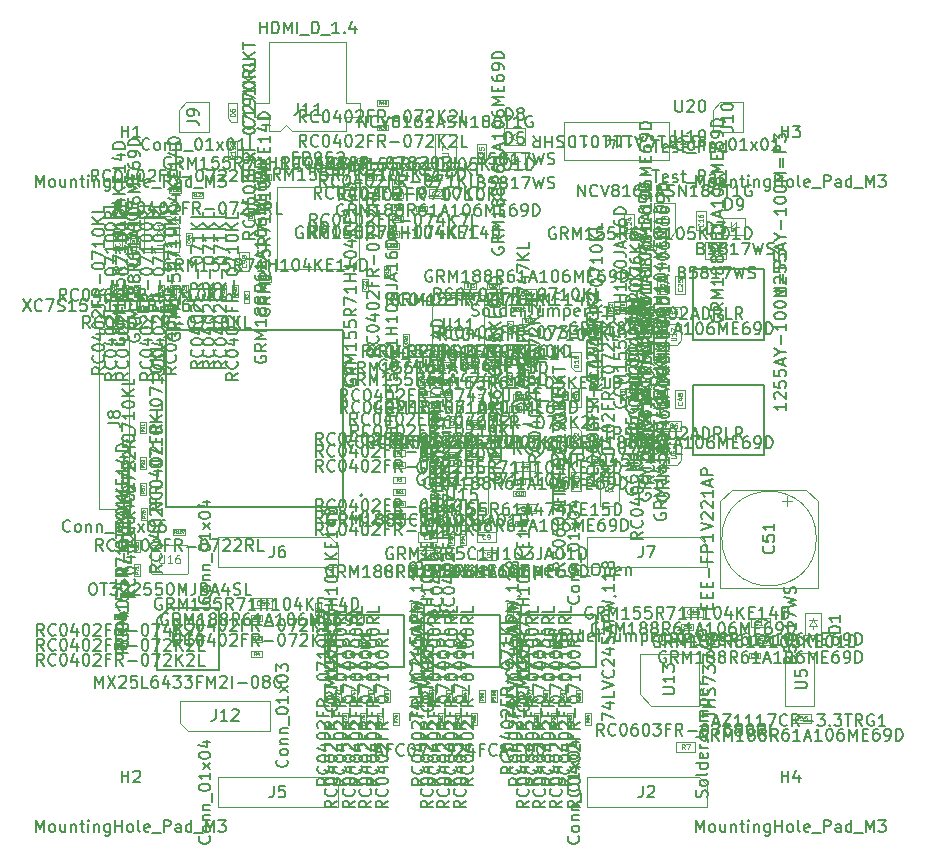
<source format=gbr>
%TF.GenerationSoftware,KiCad,Pcbnew,9.0.6*%
%TF.CreationDate,2025-12-06T17:10:21+01:00*%
%TF.ProjectId,hd_64_v0,68645f36-345f-4763-902e-6b696361645f,0.3*%
%TF.SameCoordinates,PX4737720PY55fe290*%
%TF.FileFunction,AssemblyDrawing,Top*%
%FSLAX46Y46*%
G04 Gerber Fmt 4.6, Leading zero omitted, Abs format (unit mm)*
G04 Created by KiCad (PCBNEW 9.0.6) date 2025-12-06 17:10:21*
%MOMM*%
%LPD*%
G01*
G04 APERTURE LIST*
%ADD10C,0.150000*%
%ADD11C,0.060000*%
%ADD12C,0.040000*%
%ADD13C,0.075000*%
%ADD14C,0.062500*%
%ADD15C,0.105000*%
%ADD16C,0.110000*%
%ADD17C,0.100000*%
%ADD18C,0.127000*%
%ADD19C,0.025400*%
%ADD20C,0.200000*%
G04 APERTURE END LIST*
D10*
X3656438Y41233692D02*
X3608819Y41138454D01*
X3608819Y41138454D02*
X3608819Y40995597D01*
X3608819Y40995597D02*
X3656438Y40852740D01*
X3656438Y40852740D02*
X3751676Y40757502D01*
X3751676Y40757502D02*
X3846914Y40709883D01*
X3846914Y40709883D02*
X4037390Y40662264D01*
X4037390Y40662264D02*
X4180247Y40662264D01*
X4180247Y40662264D02*
X4370723Y40709883D01*
X4370723Y40709883D02*
X4465961Y40757502D01*
X4465961Y40757502D02*
X4561200Y40852740D01*
X4561200Y40852740D02*
X4608819Y40995597D01*
X4608819Y40995597D02*
X4608819Y41090835D01*
X4608819Y41090835D02*
X4561200Y41233692D01*
X4561200Y41233692D02*
X4513580Y41281311D01*
X4513580Y41281311D02*
X4180247Y41281311D01*
X4180247Y41281311D02*
X4180247Y41090835D01*
X4608819Y42281311D02*
X4132628Y41947978D01*
X4608819Y41709883D02*
X3608819Y41709883D01*
X3608819Y41709883D02*
X3608819Y42090835D01*
X3608819Y42090835D02*
X3656438Y42186073D01*
X3656438Y42186073D02*
X3704057Y42233692D01*
X3704057Y42233692D02*
X3799295Y42281311D01*
X3799295Y42281311D02*
X3942152Y42281311D01*
X3942152Y42281311D02*
X4037390Y42233692D01*
X4037390Y42233692D02*
X4085009Y42186073D01*
X4085009Y42186073D02*
X4132628Y42090835D01*
X4132628Y42090835D02*
X4132628Y41709883D01*
X4608819Y42709883D02*
X3608819Y42709883D01*
X3608819Y42709883D02*
X4323104Y43043216D01*
X4323104Y43043216D02*
X3608819Y43376549D01*
X3608819Y43376549D02*
X4608819Y43376549D01*
X4608819Y44376549D02*
X4608819Y43805121D01*
X4608819Y44090835D02*
X3608819Y44090835D01*
X3608819Y44090835D02*
X3751676Y43995597D01*
X3751676Y43995597D02*
X3846914Y43900359D01*
X3846914Y43900359D02*
X3894533Y43805121D01*
X4037390Y44947978D02*
X3989771Y44852740D01*
X3989771Y44852740D02*
X3942152Y44805121D01*
X3942152Y44805121D02*
X3846914Y44757502D01*
X3846914Y44757502D02*
X3799295Y44757502D01*
X3799295Y44757502D02*
X3704057Y44805121D01*
X3704057Y44805121D02*
X3656438Y44852740D01*
X3656438Y44852740D02*
X3608819Y44947978D01*
X3608819Y44947978D02*
X3608819Y45138454D01*
X3608819Y45138454D02*
X3656438Y45233692D01*
X3656438Y45233692D02*
X3704057Y45281311D01*
X3704057Y45281311D02*
X3799295Y45328930D01*
X3799295Y45328930D02*
X3846914Y45328930D01*
X3846914Y45328930D02*
X3942152Y45281311D01*
X3942152Y45281311D02*
X3989771Y45233692D01*
X3989771Y45233692D02*
X4037390Y45138454D01*
X4037390Y45138454D02*
X4037390Y44947978D01*
X4037390Y44947978D02*
X4085009Y44852740D01*
X4085009Y44852740D02*
X4132628Y44805121D01*
X4132628Y44805121D02*
X4227866Y44757502D01*
X4227866Y44757502D02*
X4418342Y44757502D01*
X4418342Y44757502D02*
X4513580Y44805121D01*
X4513580Y44805121D02*
X4561200Y44852740D01*
X4561200Y44852740D02*
X4608819Y44947978D01*
X4608819Y44947978D02*
X4608819Y45138454D01*
X4608819Y45138454D02*
X4561200Y45233692D01*
X4561200Y45233692D02*
X4513580Y45281311D01*
X4513580Y45281311D02*
X4418342Y45328930D01*
X4418342Y45328930D02*
X4227866Y45328930D01*
X4227866Y45328930D02*
X4132628Y45281311D01*
X4132628Y45281311D02*
X4085009Y45233692D01*
X4085009Y45233692D02*
X4037390Y45138454D01*
X4037390Y45900359D02*
X3989771Y45805121D01*
X3989771Y45805121D02*
X3942152Y45757502D01*
X3942152Y45757502D02*
X3846914Y45709883D01*
X3846914Y45709883D02*
X3799295Y45709883D01*
X3799295Y45709883D02*
X3704057Y45757502D01*
X3704057Y45757502D02*
X3656438Y45805121D01*
X3656438Y45805121D02*
X3608819Y45900359D01*
X3608819Y45900359D02*
X3608819Y46090835D01*
X3608819Y46090835D02*
X3656438Y46186073D01*
X3656438Y46186073D02*
X3704057Y46233692D01*
X3704057Y46233692D02*
X3799295Y46281311D01*
X3799295Y46281311D02*
X3846914Y46281311D01*
X3846914Y46281311D02*
X3942152Y46233692D01*
X3942152Y46233692D02*
X3989771Y46186073D01*
X3989771Y46186073D02*
X4037390Y46090835D01*
X4037390Y46090835D02*
X4037390Y45900359D01*
X4037390Y45900359D02*
X4085009Y45805121D01*
X4085009Y45805121D02*
X4132628Y45757502D01*
X4132628Y45757502D02*
X4227866Y45709883D01*
X4227866Y45709883D02*
X4418342Y45709883D01*
X4418342Y45709883D02*
X4513580Y45757502D01*
X4513580Y45757502D02*
X4561200Y45805121D01*
X4561200Y45805121D02*
X4608819Y45900359D01*
X4608819Y45900359D02*
X4608819Y46090835D01*
X4608819Y46090835D02*
X4561200Y46186073D01*
X4561200Y46186073D02*
X4513580Y46233692D01*
X4513580Y46233692D02*
X4418342Y46281311D01*
X4418342Y46281311D02*
X4227866Y46281311D01*
X4227866Y46281311D02*
X4132628Y46233692D01*
X4132628Y46233692D02*
X4085009Y46186073D01*
X4085009Y46186073D02*
X4037390Y46090835D01*
X4608819Y47281311D02*
X4132628Y46947978D01*
X4608819Y46709883D02*
X3608819Y46709883D01*
X3608819Y46709883D02*
X3608819Y47090835D01*
X3608819Y47090835D02*
X3656438Y47186073D01*
X3656438Y47186073D02*
X3704057Y47233692D01*
X3704057Y47233692D02*
X3799295Y47281311D01*
X3799295Y47281311D02*
X3942152Y47281311D01*
X3942152Y47281311D02*
X4037390Y47233692D01*
X4037390Y47233692D02*
X4085009Y47186073D01*
X4085009Y47186073D02*
X4132628Y47090835D01*
X4132628Y47090835D02*
X4132628Y46709883D01*
X3608819Y48138454D02*
X3608819Y47947978D01*
X3608819Y47947978D02*
X3656438Y47852740D01*
X3656438Y47852740D02*
X3704057Y47805121D01*
X3704057Y47805121D02*
X3846914Y47709883D01*
X3846914Y47709883D02*
X4037390Y47662264D01*
X4037390Y47662264D02*
X4418342Y47662264D01*
X4418342Y47662264D02*
X4513580Y47709883D01*
X4513580Y47709883D02*
X4561200Y47757502D01*
X4561200Y47757502D02*
X4608819Y47852740D01*
X4608819Y47852740D02*
X4608819Y48043216D01*
X4608819Y48043216D02*
X4561200Y48138454D01*
X4561200Y48138454D02*
X4513580Y48186073D01*
X4513580Y48186073D02*
X4418342Y48233692D01*
X4418342Y48233692D02*
X4180247Y48233692D01*
X4180247Y48233692D02*
X4085009Y48186073D01*
X4085009Y48186073D02*
X4037390Y48138454D01*
X4037390Y48138454D02*
X3989771Y48043216D01*
X3989771Y48043216D02*
X3989771Y47852740D01*
X3989771Y47852740D02*
X4037390Y47757502D01*
X4037390Y47757502D02*
X4085009Y47709883D01*
X4085009Y47709883D02*
X4180247Y47662264D01*
X4608819Y49186073D02*
X4608819Y48614645D01*
X4608819Y48900359D02*
X3608819Y48900359D01*
X3608819Y48900359D02*
X3751676Y48805121D01*
X3751676Y48805121D02*
X3846914Y48709883D01*
X3846914Y48709883D02*
X3894533Y48614645D01*
X4323104Y49567026D02*
X4323104Y50043216D01*
X4608819Y49471788D02*
X3608819Y49805121D01*
X3608819Y49805121D02*
X4608819Y50138454D01*
X4608819Y50995597D02*
X4608819Y50424169D01*
X4608819Y50709883D02*
X3608819Y50709883D01*
X3608819Y50709883D02*
X3751676Y50614645D01*
X3751676Y50614645D02*
X3846914Y50519407D01*
X3846914Y50519407D02*
X3894533Y50424169D01*
X3608819Y51614645D02*
X3608819Y51709883D01*
X3608819Y51709883D02*
X3656438Y51805121D01*
X3656438Y51805121D02*
X3704057Y51852740D01*
X3704057Y51852740D02*
X3799295Y51900359D01*
X3799295Y51900359D02*
X3989771Y51947978D01*
X3989771Y51947978D02*
X4227866Y51947978D01*
X4227866Y51947978D02*
X4418342Y51900359D01*
X4418342Y51900359D02*
X4513580Y51852740D01*
X4513580Y51852740D02*
X4561200Y51805121D01*
X4561200Y51805121D02*
X4608819Y51709883D01*
X4608819Y51709883D02*
X4608819Y51614645D01*
X4608819Y51614645D02*
X4561200Y51519407D01*
X4561200Y51519407D02*
X4513580Y51471788D01*
X4513580Y51471788D02*
X4418342Y51424169D01*
X4418342Y51424169D02*
X4227866Y51376550D01*
X4227866Y51376550D02*
X3989771Y51376550D01*
X3989771Y51376550D02*
X3799295Y51424169D01*
X3799295Y51424169D02*
X3704057Y51471788D01*
X3704057Y51471788D02*
X3656438Y51519407D01*
X3656438Y51519407D02*
X3608819Y51614645D01*
X3608819Y52805121D02*
X3608819Y52614645D01*
X3608819Y52614645D02*
X3656438Y52519407D01*
X3656438Y52519407D02*
X3704057Y52471788D01*
X3704057Y52471788D02*
X3846914Y52376550D01*
X3846914Y52376550D02*
X4037390Y52328931D01*
X4037390Y52328931D02*
X4418342Y52328931D01*
X4418342Y52328931D02*
X4513580Y52376550D01*
X4513580Y52376550D02*
X4561200Y52424169D01*
X4561200Y52424169D02*
X4608819Y52519407D01*
X4608819Y52519407D02*
X4608819Y52709883D01*
X4608819Y52709883D02*
X4561200Y52805121D01*
X4561200Y52805121D02*
X4513580Y52852740D01*
X4513580Y52852740D02*
X4418342Y52900359D01*
X4418342Y52900359D02*
X4180247Y52900359D01*
X4180247Y52900359D02*
X4085009Y52852740D01*
X4085009Y52852740D02*
X4037390Y52805121D01*
X4037390Y52805121D02*
X3989771Y52709883D01*
X3989771Y52709883D02*
X3989771Y52519407D01*
X3989771Y52519407D02*
X4037390Y52424169D01*
X4037390Y52424169D02*
X4085009Y52376550D01*
X4085009Y52376550D02*
X4180247Y52328931D01*
X4608819Y53328931D02*
X3608819Y53328931D01*
X3608819Y53328931D02*
X4323104Y53662264D01*
X4323104Y53662264D02*
X3608819Y53995597D01*
X3608819Y53995597D02*
X4608819Y53995597D01*
X4085009Y54471788D02*
X4085009Y54805121D01*
X4608819Y54947978D02*
X4608819Y54471788D01*
X4608819Y54471788D02*
X3608819Y54471788D01*
X3608819Y54471788D02*
X3608819Y54947978D01*
X3608819Y55805121D02*
X3608819Y55614645D01*
X3608819Y55614645D02*
X3656438Y55519407D01*
X3656438Y55519407D02*
X3704057Y55471788D01*
X3704057Y55471788D02*
X3846914Y55376550D01*
X3846914Y55376550D02*
X4037390Y55328931D01*
X4037390Y55328931D02*
X4418342Y55328931D01*
X4418342Y55328931D02*
X4513580Y55376550D01*
X4513580Y55376550D02*
X4561200Y55424169D01*
X4561200Y55424169D02*
X4608819Y55519407D01*
X4608819Y55519407D02*
X4608819Y55709883D01*
X4608819Y55709883D02*
X4561200Y55805121D01*
X4561200Y55805121D02*
X4513580Y55852740D01*
X4513580Y55852740D02*
X4418342Y55900359D01*
X4418342Y55900359D02*
X4180247Y55900359D01*
X4180247Y55900359D02*
X4085009Y55852740D01*
X4085009Y55852740D02*
X4037390Y55805121D01*
X4037390Y55805121D02*
X3989771Y55709883D01*
X3989771Y55709883D02*
X3989771Y55519407D01*
X3989771Y55519407D02*
X4037390Y55424169D01*
X4037390Y55424169D02*
X4085009Y55376550D01*
X4085009Y55376550D02*
X4180247Y55328931D01*
X4608819Y56376550D02*
X4608819Y56567026D01*
X4608819Y56567026D02*
X4561200Y56662264D01*
X4561200Y56662264D02*
X4513580Y56709883D01*
X4513580Y56709883D02*
X4370723Y56805121D01*
X4370723Y56805121D02*
X4180247Y56852740D01*
X4180247Y56852740D02*
X3799295Y56852740D01*
X3799295Y56852740D02*
X3704057Y56805121D01*
X3704057Y56805121D02*
X3656438Y56757502D01*
X3656438Y56757502D02*
X3608819Y56662264D01*
X3608819Y56662264D02*
X3608819Y56471788D01*
X3608819Y56471788D02*
X3656438Y56376550D01*
X3656438Y56376550D02*
X3704057Y56328931D01*
X3704057Y56328931D02*
X3799295Y56281312D01*
X3799295Y56281312D02*
X4037390Y56281312D01*
X4037390Y56281312D02*
X4132628Y56328931D01*
X4132628Y56328931D02*
X4180247Y56376550D01*
X4180247Y56376550D02*
X4227866Y56471788D01*
X4227866Y56471788D02*
X4227866Y56662264D01*
X4227866Y56662264D02*
X4180247Y56757502D01*
X4180247Y56757502D02*
X4132628Y56805121D01*
X4132628Y56805121D02*
X4037390Y56852740D01*
X4608819Y57281312D02*
X3608819Y57281312D01*
X3608819Y57281312D02*
X3608819Y57519407D01*
X3608819Y57519407D02*
X3656438Y57662264D01*
X3656438Y57662264D02*
X3751676Y57757502D01*
X3751676Y57757502D02*
X3846914Y57805121D01*
X3846914Y57805121D02*
X4037390Y57852740D01*
X4037390Y57852740D02*
X4180247Y57852740D01*
X4180247Y57852740D02*
X4370723Y57805121D01*
X4370723Y57805121D02*
X4465961Y57757502D01*
X4465961Y57757502D02*
X4561200Y57662264D01*
X4561200Y57662264D02*
X4608819Y57519407D01*
X4608819Y57519407D02*
X4608819Y57281312D01*
D11*
X2867832Y49000359D02*
X2886880Y48981311D01*
X2886880Y48981311D02*
X2905927Y48924169D01*
X2905927Y48924169D02*
X2905927Y48886073D01*
X2905927Y48886073D02*
X2886880Y48828930D01*
X2886880Y48828930D02*
X2848784Y48790835D01*
X2848784Y48790835D02*
X2810689Y48771788D01*
X2810689Y48771788D02*
X2734499Y48752740D01*
X2734499Y48752740D02*
X2677356Y48752740D01*
X2677356Y48752740D02*
X2601165Y48771788D01*
X2601165Y48771788D02*
X2563070Y48790835D01*
X2563070Y48790835D02*
X2524975Y48828930D01*
X2524975Y48828930D02*
X2505927Y48886073D01*
X2505927Y48886073D02*
X2505927Y48924169D01*
X2505927Y48924169D02*
X2524975Y48981311D01*
X2524975Y48981311D02*
X2544022Y49000359D01*
X2905927Y49190835D02*
X2905927Y49267026D01*
X2905927Y49267026D02*
X2886880Y49305121D01*
X2886880Y49305121D02*
X2867832Y49324169D01*
X2867832Y49324169D02*
X2810689Y49362264D01*
X2810689Y49362264D02*
X2734499Y49381311D01*
X2734499Y49381311D02*
X2582118Y49381311D01*
X2582118Y49381311D02*
X2544022Y49362264D01*
X2544022Y49362264D02*
X2524975Y49343216D01*
X2524975Y49343216D02*
X2505927Y49305121D01*
X2505927Y49305121D02*
X2505927Y49228930D01*
X2505927Y49228930D02*
X2524975Y49190835D01*
X2524975Y49190835D02*
X2544022Y49171788D01*
X2544022Y49171788D02*
X2582118Y49152740D01*
X2582118Y49152740D02*
X2677356Y49152740D01*
X2677356Y49152740D02*
X2715451Y49171788D01*
X2715451Y49171788D02*
X2734499Y49190835D01*
X2734499Y49190835D02*
X2753546Y49228930D01*
X2753546Y49228930D02*
X2753546Y49305121D01*
X2753546Y49305121D02*
X2734499Y49343216D01*
X2734499Y49343216D02*
X2715451Y49362264D01*
X2715451Y49362264D02*
X2677356Y49381311D01*
X2505927Y49514644D02*
X2505927Y49781311D01*
X2505927Y49781311D02*
X2905927Y49609882D01*
D10*
X38513319Y31068619D02*
X38037128Y30735286D01*
X38513319Y30497191D02*
X37513319Y30497191D01*
X37513319Y30497191D02*
X37513319Y30878143D01*
X37513319Y30878143D02*
X37560938Y30973381D01*
X37560938Y30973381D02*
X37608557Y31021000D01*
X37608557Y31021000D02*
X37703795Y31068619D01*
X37703795Y31068619D02*
X37846652Y31068619D01*
X37846652Y31068619D02*
X37941890Y31021000D01*
X37941890Y31021000D02*
X37989509Y30973381D01*
X37989509Y30973381D02*
X38037128Y30878143D01*
X38037128Y30878143D02*
X38037128Y30497191D01*
X38418080Y32068619D02*
X38465700Y32021000D01*
X38465700Y32021000D02*
X38513319Y31878143D01*
X38513319Y31878143D02*
X38513319Y31782905D01*
X38513319Y31782905D02*
X38465700Y31640048D01*
X38465700Y31640048D02*
X38370461Y31544810D01*
X38370461Y31544810D02*
X38275223Y31497191D01*
X38275223Y31497191D02*
X38084747Y31449572D01*
X38084747Y31449572D02*
X37941890Y31449572D01*
X37941890Y31449572D02*
X37751414Y31497191D01*
X37751414Y31497191D02*
X37656176Y31544810D01*
X37656176Y31544810D02*
X37560938Y31640048D01*
X37560938Y31640048D02*
X37513319Y31782905D01*
X37513319Y31782905D02*
X37513319Y31878143D01*
X37513319Y31878143D02*
X37560938Y32021000D01*
X37560938Y32021000D02*
X37608557Y32068619D01*
X37513319Y32687667D02*
X37513319Y32782905D01*
X37513319Y32782905D02*
X37560938Y32878143D01*
X37560938Y32878143D02*
X37608557Y32925762D01*
X37608557Y32925762D02*
X37703795Y32973381D01*
X37703795Y32973381D02*
X37894271Y33021000D01*
X37894271Y33021000D02*
X38132366Y33021000D01*
X38132366Y33021000D02*
X38322842Y32973381D01*
X38322842Y32973381D02*
X38418080Y32925762D01*
X38418080Y32925762D02*
X38465700Y32878143D01*
X38465700Y32878143D02*
X38513319Y32782905D01*
X38513319Y32782905D02*
X38513319Y32687667D01*
X38513319Y32687667D02*
X38465700Y32592429D01*
X38465700Y32592429D02*
X38418080Y32544810D01*
X38418080Y32544810D02*
X38322842Y32497191D01*
X38322842Y32497191D02*
X38132366Y32449572D01*
X38132366Y32449572D02*
X37894271Y32449572D01*
X37894271Y32449572D02*
X37703795Y32497191D01*
X37703795Y32497191D02*
X37608557Y32544810D01*
X37608557Y32544810D02*
X37560938Y32592429D01*
X37560938Y32592429D02*
X37513319Y32687667D01*
X37846652Y33878143D02*
X38513319Y33878143D01*
X37465700Y33640048D02*
X38179985Y33401953D01*
X38179985Y33401953D02*
X38179985Y34021000D01*
X37513319Y34592429D02*
X37513319Y34687667D01*
X37513319Y34687667D02*
X37560938Y34782905D01*
X37560938Y34782905D02*
X37608557Y34830524D01*
X37608557Y34830524D02*
X37703795Y34878143D01*
X37703795Y34878143D02*
X37894271Y34925762D01*
X37894271Y34925762D02*
X38132366Y34925762D01*
X38132366Y34925762D02*
X38322842Y34878143D01*
X38322842Y34878143D02*
X38418080Y34830524D01*
X38418080Y34830524D02*
X38465700Y34782905D01*
X38465700Y34782905D02*
X38513319Y34687667D01*
X38513319Y34687667D02*
X38513319Y34592429D01*
X38513319Y34592429D02*
X38465700Y34497191D01*
X38465700Y34497191D02*
X38418080Y34449572D01*
X38418080Y34449572D02*
X38322842Y34401953D01*
X38322842Y34401953D02*
X38132366Y34354334D01*
X38132366Y34354334D02*
X37894271Y34354334D01*
X37894271Y34354334D02*
X37703795Y34401953D01*
X37703795Y34401953D02*
X37608557Y34449572D01*
X37608557Y34449572D02*
X37560938Y34497191D01*
X37560938Y34497191D02*
X37513319Y34592429D01*
X37608557Y35306715D02*
X37560938Y35354334D01*
X37560938Y35354334D02*
X37513319Y35449572D01*
X37513319Y35449572D02*
X37513319Y35687667D01*
X37513319Y35687667D02*
X37560938Y35782905D01*
X37560938Y35782905D02*
X37608557Y35830524D01*
X37608557Y35830524D02*
X37703795Y35878143D01*
X37703795Y35878143D02*
X37799033Y35878143D01*
X37799033Y35878143D02*
X37941890Y35830524D01*
X37941890Y35830524D02*
X38513319Y35259096D01*
X38513319Y35259096D02*
X38513319Y35878143D01*
X37989509Y36640048D02*
X37989509Y36306715D01*
X38513319Y36306715D02*
X37513319Y36306715D01*
X37513319Y36306715D02*
X37513319Y36782905D01*
X38513319Y37735286D02*
X38037128Y37401953D01*
X38513319Y37163858D02*
X37513319Y37163858D01*
X37513319Y37163858D02*
X37513319Y37544810D01*
X37513319Y37544810D02*
X37560938Y37640048D01*
X37560938Y37640048D02*
X37608557Y37687667D01*
X37608557Y37687667D02*
X37703795Y37735286D01*
X37703795Y37735286D02*
X37846652Y37735286D01*
X37846652Y37735286D02*
X37941890Y37687667D01*
X37941890Y37687667D02*
X37989509Y37640048D01*
X37989509Y37640048D02*
X38037128Y37544810D01*
X38037128Y37544810D02*
X38037128Y37163858D01*
X38132366Y38163858D02*
X38132366Y38925762D01*
X37513319Y39592429D02*
X37513319Y39687667D01*
X37513319Y39687667D02*
X37560938Y39782905D01*
X37560938Y39782905D02*
X37608557Y39830524D01*
X37608557Y39830524D02*
X37703795Y39878143D01*
X37703795Y39878143D02*
X37894271Y39925762D01*
X37894271Y39925762D02*
X38132366Y39925762D01*
X38132366Y39925762D02*
X38322842Y39878143D01*
X38322842Y39878143D02*
X38418080Y39830524D01*
X38418080Y39830524D02*
X38465700Y39782905D01*
X38465700Y39782905D02*
X38513319Y39687667D01*
X38513319Y39687667D02*
X38513319Y39592429D01*
X38513319Y39592429D02*
X38465700Y39497191D01*
X38465700Y39497191D02*
X38418080Y39449572D01*
X38418080Y39449572D02*
X38322842Y39401953D01*
X38322842Y39401953D02*
X38132366Y39354334D01*
X38132366Y39354334D02*
X37894271Y39354334D01*
X37894271Y39354334D02*
X37703795Y39401953D01*
X37703795Y39401953D02*
X37608557Y39449572D01*
X37608557Y39449572D02*
X37560938Y39497191D01*
X37560938Y39497191D02*
X37513319Y39592429D01*
X37513319Y40259096D02*
X37513319Y40925762D01*
X37513319Y40925762D02*
X38513319Y40497191D01*
X37608557Y41259096D02*
X37560938Y41306715D01*
X37560938Y41306715D02*
X37513319Y41401953D01*
X37513319Y41401953D02*
X37513319Y41640048D01*
X37513319Y41640048D02*
X37560938Y41735286D01*
X37560938Y41735286D02*
X37608557Y41782905D01*
X37608557Y41782905D02*
X37703795Y41830524D01*
X37703795Y41830524D02*
X37799033Y41830524D01*
X37799033Y41830524D02*
X37941890Y41782905D01*
X37941890Y41782905D02*
X38513319Y41211477D01*
X38513319Y41211477D02*
X38513319Y41830524D01*
X38513319Y42259096D02*
X37513319Y42259096D01*
X38513319Y42830524D02*
X37941890Y42401953D01*
X37513319Y42830524D02*
X38084747Y42259096D01*
X37608557Y43211477D02*
X37560938Y43259096D01*
X37560938Y43259096D02*
X37513319Y43354334D01*
X37513319Y43354334D02*
X37513319Y43592429D01*
X37513319Y43592429D02*
X37560938Y43687667D01*
X37560938Y43687667D02*
X37608557Y43735286D01*
X37608557Y43735286D02*
X37703795Y43782905D01*
X37703795Y43782905D02*
X37799033Y43782905D01*
X37799033Y43782905D02*
X37941890Y43735286D01*
X37941890Y43735286D02*
X38513319Y43163858D01*
X38513319Y43163858D02*
X38513319Y43782905D01*
X38513319Y44687667D02*
X38513319Y44211477D01*
X38513319Y44211477D02*
X37513319Y44211477D01*
D12*
X37002074Y37360286D02*
X36883027Y37276953D01*
X37002074Y37217429D02*
X36752074Y37217429D01*
X36752074Y37217429D02*
X36752074Y37312667D01*
X36752074Y37312667D02*
X36763979Y37336477D01*
X36763979Y37336477D02*
X36775884Y37348382D01*
X36775884Y37348382D02*
X36799693Y37360286D01*
X36799693Y37360286D02*
X36835408Y37360286D01*
X36835408Y37360286D02*
X36859217Y37348382D01*
X36859217Y37348382D02*
X36871122Y37336477D01*
X36871122Y37336477D02*
X36883027Y37312667D01*
X36883027Y37312667D02*
X36883027Y37217429D01*
X36752074Y37586477D02*
X36752074Y37467429D01*
X36752074Y37467429D02*
X36871122Y37455525D01*
X36871122Y37455525D02*
X36859217Y37467429D01*
X36859217Y37467429D02*
X36847312Y37491239D01*
X36847312Y37491239D02*
X36847312Y37550763D01*
X36847312Y37550763D02*
X36859217Y37574572D01*
X36859217Y37574572D02*
X36871122Y37586477D01*
X36871122Y37586477D02*
X36894931Y37598382D01*
X36894931Y37598382D02*
X36954455Y37598382D01*
X36954455Y37598382D02*
X36978265Y37586477D01*
X36978265Y37586477D02*
X36990170Y37574572D01*
X36990170Y37574572D02*
X37002074Y37550763D01*
X37002074Y37550763D02*
X37002074Y37491239D01*
X37002074Y37491239D02*
X36990170Y37467429D01*
X36990170Y37467429D02*
X36978265Y37455525D01*
X37002074Y37836477D02*
X37002074Y37693620D01*
X37002074Y37765048D02*
X36752074Y37765048D01*
X36752074Y37765048D02*
X36787789Y37741239D01*
X36787789Y37741239D02*
X36811598Y37717429D01*
X36811598Y37717429D02*
X36823503Y37693620D01*
D10*
X32812819Y3716429D02*
X32336628Y3383096D01*
X32812819Y3145001D02*
X31812819Y3145001D01*
X31812819Y3145001D02*
X31812819Y3525953D01*
X31812819Y3525953D02*
X31860438Y3621191D01*
X31860438Y3621191D02*
X31908057Y3668810D01*
X31908057Y3668810D02*
X32003295Y3716429D01*
X32003295Y3716429D02*
X32146152Y3716429D01*
X32146152Y3716429D02*
X32241390Y3668810D01*
X32241390Y3668810D02*
X32289009Y3621191D01*
X32289009Y3621191D02*
X32336628Y3525953D01*
X32336628Y3525953D02*
X32336628Y3145001D01*
X32717580Y4716429D02*
X32765200Y4668810D01*
X32765200Y4668810D02*
X32812819Y4525953D01*
X32812819Y4525953D02*
X32812819Y4430715D01*
X32812819Y4430715D02*
X32765200Y4287858D01*
X32765200Y4287858D02*
X32669961Y4192620D01*
X32669961Y4192620D02*
X32574723Y4145001D01*
X32574723Y4145001D02*
X32384247Y4097382D01*
X32384247Y4097382D02*
X32241390Y4097382D01*
X32241390Y4097382D02*
X32050914Y4145001D01*
X32050914Y4145001D02*
X31955676Y4192620D01*
X31955676Y4192620D02*
X31860438Y4287858D01*
X31860438Y4287858D02*
X31812819Y4430715D01*
X31812819Y4430715D02*
X31812819Y4525953D01*
X31812819Y4525953D02*
X31860438Y4668810D01*
X31860438Y4668810D02*
X31908057Y4716429D01*
X31812819Y5335477D02*
X31812819Y5430715D01*
X31812819Y5430715D02*
X31860438Y5525953D01*
X31860438Y5525953D02*
X31908057Y5573572D01*
X31908057Y5573572D02*
X32003295Y5621191D01*
X32003295Y5621191D02*
X32193771Y5668810D01*
X32193771Y5668810D02*
X32431866Y5668810D01*
X32431866Y5668810D02*
X32622342Y5621191D01*
X32622342Y5621191D02*
X32717580Y5573572D01*
X32717580Y5573572D02*
X32765200Y5525953D01*
X32765200Y5525953D02*
X32812819Y5430715D01*
X32812819Y5430715D02*
X32812819Y5335477D01*
X32812819Y5335477D02*
X32765200Y5240239D01*
X32765200Y5240239D02*
X32717580Y5192620D01*
X32717580Y5192620D02*
X32622342Y5145001D01*
X32622342Y5145001D02*
X32431866Y5097382D01*
X32431866Y5097382D02*
X32193771Y5097382D01*
X32193771Y5097382D02*
X32003295Y5145001D01*
X32003295Y5145001D02*
X31908057Y5192620D01*
X31908057Y5192620D02*
X31860438Y5240239D01*
X31860438Y5240239D02*
X31812819Y5335477D01*
X32146152Y6525953D02*
X32812819Y6525953D01*
X31765200Y6287858D02*
X32479485Y6049763D01*
X32479485Y6049763D02*
X32479485Y6668810D01*
X31812819Y7240239D02*
X31812819Y7335477D01*
X31812819Y7335477D02*
X31860438Y7430715D01*
X31860438Y7430715D02*
X31908057Y7478334D01*
X31908057Y7478334D02*
X32003295Y7525953D01*
X32003295Y7525953D02*
X32193771Y7573572D01*
X32193771Y7573572D02*
X32431866Y7573572D01*
X32431866Y7573572D02*
X32622342Y7525953D01*
X32622342Y7525953D02*
X32717580Y7478334D01*
X32717580Y7478334D02*
X32765200Y7430715D01*
X32765200Y7430715D02*
X32812819Y7335477D01*
X32812819Y7335477D02*
X32812819Y7240239D01*
X32812819Y7240239D02*
X32765200Y7145001D01*
X32765200Y7145001D02*
X32717580Y7097382D01*
X32717580Y7097382D02*
X32622342Y7049763D01*
X32622342Y7049763D02*
X32431866Y7002144D01*
X32431866Y7002144D02*
X32193771Y7002144D01*
X32193771Y7002144D02*
X32003295Y7049763D01*
X32003295Y7049763D02*
X31908057Y7097382D01*
X31908057Y7097382D02*
X31860438Y7145001D01*
X31860438Y7145001D02*
X31812819Y7240239D01*
X31908057Y7954525D02*
X31860438Y8002144D01*
X31860438Y8002144D02*
X31812819Y8097382D01*
X31812819Y8097382D02*
X31812819Y8335477D01*
X31812819Y8335477D02*
X31860438Y8430715D01*
X31860438Y8430715D02*
X31908057Y8478334D01*
X31908057Y8478334D02*
X32003295Y8525953D01*
X32003295Y8525953D02*
X32098533Y8525953D01*
X32098533Y8525953D02*
X32241390Y8478334D01*
X32241390Y8478334D02*
X32812819Y7906906D01*
X32812819Y7906906D02*
X32812819Y8525953D01*
X32289009Y9287858D02*
X32289009Y8954525D01*
X32812819Y8954525D02*
X31812819Y8954525D01*
X31812819Y8954525D02*
X31812819Y9430715D01*
X32812819Y10383096D02*
X32336628Y10049763D01*
X32812819Y9811668D02*
X31812819Y9811668D01*
X31812819Y9811668D02*
X31812819Y10192620D01*
X31812819Y10192620D02*
X31860438Y10287858D01*
X31860438Y10287858D02*
X31908057Y10335477D01*
X31908057Y10335477D02*
X32003295Y10383096D01*
X32003295Y10383096D02*
X32146152Y10383096D01*
X32146152Y10383096D02*
X32241390Y10335477D01*
X32241390Y10335477D02*
X32289009Y10287858D01*
X32289009Y10287858D02*
X32336628Y10192620D01*
X32336628Y10192620D02*
X32336628Y9811668D01*
X32431866Y10811668D02*
X32431866Y11573572D01*
X31812819Y12240239D02*
X31812819Y12335477D01*
X31812819Y12335477D02*
X31860438Y12430715D01*
X31860438Y12430715D02*
X31908057Y12478334D01*
X31908057Y12478334D02*
X32003295Y12525953D01*
X32003295Y12525953D02*
X32193771Y12573572D01*
X32193771Y12573572D02*
X32431866Y12573572D01*
X32431866Y12573572D02*
X32622342Y12525953D01*
X32622342Y12525953D02*
X32717580Y12478334D01*
X32717580Y12478334D02*
X32765200Y12430715D01*
X32765200Y12430715D02*
X32812819Y12335477D01*
X32812819Y12335477D02*
X32812819Y12240239D01*
X32812819Y12240239D02*
X32765200Y12145001D01*
X32765200Y12145001D02*
X32717580Y12097382D01*
X32717580Y12097382D02*
X32622342Y12049763D01*
X32622342Y12049763D02*
X32431866Y12002144D01*
X32431866Y12002144D02*
X32193771Y12002144D01*
X32193771Y12002144D02*
X32003295Y12049763D01*
X32003295Y12049763D02*
X31908057Y12097382D01*
X31908057Y12097382D02*
X31860438Y12145001D01*
X31860438Y12145001D02*
X31812819Y12240239D01*
X31812819Y12906906D02*
X31812819Y13573572D01*
X31812819Y13573572D02*
X32812819Y13145001D01*
X32812819Y14478334D02*
X32812819Y13906906D01*
X32812819Y14192620D02*
X31812819Y14192620D01*
X31812819Y14192620D02*
X31955676Y14097382D01*
X31955676Y14097382D02*
X32050914Y14002144D01*
X32050914Y14002144D02*
X32098533Y13906906D01*
X31812819Y15097382D02*
X31812819Y15192620D01*
X31812819Y15192620D02*
X31860438Y15287858D01*
X31860438Y15287858D02*
X31908057Y15335477D01*
X31908057Y15335477D02*
X32003295Y15383096D01*
X32003295Y15383096D02*
X32193771Y15430715D01*
X32193771Y15430715D02*
X32431866Y15430715D01*
X32431866Y15430715D02*
X32622342Y15383096D01*
X32622342Y15383096D02*
X32717580Y15335477D01*
X32717580Y15335477D02*
X32765200Y15287858D01*
X32765200Y15287858D02*
X32812819Y15192620D01*
X32812819Y15192620D02*
X32812819Y15097382D01*
X32812819Y15097382D02*
X32765200Y15002144D01*
X32765200Y15002144D02*
X32717580Y14954525D01*
X32717580Y14954525D02*
X32622342Y14906906D01*
X32622342Y14906906D02*
X32431866Y14859287D01*
X32431866Y14859287D02*
X32193771Y14859287D01*
X32193771Y14859287D02*
X32003295Y14906906D01*
X32003295Y14906906D02*
X31908057Y14954525D01*
X31908057Y14954525D02*
X31860438Y15002144D01*
X31860438Y15002144D02*
X31812819Y15097382D01*
X31812819Y16049763D02*
X31812819Y16145001D01*
X31812819Y16145001D02*
X31860438Y16240239D01*
X31860438Y16240239D02*
X31908057Y16287858D01*
X31908057Y16287858D02*
X32003295Y16335477D01*
X32003295Y16335477D02*
X32193771Y16383096D01*
X32193771Y16383096D02*
X32431866Y16383096D01*
X32431866Y16383096D02*
X32622342Y16335477D01*
X32622342Y16335477D02*
X32717580Y16287858D01*
X32717580Y16287858D02*
X32765200Y16240239D01*
X32765200Y16240239D02*
X32812819Y16145001D01*
X32812819Y16145001D02*
X32812819Y16049763D01*
X32812819Y16049763D02*
X32765200Y15954525D01*
X32765200Y15954525D02*
X32717580Y15906906D01*
X32717580Y15906906D02*
X32622342Y15859287D01*
X32622342Y15859287D02*
X32431866Y15811668D01*
X32431866Y15811668D02*
X32193771Y15811668D01*
X32193771Y15811668D02*
X32003295Y15859287D01*
X32003295Y15859287D02*
X31908057Y15906906D01*
X31908057Y15906906D02*
X31860438Y15954525D01*
X31860438Y15954525D02*
X31812819Y16049763D01*
X32812819Y17383096D02*
X32336628Y17049763D01*
X32812819Y16811668D02*
X31812819Y16811668D01*
X31812819Y16811668D02*
X31812819Y17192620D01*
X31812819Y17192620D02*
X31860438Y17287858D01*
X31860438Y17287858D02*
X31908057Y17335477D01*
X31908057Y17335477D02*
X32003295Y17383096D01*
X32003295Y17383096D02*
X32146152Y17383096D01*
X32146152Y17383096D02*
X32241390Y17335477D01*
X32241390Y17335477D02*
X32289009Y17287858D01*
X32289009Y17287858D02*
X32336628Y17192620D01*
X32336628Y17192620D02*
X32336628Y16811668D01*
X32812819Y18287858D02*
X32812819Y17811668D01*
X32812819Y17811668D02*
X31812819Y17811668D01*
D12*
X33641574Y10484286D02*
X33522527Y10400953D01*
X33641574Y10341429D02*
X33391574Y10341429D01*
X33391574Y10341429D02*
X33391574Y10436667D01*
X33391574Y10436667D02*
X33403479Y10460477D01*
X33403479Y10460477D02*
X33415384Y10472382D01*
X33415384Y10472382D02*
X33439193Y10484286D01*
X33439193Y10484286D02*
X33474908Y10484286D01*
X33474908Y10484286D02*
X33498717Y10472382D01*
X33498717Y10472382D02*
X33510622Y10460477D01*
X33510622Y10460477D02*
X33522527Y10436667D01*
X33522527Y10436667D02*
X33522527Y10341429D01*
X33498717Y10627144D02*
X33486812Y10603334D01*
X33486812Y10603334D02*
X33474908Y10591429D01*
X33474908Y10591429D02*
X33451098Y10579525D01*
X33451098Y10579525D02*
X33439193Y10579525D01*
X33439193Y10579525D02*
X33415384Y10591429D01*
X33415384Y10591429D02*
X33403479Y10603334D01*
X33403479Y10603334D02*
X33391574Y10627144D01*
X33391574Y10627144D02*
X33391574Y10674763D01*
X33391574Y10674763D02*
X33403479Y10698572D01*
X33403479Y10698572D02*
X33415384Y10710477D01*
X33415384Y10710477D02*
X33439193Y10722382D01*
X33439193Y10722382D02*
X33451098Y10722382D01*
X33451098Y10722382D02*
X33474908Y10710477D01*
X33474908Y10710477D02*
X33486812Y10698572D01*
X33486812Y10698572D02*
X33498717Y10674763D01*
X33498717Y10674763D02*
X33498717Y10627144D01*
X33498717Y10627144D02*
X33510622Y10603334D01*
X33510622Y10603334D02*
X33522527Y10591429D01*
X33522527Y10591429D02*
X33546336Y10579525D01*
X33546336Y10579525D02*
X33593955Y10579525D01*
X33593955Y10579525D02*
X33617765Y10591429D01*
X33617765Y10591429D02*
X33629670Y10603334D01*
X33629670Y10603334D02*
X33641574Y10627144D01*
X33641574Y10627144D02*
X33641574Y10674763D01*
X33641574Y10674763D02*
X33629670Y10698572D01*
X33629670Y10698572D02*
X33617765Y10710477D01*
X33617765Y10710477D02*
X33593955Y10722382D01*
X33593955Y10722382D02*
X33546336Y10722382D01*
X33546336Y10722382D02*
X33522527Y10710477D01*
X33522527Y10710477D02*
X33510622Y10698572D01*
X33510622Y10698572D02*
X33498717Y10674763D01*
X33391574Y10936667D02*
X33391574Y10889048D01*
X33391574Y10889048D02*
X33403479Y10865239D01*
X33403479Y10865239D02*
X33415384Y10853334D01*
X33415384Y10853334D02*
X33451098Y10829524D01*
X33451098Y10829524D02*
X33498717Y10817620D01*
X33498717Y10817620D02*
X33593955Y10817620D01*
X33593955Y10817620D02*
X33617765Y10829524D01*
X33617765Y10829524D02*
X33629670Y10841429D01*
X33629670Y10841429D02*
X33641574Y10865239D01*
X33641574Y10865239D02*
X33641574Y10912858D01*
X33641574Y10912858D02*
X33629670Y10936667D01*
X33629670Y10936667D02*
X33617765Y10948572D01*
X33617765Y10948572D02*
X33593955Y10960477D01*
X33593955Y10960477D02*
X33534431Y10960477D01*
X33534431Y10960477D02*
X33510622Y10948572D01*
X33510622Y10948572D02*
X33498717Y10936667D01*
X33498717Y10936667D02*
X33486812Y10912858D01*
X33486812Y10912858D02*
X33486812Y10865239D01*
X33486812Y10865239D02*
X33498717Y10841429D01*
X33498717Y10841429D02*
X33510622Y10829524D01*
X33510622Y10829524D02*
X33534431Y10817620D01*
D10*
X6450819Y21741619D02*
X5974628Y21408286D01*
X6450819Y21170191D02*
X5450819Y21170191D01*
X5450819Y21170191D02*
X5450819Y21551143D01*
X5450819Y21551143D02*
X5498438Y21646381D01*
X5498438Y21646381D02*
X5546057Y21694000D01*
X5546057Y21694000D02*
X5641295Y21741619D01*
X5641295Y21741619D02*
X5784152Y21741619D01*
X5784152Y21741619D02*
X5879390Y21694000D01*
X5879390Y21694000D02*
X5927009Y21646381D01*
X5927009Y21646381D02*
X5974628Y21551143D01*
X5974628Y21551143D02*
X5974628Y21170191D01*
X6355580Y22741619D02*
X6403200Y22694000D01*
X6403200Y22694000D02*
X6450819Y22551143D01*
X6450819Y22551143D02*
X6450819Y22455905D01*
X6450819Y22455905D02*
X6403200Y22313048D01*
X6403200Y22313048D02*
X6307961Y22217810D01*
X6307961Y22217810D02*
X6212723Y22170191D01*
X6212723Y22170191D02*
X6022247Y22122572D01*
X6022247Y22122572D02*
X5879390Y22122572D01*
X5879390Y22122572D02*
X5688914Y22170191D01*
X5688914Y22170191D02*
X5593676Y22217810D01*
X5593676Y22217810D02*
X5498438Y22313048D01*
X5498438Y22313048D02*
X5450819Y22455905D01*
X5450819Y22455905D02*
X5450819Y22551143D01*
X5450819Y22551143D02*
X5498438Y22694000D01*
X5498438Y22694000D02*
X5546057Y22741619D01*
X5450819Y23360667D02*
X5450819Y23455905D01*
X5450819Y23455905D02*
X5498438Y23551143D01*
X5498438Y23551143D02*
X5546057Y23598762D01*
X5546057Y23598762D02*
X5641295Y23646381D01*
X5641295Y23646381D02*
X5831771Y23694000D01*
X5831771Y23694000D02*
X6069866Y23694000D01*
X6069866Y23694000D02*
X6260342Y23646381D01*
X6260342Y23646381D02*
X6355580Y23598762D01*
X6355580Y23598762D02*
X6403200Y23551143D01*
X6403200Y23551143D02*
X6450819Y23455905D01*
X6450819Y23455905D02*
X6450819Y23360667D01*
X6450819Y23360667D02*
X6403200Y23265429D01*
X6403200Y23265429D02*
X6355580Y23217810D01*
X6355580Y23217810D02*
X6260342Y23170191D01*
X6260342Y23170191D02*
X6069866Y23122572D01*
X6069866Y23122572D02*
X5831771Y23122572D01*
X5831771Y23122572D02*
X5641295Y23170191D01*
X5641295Y23170191D02*
X5546057Y23217810D01*
X5546057Y23217810D02*
X5498438Y23265429D01*
X5498438Y23265429D02*
X5450819Y23360667D01*
X5784152Y24551143D02*
X6450819Y24551143D01*
X5403200Y24313048D02*
X6117485Y24074953D01*
X6117485Y24074953D02*
X6117485Y24694000D01*
X5450819Y25265429D02*
X5450819Y25360667D01*
X5450819Y25360667D02*
X5498438Y25455905D01*
X5498438Y25455905D02*
X5546057Y25503524D01*
X5546057Y25503524D02*
X5641295Y25551143D01*
X5641295Y25551143D02*
X5831771Y25598762D01*
X5831771Y25598762D02*
X6069866Y25598762D01*
X6069866Y25598762D02*
X6260342Y25551143D01*
X6260342Y25551143D02*
X6355580Y25503524D01*
X6355580Y25503524D02*
X6403200Y25455905D01*
X6403200Y25455905D02*
X6450819Y25360667D01*
X6450819Y25360667D02*
X6450819Y25265429D01*
X6450819Y25265429D02*
X6403200Y25170191D01*
X6403200Y25170191D02*
X6355580Y25122572D01*
X6355580Y25122572D02*
X6260342Y25074953D01*
X6260342Y25074953D02*
X6069866Y25027334D01*
X6069866Y25027334D02*
X5831771Y25027334D01*
X5831771Y25027334D02*
X5641295Y25074953D01*
X5641295Y25074953D02*
X5546057Y25122572D01*
X5546057Y25122572D02*
X5498438Y25170191D01*
X5498438Y25170191D02*
X5450819Y25265429D01*
X5546057Y25979715D02*
X5498438Y26027334D01*
X5498438Y26027334D02*
X5450819Y26122572D01*
X5450819Y26122572D02*
X5450819Y26360667D01*
X5450819Y26360667D02*
X5498438Y26455905D01*
X5498438Y26455905D02*
X5546057Y26503524D01*
X5546057Y26503524D02*
X5641295Y26551143D01*
X5641295Y26551143D02*
X5736533Y26551143D01*
X5736533Y26551143D02*
X5879390Y26503524D01*
X5879390Y26503524D02*
X6450819Y25932096D01*
X6450819Y25932096D02*
X6450819Y26551143D01*
X5927009Y27313048D02*
X5927009Y26979715D01*
X6450819Y26979715D02*
X5450819Y26979715D01*
X5450819Y26979715D02*
X5450819Y27455905D01*
X6450819Y28408286D02*
X5974628Y28074953D01*
X6450819Y27836858D02*
X5450819Y27836858D01*
X5450819Y27836858D02*
X5450819Y28217810D01*
X5450819Y28217810D02*
X5498438Y28313048D01*
X5498438Y28313048D02*
X5546057Y28360667D01*
X5546057Y28360667D02*
X5641295Y28408286D01*
X5641295Y28408286D02*
X5784152Y28408286D01*
X5784152Y28408286D02*
X5879390Y28360667D01*
X5879390Y28360667D02*
X5927009Y28313048D01*
X5927009Y28313048D02*
X5974628Y28217810D01*
X5974628Y28217810D02*
X5974628Y27836858D01*
X6069866Y28836858D02*
X6069866Y29598762D01*
X5450819Y30265429D02*
X5450819Y30360667D01*
X5450819Y30360667D02*
X5498438Y30455905D01*
X5498438Y30455905D02*
X5546057Y30503524D01*
X5546057Y30503524D02*
X5641295Y30551143D01*
X5641295Y30551143D02*
X5831771Y30598762D01*
X5831771Y30598762D02*
X6069866Y30598762D01*
X6069866Y30598762D02*
X6260342Y30551143D01*
X6260342Y30551143D02*
X6355580Y30503524D01*
X6355580Y30503524D02*
X6403200Y30455905D01*
X6403200Y30455905D02*
X6450819Y30360667D01*
X6450819Y30360667D02*
X6450819Y30265429D01*
X6450819Y30265429D02*
X6403200Y30170191D01*
X6403200Y30170191D02*
X6355580Y30122572D01*
X6355580Y30122572D02*
X6260342Y30074953D01*
X6260342Y30074953D02*
X6069866Y30027334D01*
X6069866Y30027334D02*
X5831771Y30027334D01*
X5831771Y30027334D02*
X5641295Y30074953D01*
X5641295Y30074953D02*
X5546057Y30122572D01*
X5546057Y30122572D02*
X5498438Y30170191D01*
X5498438Y30170191D02*
X5450819Y30265429D01*
X5450819Y30932096D02*
X5450819Y31598762D01*
X5450819Y31598762D02*
X6450819Y31170191D01*
X6450819Y32503524D02*
X6450819Y31932096D01*
X6450819Y32217810D02*
X5450819Y32217810D01*
X5450819Y32217810D02*
X5593676Y32122572D01*
X5593676Y32122572D02*
X5688914Y32027334D01*
X5688914Y32027334D02*
X5736533Y31932096D01*
X5450819Y33122572D02*
X5450819Y33217810D01*
X5450819Y33217810D02*
X5498438Y33313048D01*
X5498438Y33313048D02*
X5546057Y33360667D01*
X5546057Y33360667D02*
X5641295Y33408286D01*
X5641295Y33408286D02*
X5831771Y33455905D01*
X5831771Y33455905D02*
X6069866Y33455905D01*
X6069866Y33455905D02*
X6260342Y33408286D01*
X6260342Y33408286D02*
X6355580Y33360667D01*
X6355580Y33360667D02*
X6403200Y33313048D01*
X6403200Y33313048D02*
X6450819Y33217810D01*
X6450819Y33217810D02*
X6450819Y33122572D01*
X6450819Y33122572D02*
X6403200Y33027334D01*
X6403200Y33027334D02*
X6355580Y32979715D01*
X6355580Y32979715D02*
X6260342Y32932096D01*
X6260342Y32932096D02*
X6069866Y32884477D01*
X6069866Y32884477D02*
X5831771Y32884477D01*
X5831771Y32884477D02*
X5641295Y32932096D01*
X5641295Y32932096D02*
X5546057Y32979715D01*
X5546057Y32979715D02*
X5498438Y33027334D01*
X5498438Y33027334D02*
X5450819Y33122572D01*
X6450819Y33884477D02*
X5450819Y33884477D01*
X6450819Y34455905D02*
X5879390Y34027334D01*
X5450819Y34455905D02*
X6022247Y33884477D01*
X6450819Y35360667D02*
X6450819Y34884477D01*
X6450819Y34884477D02*
X5450819Y34884477D01*
D12*
X4939574Y28033286D02*
X4820527Y27949953D01*
X4939574Y27890429D02*
X4689574Y27890429D01*
X4689574Y27890429D02*
X4689574Y27985667D01*
X4689574Y27985667D02*
X4701479Y28009477D01*
X4701479Y28009477D02*
X4713384Y28021382D01*
X4713384Y28021382D02*
X4737193Y28033286D01*
X4737193Y28033286D02*
X4772908Y28033286D01*
X4772908Y28033286D02*
X4796717Y28021382D01*
X4796717Y28021382D02*
X4808622Y28009477D01*
X4808622Y28009477D02*
X4820527Y27985667D01*
X4820527Y27985667D02*
X4820527Y27890429D01*
X4689574Y28259477D02*
X4689574Y28140429D01*
X4689574Y28140429D02*
X4808622Y28128525D01*
X4808622Y28128525D02*
X4796717Y28140429D01*
X4796717Y28140429D02*
X4784812Y28164239D01*
X4784812Y28164239D02*
X4784812Y28223763D01*
X4784812Y28223763D02*
X4796717Y28247572D01*
X4796717Y28247572D02*
X4808622Y28259477D01*
X4808622Y28259477D02*
X4832431Y28271382D01*
X4832431Y28271382D02*
X4891955Y28271382D01*
X4891955Y28271382D02*
X4915765Y28259477D01*
X4915765Y28259477D02*
X4927670Y28247572D01*
X4927670Y28247572D02*
X4939574Y28223763D01*
X4939574Y28223763D02*
X4939574Y28164239D01*
X4939574Y28164239D02*
X4927670Y28140429D01*
X4927670Y28140429D02*
X4915765Y28128525D01*
X4689574Y28354715D02*
X4689574Y28521381D01*
X4689574Y28521381D02*
X4939574Y28414239D01*
D10*
X38273819Y3716429D02*
X37797628Y3383096D01*
X38273819Y3145001D02*
X37273819Y3145001D01*
X37273819Y3145001D02*
X37273819Y3525953D01*
X37273819Y3525953D02*
X37321438Y3621191D01*
X37321438Y3621191D02*
X37369057Y3668810D01*
X37369057Y3668810D02*
X37464295Y3716429D01*
X37464295Y3716429D02*
X37607152Y3716429D01*
X37607152Y3716429D02*
X37702390Y3668810D01*
X37702390Y3668810D02*
X37750009Y3621191D01*
X37750009Y3621191D02*
X37797628Y3525953D01*
X37797628Y3525953D02*
X37797628Y3145001D01*
X38178580Y4716429D02*
X38226200Y4668810D01*
X38226200Y4668810D02*
X38273819Y4525953D01*
X38273819Y4525953D02*
X38273819Y4430715D01*
X38273819Y4430715D02*
X38226200Y4287858D01*
X38226200Y4287858D02*
X38130961Y4192620D01*
X38130961Y4192620D02*
X38035723Y4145001D01*
X38035723Y4145001D02*
X37845247Y4097382D01*
X37845247Y4097382D02*
X37702390Y4097382D01*
X37702390Y4097382D02*
X37511914Y4145001D01*
X37511914Y4145001D02*
X37416676Y4192620D01*
X37416676Y4192620D02*
X37321438Y4287858D01*
X37321438Y4287858D02*
X37273819Y4430715D01*
X37273819Y4430715D02*
X37273819Y4525953D01*
X37273819Y4525953D02*
X37321438Y4668810D01*
X37321438Y4668810D02*
X37369057Y4716429D01*
X37273819Y5335477D02*
X37273819Y5430715D01*
X37273819Y5430715D02*
X37321438Y5525953D01*
X37321438Y5525953D02*
X37369057Y5573572D01*
X37369057Y5573572D02*
X37464295Y5621191D01*
X37464295Y5621191D02*
X37654771Y5668810D01*
X37654771Y5668810D02*
X37892866Y5668810D01*
X37892866Y5668810D02*
X38083342Y5621191D01*
X38083342Y5621191D02*
X38178580Y5573572D01*
X38178580Y5573572D02*
X38226200Y5525953D01*
X38226200Y5525953D02*
X38273819Y5430715D01*
X38273819Y5430715D02*
X38273819Y5335477D01*
X38273819Y5335477D02*
X38226200Y5240239D01*
X38226200Y5240239D02*
X38178580Y5192620D01*
X38178580Y5192620D02*
X38083342Y5145001D01*
X38083342Y5145001D02*
X37892866Y5097382D01*
X37892866Y5097382D02*
X37654771Y5097382D01*
X37654771Y5097382D02*
X37464295Y5145001D01*
X37464295Y5145001D02*
X37369057Y5192620D01*
X37369057Y5192620D02*
X37321438Y5240239D01*
X37321438Y5240239D02*
X37273819Y5335477D01*
X37607152Y6525953D02*
X38273819Y6525953D01*
X37226200Y6287858D02*
X37940485Y6049763D01*
X37940485Y6049763D02*
X37940485Y6668810D01*
X37273819Y7240239D02*
X37273819Y7335477D01*
X37273819Y7335477D02*
X37321438Y7430715D01*
X37321438Y7430715D02*
X37369057Y7478334D01*
X37369057Y7478334D02*
X37464295Y7525953D01*
X37464295Y7525953D02*
X37654771Y7573572D01*
X37654771Y7573572D02*
X37892866Y7573572D01*
X37892866Y7573572D02*
X38083342Y7525953D01*
X38083342Y7525953D02*
X38178580Y7478334D01*
X38178580Y7478334D02*
X38226200Y7430715D01*
X38226200Y7430715D02*
X38273819Y7335477D01*
X38273819Y7335477D02*
X38273819Y7240239D01*
X38273819Y7240239D02*
X38226200Y7145001D01*
X38226200Y7145001D02*
X38178580Y7097382D01*
X38178580Y7097382D02*
X38083342Y7049763D01*
X38083342Y7049763D02*
X37892866Y7002144D01*
X37892866Y7002144D02*
X37654771Y7002144D01*
X37654771Y7002144D02*
X37464295Y7049763D01*
X37464295Y7049763D02*
X37369057Y7097382D01*
X37369057Y7097382D02*
X37321438Y7145001D01*
X37321438Y7145001D02*
X37273819Y7240239D01*
X37369057Y7954525D02*
X37321438Y8002144D01*
X37321438Y8002144D02*
X37273819Y8097382D01*
X37273819Y8097382D02*
X37273819Y8335477D01*
X37273819Y8335477D02*
X37321438Y8430715D01*
X37321438Y8430715D02*
X37369057Y8478334D01*
X37369057Y8478334D02*
X37464295Y8525953D01*
X37464295Y8525953D02*
X37559533Y8525953D01*
X37559533Y8525953D02*
X37702390Y8478334D01*
X37702390Y8478334D02*
X38273819Y7906906D01*
X38273819Y7906906D02*
X38273819Y8525953D01*
X37750009Y9287858D02*
X37750009Y8954525D01*
X38273819Y8954525D02*
X37273819Y8954525D01*
X37273819Y8954525D02*
X37273819Y9430715D01*
X38273819Y10383096D02*
X37797628Y10049763D01*
X38273819Y9811668D02*
X37273819Y9811668D01*
X37273819Y9811668D02*
X37273819Y10192620D01*
X37273819Y10192620D02*
X37321438Y10287858D01*
X37321438Y10287858D02*
X37369057Y10335477D01*
X37369057Y10335477D02*
X37464295Y10383096D01*
X37464295Y10383096D02*
X37607152Y10383096D01*
X37607152Y10383096D02*
X37702390Y10335477D01*
X37702390Y10335477D02*
X37750009Y10287858D01*
X37750009Y10287858D02*
X37797628Y10192620D01*
X37797628Y10192620D02*
X37797628Y9811668D01*
X37892866Y10811668D02*
X37892866Y11573572D01*
X37273819Y12240239D02*
X37273819Y12335477D01*
X37273819Y12335477D02*
X37321438Y12430715D01*
X37321438Y12430715D02*
X37369057Y12478334D01*
X37369057Y12478334D02*
X37464295Y12525953D01*
X37464295Y12525953D02*
X37654771Y12573572D01*
X37654771Y12573572D02*
X37892866Y12573572D01*
X37892866Y12573572D02*
X38083342Y12525953D01*
X38083342Y12525953D02*
X38178580Y12478334D01*
X38178580Y12478334D02*
X38226200Y12430715D01*
X38226200Y12430715D02*
X38273819Y12335477D01*
X38273819Y12335477D02*
X38273819Y12240239D01*
X38273819Y12240239D02*
X38226200Y12145001D01*
X38226200Y12145001D02*
X38178580Y12097382D01*
X38178580Y12097382D02*
X38083342Y12049763D01*
X38083342Y12049763D02*
X37892866Y12002144D01*
X37892866Y12002144D02*
X37654771Y12002144D01*
X37654771Y12002144D02*
X37464295Y12049763D01*
X37464295Y12049763D02*
X37369057Y12097382D01*
X37369057Y12097382D02*
X37321438Y12145001D01*
X37321438Y12145001D02*
X37273819Y12240239D01*
X37273819Y12906906D02*
X37273819Y13573572D01*
X37273819Y13573572D02*
X38273819Y13145001D01*
X38273819Y14478334D02*
X38273819Y13906906D01*
X38273819Y14192620D02*
X37273819Y14192620D01*
X37273819Y14192620D02*
X37416676Y14097382D01*
X37416676Y14097382D02*
X37511914Y14002144D01*
X37511914Y14002144D02*
X37559533Y13906906D01*
X37273819Y15097382D02*
X37273819Y15192620D01*
X37273819Y15192620D02*
X37321438Y15287858D01*
X37321438Y15287858D02*
X37369057Y15335477D01*
X37369057Y15335477D02*
X37464295Y15383096D01*
X37464295Y15383096D02*
X37654771Y15430715D01*
X37654771Y15430715D02*
X37892866Y15430715D01*
X37892866Y15430715D02*
X38083342Y15383096D01*
X38083342Y15383096D02*
X38178580Y15335477D01*
X38178580Y15335477D02*
X38226200Y15287858D01*
X38226200Y15287858D02*
X38273819Y15192620D01*
X38273819Y15192620D02*
X38273819Y15097382D01*
X38273819Y15097382D02*
X38226200Y15002144D01*
X38226200Y15002144D02*
X38178580Y14954525D01*
X38178580Y14954525D02*
X38083342Y14906906D01*
X38083342Y14906906D02*
X37892866Y14859287D01*
X37892866Y14859287D02*
X37654771Y14859287D01*
X37654771Y14859287D02*
X37464295Y14906906D01*
X37464295Y14906906D02*
X37369057Y14954525D01*
X37369057Y14954525D02*
X37321438Y15002144D01*
X37321438Y15002144D02*
X37273819Y15097382D01*
X37273819Y16049763D02*
X37273819Y16145001D01*
X37273819Y16145001D02*
X37321438Y16240239D01*
X37321438Y16240239D02*
X37369057Y16287858D01*
X37369057Y16287858D02*
X37464295Y16335477D01*
X37464295Y16335477D02*
X37654771Y16383096D01*
X37654771Y16383096D02*
X37892866Y16383096D01*
X37892866Y16383096D02*
X38083342Y16335477D01*
X38083342Y16335477D02*
X38178580Y16287858D01*
X38178580Y16287858D02*
X38226200Y16240239D01*
X38226200Y16240239D02*
X38273819Y16145001D01*
X38273819Y16145001D02*
X38273819Y16049763D01*
X38273819Y16049763D02*
X38226200Y15954525D01*
X38226200Y15954525D02*
X38178580Y15906906D01*
X38178580Y15906906D02*
X38083342Y15859287D01*
X38083342Y15859287D02*
X37892866Y15811668D01*
X37892866Y15811668D02*
X37654771Y15811668D01*
X37654771Y15811668D02*
X37464295Y15859287D01*
X37464295Y15859287D02*
X37369057Y15906906D01*
X37369057Y15906906D02*
X37321438Y15954525D01*
X37321438Y15954525D02*
X37273819Y16049763D01*
X38273819Y17383096D02*
X37797628Y17049763D01*
X38273819Y16811668D02*
X37273819Y16811668D01*
X37273819Y16811668D02*
X37273819Y17192620D01*
X37273819Y17192620D02*
X37321438Y17287858D01*
X37321438Y17287858D02*
X37369057Y17335477D01*
X37369057Y17335477D02*
X37464295Y17383096D01*
X37464295Y17383096D02*
X37607152Y17383096D01*
X37607152Y17383096D02*
X37702390Y17335477D01*
X37702390Y17335477D02*
X37750009Y17287858D01*
X37750009Y17287858D02*
X37797628Y17192620D01*
X37797628Y17192620D02*
X37797628Y16811668D01*
X38273819Y18287858D02*
X38273819Y17811668D01*
X38273819Y17811668D02*
X37273819Y17811668D01*
D12*
X39102574Y10484286D02*
X38983527Y10400953D01*
X39102574Y10341429D02*
X38852574Y10341429D01*
X38852574Y10341429D02*
X38852574Y10436667D01*
X38852574Y10436667D02*
X38864479Y10460477D01*
X38864479Y10460477D02*
X38876384Y10472382D01*
X38876384Y10472382D02*
X38900193Y10484286D01*
X38900193Y10484286D02*
X38935908Y10484286D01*
X38935908Y10484286D02*
X38959717Y10472382D01*
X38959717Y10472382D02*
X38971622Y10460477D01*
X38971622Y10460477D02*
X38983527Y10436667D01*
X38983527Y10436667D02*
X38983527Y10341429D01*
X38959717Y10627144D02*
X38947812Y10603334D01*
X38947812Y10603334D02*
X38935908Y10591429D01*
X38935908Y10591429D02*
X38912098Y10579525D01*
X38912098Y10579525D02*
X38900193Y10579525D01*
X38900193Y10579525D02*
X38876384Y10591429D01*
X38876384Y10591429D02*
X38864479Y10603334D01*
X38864479Y10603334D02*
X38852574Y10627144D01*
X38852574Y10627144D02*
X38852574Y10674763D01*
X38852574Y10674763D02*
X38864479Y10698572D01*
X38864479Y10698572D02*
X38876384Y10710477D01*
X38876384Y10710477D02*
X38900193Y10722382D01*
X38900193Y10722382D02*
X38912098Y10722382D01*
X38912098Y10722382D02*
X38935908Y10710477D01*
X38935908Y10710477D02*
X38947812Y10698572D01*
X38947812Y10698572D02*
X38959717Y10674763D01*
X38959717Y10674763D02*
X38959717Y10627144D01*
X38959717Y10627144D02*
X38971622Y10603334D01*
X38971622Y10603334D02*
X38983527Y10591429D01*
X38983527Y10591429D02*
X39007336Y10579525D01*
X39007336Y10579525D02*
X39054955Y10579525D01*
X39054955Y10579525D02*
X39078765Y10591429D01*
X39078765Y10591429D02*
X39090670Y10603334D01*
X39090670Y10603334D02*
X39102574Y10627144D01*
X39102574Y10627144D02*
X39102574Y10674763D01*
X39102574Y10674763D02*
X39090670Y10698572D01*
X39090670Y10698572D02*
X39078765Y10710477D01*
X39078765Y10710477D02*
X39054955Y10722382D01*
X39054955Y10722382D02*
X39007336Y10722382D01*
X39007336Y10722382D02*
X38983527Y10710477D01*
X38983527Y10710477D02*
X38971622Y10698572D01*
X38971622Y10698572D02*
X38959717Y10674763D01*
X39102574Y10841429D02*
X39102574Y10889048D01*
X39102574Y10889048D02*
X39090670Y10912858D01*
X39090670Y10912858D02*
X39078765Y10924762D01*
X39078765Y10924762D02*
X39043050Y10948572D01*
X39043050Y10948572D02*
X38995431Y10960477D01*
X38995431Y10960477D02*
X38900193Y10960477D01*
X38900193Y10960477D02*
X38876384Y10948572D01*
X38876384Y10948572D02*
X38864479Y10936667D01*
X38864479Y10936667D02*
X38852574Y10912858D01*
X38852574Y10912858D02*
X38852574Y10865239D01*
X38852574Y10865239D02*
X38864479Y10841429D01*
X38864479Y10841429D02*
X38876384Y10829524D01*
X38876384Y10829524D02*
X38900193Y10817620D01*
X38900193Y10817620D02*
X38959717Y10817620D01*
X38959717Y10817620D02*
X38983527Y10829524D01*
X38983527Y10829524D02*
X38995431Y10841429D01*
X38995431Y10841429D02*
X39007336Y10865239D01*
X39007336Y10865239D02*
X39007336Y10912858D01*
X39007336Y10912858D02*
X38995431Y10936667D01*
X38995431Y10936667D02*
X38983527Y10948572D01*
X38983527Y10948572D02*
X38959717Y10960477D01*
D10*
X50617904Y57000420D02*
X50570285Y56952800D01*
X50570285Y56952800D02*
X50427428Y56905181D01*
X50427428Y56905181D02*
X50332190Y56905181D01*
X50332190Y56905181D02*
X50189333Y56952800D01*
X50189333Y56952800D02*
X50094095Y57048039D01*
X50094095Y57048039D02*
X50046476Y57143277D01*
X50046476Y57143277D02*
X49998857Y57333753D01*
X49998857Y57333753D02*
X49998857Y57476610D01*
X49998857Y57476610D02*
X50046476Y57667086D01*
X50046476Y57667086D02*
X50094095Y57762324D01*
X50094095Y57762324D02*
X50189333Y57857562D01*
X50189333Y57857562D02*
X50332190Y57905181D01*
X50332190Y57905181D02*
X50427428Y57905181D01*
X50427428Y57905181D02*
X50570285Y57857562D01*
X50570285Y57857562D02*
X50617904Y57809943D01*
X51189333Y56905181D02*
X51094095Y56952800D01*
X51094095Y56952800D02*
X51046476Y57000420D01*
X51046476Y57000420D02*
X50998857Y57095658D01*
X50998857Y57095658D02*
X50998857Y57381372D01*
X50998857Y57381372D02*
X51046476Y57476610D01*
X51046476Y57476610D02*
X51094095Y57524229D01*
X51094095Y57524229D02*
X51189333Y57571848D01*
X51189333Y57571848D02*
X51332190Y57571848D01*
X51332190Y57571848D02*
X51427428Y57524229D01*
X51427428Y57524229D02*
X51475047Y57476610D01*
X51475047Y57476610D02*
X51522666Y57381372D01*
X51522666Y57381372D02*
X51522666Y57095658D01*
X51522666Y57095658D02*
X51475047Y57000420D01*
X51475047Y57000420D02*
X51427428Y56952800D01*
X51427428Y56952800D02*
X51332190Y56905181D01*
X51332190Y56905181D02*
X51189333Y56905181D01*
X51951238Y57571848D02*
X51951238Y56905181D01*
X51951238Y57476610D02*
X51998857Y57524229D01*
X51998857Y57524229D02*
X52094095Y57571848D01*
X52094095Y57571848D02*
X52236952Y57571848D01*
X52236952Y57571848D02*
X52332190Y57524229D01*
X52332190Y57524229D02*
X52379809Y57428991D01*
X52379809Y57428991D02*
X52379809Y56905181D01*
X52856000Y57571848D02*
X52856000Y56905181D01*
X52856000Y57476610D02*
X52903619Y57524229D01*
X52903619Y57524229D02*
X52998857Y57571848D01*
X52998857Y57571848D02*
X53141714Y57571848D01*
X53141714Y57571848D02*
X53236952Y57524229D01*
X53236952Y57524229D02*
X53284571Y57428991D01*
X53284571Y57428991D02*
X53284571Y56905181D01*
X53522667Y56809943D02*
X54284571Y56809943D01*
X54713143Y57905181D02*
X54808381Y57905181D01*
X54808381Y57905181D02*
X54903619Y57857562D01*
X54903619Y57857562D02*
X54951238Y57809943D01*
X54951238Y57809943D02*
X54998857Y57714705D01*
X54998857Y57714705D02*
X55046476Y57524229D01*
X55046476Y57524229D02*
X55046476Y57286134D01*
X55046476Y57286134D02*
X54998857Y57095658D01*
X54998857Y57095658D02*
X54951238Y57000420D01*
X54951238Y57000420D02*
X54903619Y56952800D01*
X54903619Y56952800D02*
X54808381Y56905181D01*
X54808381Y56905181D02*
X54713143Y56905181D01*
X54713143Y56905181D02*
X54617905Y56952800D01*
X54617905Y56952800D02*
X54570286Y57000420D01*
X54570286Y57000420D02*
X54522667Y57095658D01*
X54522667Y57095658D02*
X54475048Y57286134D01*
X54475048Y57286134D02*
X54475048Y57524229D01*
X54475048Y57524229D02*
X54522667Y57714705D01*
X54522667Y57714705D02*
X54570286Y57809943D01*
X54570286Y57809943D02*
X54617905Y57857562D01*
X54617905Y57857562D02*
X54713143Y57905181D01*
X55998857Y56905181D02*
X55427429Y56905181D01*
X55713143Y56905181D02*
X55713143Y57905181D01*
X55713143Y57905181D02*
X55617905Y57762324D01*
X55617905Y57762324D02*
X55522667Y57667086D01*
X55522667Y57667086D02*
X55427429Y57619467D01*
X56332191Y56905181D02*
X56856000Y57571848D01*
X56332191Y57571848D02*
X56856000Y56905181D01*
X57427429Y57905181D02*
X57522667Y57905181D01*
X57522667Y57905181D02*
X57617905Y57857562D01*
X57617905Y57857562D02*
X57665524Y57809943D01*
X57665524Y57809943D02*
X57713143Y57714705D01*
X57713143Y57714705D02*
X57760762Y57524229D01*
X57760762Y57524229D02*
X57760762Y57286134D01*
X57760762Y57286134D02*
X57713143Y57095658D01*
X57713143Y57095658D02*
X57665524Y57000420D01*
X57665524Y57000420D02*
X57617905Y56952800D01*
X57617905Y56952800D02*
X57522667Y56905181D01*
X57522667Y56905181D02*
X57427429Y56905181D01*
X57427429Y56905181D02*
X57332191Y56952800D01*
X57332191Y56952800D02*
X57284572Y57000420D01*
X57284572Y57000420D02*
X57236953Y57095658D01*
X57236953Y57095658D02*
X57189334Y57286134D01*
X57189334Y57286134D02*
X57189334Y57524229D01*
X57189334Y57524229D02*
X57236953Y57714705D01*
X57236953Y57714705D02*
X57284572Y57809943D01*
X57284572Y57809943D02*
X57332191Y57857562D01*
X57332191Y57857562D02*
X57427429Y57905181D01*
X58713143Y56905181D02*
X58141715Y56905181D01*
X58427429Y56905181D02*
X58427429Y57905181D01*
X58427429Y57905181D02*
X58332191Y57762324D01*
X58332191Y57762324D02*
X58236953Y57667086D01*
X58236953Y57667086D02*
X58141715Y57619467D01*
X53810819Y58880477D02*
X54525104Y58880477D01*
X54525104Y58880477D02*
X54667961Y58832858D01*
X54667961Y58832858D02*
X54763200Y58737620D01*
X54763200Y58737620D02*
X54810819Y58594763D01*
X54810819Y58594763D02*
X54810819Y58499525D01*
X54810819Y59880477D02*
X54810819Y59309049D01*
X54810819Y59594763D02*
X53810819Y59594763D01*
X53810819Y59594763D02*
X53953676Y59499525D01*
X53953676Y59499525D02*
X54048914Y59404287D01*
X54048914Y59404287D02*
X54096533Y59309049D01*
X53810819Y60499525D02*
X53810819Y60594763D01*
X53810819Y60594763D02*
X53858438Y60690001D01*
X53858438Y60690001D02*
X53906057Y60737620D01*
X53906057Y60737620D02*
X54001295Y60785239D01*
X54001295Y60785239D02*
X54191771Y60832858D01*
X54191771Y60832858D02*
X54429866Y60832858D01*
X54429866Y60832858D02*
X54620342Y60785239D01*
X54620342Y60785239D02*
X54715580Y60737620D01*
X54715580Y60737620D02*
X54763200Y60690001D01*
X54763200Y60690001D02*
X54810819Y60594763D01*
X54810819Y60594763D02*
X54810819Y60499525D01*
X54810819Y60499525D02*
X54763200Y60404287D01*
X54763200Y60404287D02*
X54715580Y60356668D01*
X54715580Y60356668D02*
X54620342Y60309049D01*
X54620342Y60309049D02*
X54429866Y60261430D01*
X54429866Y60261430D02*
X54191771Y60261430D01*
X54191771Y60261430D02*
X54001295Y60309049D01*
X54001295Y60309049D02*
X53906057Y60356668D01*
X53906057Y60356668D02*
X53858438Y60404287D01*
X53858438Y60404287D02*
X53810819Y60499525D01*
X29383819Y1811429D02*
X28907628Y1478096D01*
X29383819Y1240001D02*
X28383819Y1240001D01*
X28383819Y1240001D02*
X28383819Y1620953D01*
X28383819Y1620953D02*
X28431438Y1716191D01*
X28431438Y1716191D02*
X28479057Y1763810D01*
X28479057Y1763810D02*
X28574295Y1811429D01*
X28574295Y1811429D02*
X28717152Y1811429D01*
X28717152Y1811429D02*
X28812390Y1763810D01*
X28812390Y1763810D02*
X28860009Y1716191D01*
X28860009Y1716191D02*
X28907628Y1620953D01*
X28907628Y1620953D02*
X28907628Y1240001D01*
X29288580Y2811429D02*
X29336200Y2763810D01*
X29336200Y2763810D02*
X29383819Y2620953D01*
X29383819Y2620953D02*
X29383819Y2525715D01*
X29383819Y2525715D02*
X29336200Y2382858D01*
X29336200Y2382858D02*
X29240961Y2287620D01*
X29240961Y2287620D02*
X29145723Y2240001D01*
X29145723Y2240001D02*
X28955247Y2192382D01*
X28955247Y2192382D02*
X28812390Y2192382D01*
X28812390Y2192382D02*
X28621914Y2240001D01*
X28621914Y2240001D02*
X28526676Y2287620D01*
X28526676Y2287620D02*
X28431438Y2382858D01*
X28431438Y2382858D02*
X28383819Y2525715D01*
X28383819Y2525715D02*
X28383819Y2620953D01*
X28383819Y2620953D02*
X28431438Y2763810D01*
X28431438Y2763810D02*
X28479057Y2811429D01*
X28383819Y3430477D02*
X28383819Y3525715D01*
X28383819Y3525715D02*
X28431438Y3620953D01*
X28431438Y3620953D02*
X28479057Y3668572D01*
X28479057Y3668572D02*
X28574295Y3716191D01*
X28574295Y3716191D02*
X28764771Y3763810D01*
X28764771Y3763810D02*
X29002866Y3763810D01*
X29002866Y3763810D02*
X29193342Y3716191D01*
X29193342Y3716191D02*
X29288580Y3668572D01*
X29288580Y3668572D02*
X29336200Y3620953D01*
X29336200Y3620953D02*
X29383819Y3525715D01*
X29383819Y3525715D02*
X29383819Y3430477D01*
X29383819Y3430477D02*
X29336200Y3335239D01*
X29336200Y3335239D02*
X29288580Y3287620D01*
X29288580Y3287620D02*
X29193342Y3240001D01*
X29193342Y3240001D02*
X29002866Y3192382D01*
X29002866Y3192382D02*
X28764771Y3192382D01*
X28764771Y3192382D02*
X28574295Y3240001D01*
X28574295Y3240001D02*
X28479057Y3287620D01*
X28479057Y3287620D02*
X28431438Y3335239D01*
X28431438Y3335239D02*
X28383819Y3430477D01*
X28717152Y4620953D02*
X29383819Y4620953D01*
X28336200Y4382858D02*
X29050485Y4144763D01*
X29050485Y4144763D02*
X29050485Y4763810D01*
X28383819Y5335239D02*
X28383819Y5430477D01*
X28383819Y5430477D02*
X28431438Y5525715D01*
X28431438Y5525715D02*
X28479057Y5573334D01*
X28479057Y5573334D02*
X28574295Y5620953D01*
X28574295Y5620953D02*
X28764771Y5668572D01*
X28764771Y5668572D02*
X29002866Y5668572D01*
X29002866Y5668572D02*
X29193342Y5620953D01*
X29193342Y5620953D02*
X29288580Y5573334D01*
X29288580Y5573334D02*
X29336200Y5525715D01*
X29336200Y5525715D02*
X29383819Y5430477D01*
X29383819Y5430477D02*
X29383819Y5335239D01*
X29383819Y5335239D02*
X29336200Y5240001D01*
X29336200Y5240001D02*
X29288580Y5192382D01*
X29288580Y5192382D02*
X29193342Y5144763D01*
X29193342Y5144763D02*
X29002866Y5097144D01*
X29002866Y5097144D02*
X28764771Y5097144D01*
X28764771Y5097144D02*
X28574295Y5144763D01*
X28574295Y5144763D02*
X28479057Y5192382D01*
X28479057Y5192382D02*
X28431438Y5240001D01*
X28431438Y5240001D02*
X28383819Y5335239D01*
X28479057Y6049525D02*
X28431438Y6097144D01*
X28431438Y6097144D02*
X28383819Y6192382D01*
X28383819Y6192382D02*
X28383819Y6430477D01*
X28383819Y6430477D02*
X28431438Y6525715D01*
X28431438Y6525715D02*
X28479057Y6573334D01*
X28479057Y6573334D02*
X28574295Y6620953D01*
X28574295Y6620953D02*
X28669533Y6620953D01*
X28669533Y6620953D02*
X28812390Y6573334D01*
X28812390Y6573334D02*
X29383819Y6001906D01*
X29383819Y6001906D02*
X29383819Y6620953D01*
X28860009Y7382858D02*
X28860009Y7049525D01*
X29383819Y7049525D02*
X28383819Y7049525D01*
X28383819Y7049525D02*
X28383819Y7525715D01*
X29383819Y8478096D02*
X28907628Y8144763D01*
X29383819Y7906668D02*
X28383819Y7906668D01*
X28383819Y7906668D02*
X28383819Y8287620D01*
X28383819Y8287620D02*
X28431438Y8382858D01*
X28431438Y8382858D02*
X28479057Y8430477D01*
X28479057Y8430477D02*
X28574295Y8478096D01*
X28574295Y8478096D02*
X28717152Y8478096D01*
X28717152Y8478096D02*
X28812390Y8430477D01*
X28812390Y8430477D02*
X28860009Y8382858D01*
X28860009Y8382858D02*
X28907628Y8287620D01*
X28907628Y8287620D02*
X28907628Y7906668D01*
X29002866Y8906668D02*
X29002866Y9668572D01*
X28383819Y10335239D02*
X28383819Y10430477D01*
X28383819Y10430477D02*
X28431438Y10525715D01*
X28431438Y10525715D02*
X28479057Y10573334D01*
X28479057Y10573334D02*
X28574295Y10620953D01*
X28574295Y10620953D02*
X28764771Y10668572D01*
X28764771Y10668572D02*
X29002866Y10668572D01*
X29002866Y10668572D02*
X29193342Y10620953D01*
X29193342Y10620953D02*
X29288580Y10573334D01*
X29288580Y10573334D02*
X29336200Y10525715D01*
X29336200Y10525715D02*
X29383819Y10430477D01*
X29383819Y10430477D02*
X29383819Y10335239D01*
X29383819Y10335239D02*
X29336200Y10240001D01*
X29336200Y10240001D02*
X29288580Y10192382D01*
X29288580Y10192382D02*
X29193342Y10144763D01*
X29193342Y10144763D02*
X29002866Y10097144D01*
X29002866Y10097144D02*
X28764771Y10097144D01*
X28764771Y10097144D02*
X28574295Y10144763D01*
X28574295Y10144763D02*
X28479057Y10192382D01*
X28479057Y10192382D02*
X28431438Y10240001D01*
X28431438Y10240001D02*
X28383819Y10335239D01*
X28383819Y11001906D02*
X28383819Y11668572D01*
X28383819Y11668572D02*
X29383819Y11240001D01*
X29383819Y12573334D02*
X29383819Y12001906D01*
X29383819Y12287620D02*
X28383819Y12287620D01*
X28383819Y12287620D02*
X28526676Y12192382D01*
X28526676Y12192382D02*
X28621914Y12097144D01*
X28621914Y12097144D02*
X28669533Y12001906D01*
X28383819Y13192382D02*
X28383819Y13287620D01*
X28383819Y13287620D02*
X28431438Y13382858D01*
X28431438Y13382858D02*
X28479057Y13430477D01*
X28479057Y13430477D02*
X28574295Y13478096D01*
X28574295Y13478096D02*
X28764771Y13525715D01*
X28764771Y13525715D02*
X29002866Y13525715D01*
X29002866Y13525715D02*
X29193342Y13478096D01*
X29193342Y13478096D02*
X29288580Y13430477D01*
X29288580Y13430477D02*
X29336200Y13382858D01*
X29336200Y13382858D02*
X29383819Y13287620D01*
X29383819Y13287620D02*
X29383819Y13192382D01*
X29383819Y13192382D02*
X29336200Y13097144D01*
X29336200Y13097144D02*
X29288580Y13049525D01*
X29288580Y13049525D02*
X29193342Y13001906D01*
X29193342Y13001906D02*
X29002866Y12954287D01*
X29002866Y12954287D02*
X28764771Y12954287D01*
X28764771Y12954287D02*
X28574295Y13001906D01*
X28574295Y13001906D02*
X28479057Y13049525D01*
X28479057Y13049525D02*
X28431438Y13097144D01*
X28431438Y13097144D02*
X28383819Y13192382D01*
X28383819Y14144763D02*
X28383819Y14240001D01*
X28383819Y14240001D02*
X28431438Y14335239D01*
X28431438Y14335239D02*
X28479057Y14382858D01*
X28479057Y14382858D02*
X28574295Y14430477D01*
X28574295Y14430477D02*
X28764771Y14478096D01*
X28764771Y14478096D02*
X29002866Y14478096D01*
X29002866Y14478096D02*
X29193342Y14430477D01*
X29193342Y14430477D02*
X29288580Y14382858D01*
X29288580Y14382858D02*
X29336200Y14335239D01*
X29336200Y14335239D02*
X29383819Y14240001D01*
X29383819Y14240001D02*
X29383819Y14144763D01*
X29383819Y14144763D02*
X29336200Y14049525D01*
X29336200Y14049525D02*
X29288580Y14001906D01*
X29288580Y14001906D02*
X29193342Y13954287D01*
X29193342Y13954287D02*
X29002866Y13906668D01*
X29002866Y13906668D02*
X28764771Y13906668D01*
X28764771Y13906668D02*
X28574295Y13954287D01*
X28574295Y13954287D02*
X28479057Y14001906D01*
X28479057Y14001906D02*
X28431438Y14049525D01*
X28431438Y14049525D02*
X28383819Y14144763D01*
X29383819Y15478096D02*
X28907628Y15144763D01*
X29383819Y14906668D02*
X28383819Y14906668D01*
X28383819Y14906668D02*
X28383819Y15287620D01*
X28383819Y15287620D02*
X28431438Y15382858D01*
X28431438Y15382858D02*
X28479057Y15430477D01*
X28479057Y15430477D02*
X28574295Y15478096D01*
X28574295Y15478096D02*
X28717152Y15478096D01*
X28717152Y15478096D02*
X28812390Y15430477D01*
X28812390Y15430477D02*
X28860009Y15382858D01*
X28860009Y15382858D02*
X28907628Y15287620D01*
X28907628Y15287620D02*
X28907628Y14906668D01*
X29383819Y16382858D02*
X29383819Y15906668D01*
X29383819Y15906668D02*
X28383819Y15906668D01*
D12*
X30212574Y8579286D02*
X30093527Y8495953D01*
X30212574Y8436429D02*
X29962574Y8436429D01*
X29962574Y8436429D02*
X29962574Y8531667D01*
X29962574Y8531667D02*
X29974479Y8555477D01*
X29974479Y8555477D02*
X29986384Y8567382D01*
X29986384Y8567382D02*
X30010193Y8579286D01*
X30010193Y8579286D02*
X30045908Y8579286D01*
X30045908Y8579286D02*
X30069717Y8567382D01*
X30069717Y8567382D02*
X30081622Y8555477D01*
X30081622Y8555477D02*
X30093527Y8531667D01*
X30093527Y8531667D02*
X30093527Y8436429D01*
X30069717Y8722144D02*
X30057812Y8698334D01*
X30057812Y8698334D02*
X30045908Y8686429D01*
X30045908Y8686429D02*
X30022098Y8674525D01*
X30022098Y8674525D02*
X30010193Y8674525D01*
X30010193Y8674525D02*
X29986384Y8686429D01*
X29986384Y8686429D02*
X29974479Y8698334D01*
X29974479Y8698334D02*
X29962574Y8722144D01*
X29962574Y8722144D02*
X29962574Y8769763D01*
X29962574Y8769763D02*
X29974479Y8793572D01*
X29974479Y8793572D02*
X29986384Y8805477D01*
X29986384Y8805477D02*
X30010193Y8817382D01*
X30010193Y8817382D02*
X30022098Y8817382D01*
X30022098Y8817382D02*
X30045908Y8805477D01*
X30045908Y8805477D02*
X30057812Y8793572D01*
X30057812Y8793572D02*
X30069717Y8769763D01*
X30069717Y8769763D02*
X30069717Y8722144D01*
X30069717Y8722144D02*
X30081622Y8698334D01*
X30081622Y8698334D02*
X30093527Y8686429D01*
X30093527Y8686429D02*
X30117336Y8674525D01*
X30117336Y8674525D02*
X30164955Y8674525D01*
X30164955Y8674525D02*
X30188765Y8686429D01*
X30188765Y8686429D02*
X30200670Y8698334D01*
X30200670Y8698334D02*
X30212574Y8722144D01*
X30212574Y8722144D02*
X30212574Y8769763D01*
X30212574Y8769763D02*
X30200670Y8793572D01*
X30200670Y8793572D02*
X30188765Y8805477D01*
X30188765Y8805477D02*
X30164955Y8817382D01*
X30164955Y8817382D02*
X30117336Y8817382D01*
X30117336Y8817382D02*
X30093527Y8805477D01*
X30093527Y8805477D02*
X30081622Y8793572D01*
X30081622Y8793572D02*
X30069717Y8769763D01*
X30212574Y9055477D02*
X30212574Y8912620D01*
X30212574Y8984048D02*
X29962574Y8984048D01*
X29962574Y8984048D02*
X29998289Y8960239D01*
X29998289Y8960239D02*
X30022098Y8936429D01*
X30022098Y8936429D02*
X30034003Y8912620D01*
D10*
X51689999Y-844819D02*
X51689999Y155181D01*
X51689999Y155181D02*
X52023332Y-559104D01*
X52023332Y-559104D02*
X52356665Y155181D01*
X52356665Y155181D02*
X52356665Y-844819D01*
X52975713Y-844819D02*
X52880475Y-797200D01*
X52880475Y-797200D02*
X52832856Y-749580D01*
X52832856Y-749580D02*
X52785237Y-654342D01*
X52785237Y-654342D02*
X52785237Y-368628D01*
X52785237Y-368628D02*
X52832856Y-273390D01*
X52832856Y-273390D02*
X52880475Y-225771D01*
X52880475Y-225771D02*
X52975713Y-178152D01*
X52975713Y-178152D02*
X53118570Y-178152D01*
X53118570Y-178152D02*
X53213808Y-225771D01*
X53213808Y-225771D02*
X53261427Y-273390D01*
X53261427Y-273390D02*
X53309046Y-368628D01*
X53309046Y-368628D02*
X53309046Y-654342D01*
X53309046Y-654342D02*
X53261427Y-749580D01*
X53261427Y-749580D02*
X53213808Y-797200D01*
X53213808Y-797200D02*
X53118570Y-844819D01*
X53118570Y-844819D02*
X52975713Y-844819D01*
X54166189Y-178152D02*
X54166189Y-844819D01*
X53737618Y-178152D02*
X53737618Y-701961D01*
X53737618Y-701961D02*
X53785237Y-797200D01*
X53785237Y-797200D02*
X53880475Y-844819D01*
X53880475Y-844819D02*
X54023332Y-844819D01*
X54023332Y-844819D02*
X54118570Y-797200D01*
X54118570Y-797200D02*
X54166189Y-749580D01*
X54642380Y-178152D02*
X54642380Y-844819D01*
X54642380Y-273390D02*
X54689999Y-225771D01*
X54689999Y-225771D02*
X54785237Y-178152D01*
X54785237Y-178152D02*
X54928094Y-178152D01*
X54928094Y-178152D02*
X55023332Y-225771D01*
X55023332Y-225771D02*
X55070951Y-321009D01*
X55070951Y-321009D02*
X55070951Y-844819D01*
X55404285Y-178152D02*
X55785237Y-178152D01*
X55547142Y155181D02*
X55547142Y-701961D01*
X55547142Y-701961D02*
X55594761Y-797200D01*
X55594761Y-797200D02*
X55689999Y-844819D01*
X55689999Y-844819D02*
X55785237Y-844819D01*
X56118571Y-844819D02*
X56118571Y-178152D01*
X56118571Y155181D02*
X56070952Y107562D01*
X56070952Y107562D02*
X56118571Y59943D01*
X56118571Y59943D02*
X56166190Y107562D01*
X56166190Y107562D02*
X56118571Y155181D01*
X56118571Y155181D02*
X56118571Y59943D01*
X56594761Y-178152D02*
X56594761Y-844819D01*
X56594761Y-273390D02*
X56642380Y-225771D01*
X56642380Y-225771D02*
X56737618Y-178152D01*
X56737618Y-178152D02*
X56880475Y-178152D01*
X56880475Y-178152D02*
X56975713Y-225771D01*
X56975713Y-225771D02*
X57023332Y-321009D01*
X57023332Y-321009D02*
X57023332Y-844819D01*
X57928094Y-178152D02*
X57928094Y-987676D01*
X57928094Y-987676D02*
X57880475Y-1082914D01*
X57880475Y-1082914D02*
X57832856Y-1130533D01*
X57832856Y-1130533D02*
X57737618Y-1178152D01*
X57737618Y-1178152D02*
X57594761Y-1178152D01*
X57594761Y-1178152D02*
X57499523Y-1130533D01*
X57928094Y-797200D02*
X57832856Y-844819D01*
X57832856Y-844819D02*
X57642380Y-844819D01*
X57642380Y-844819D02*
X57547142Y-797200D01*
X57547142Y-797200D02*
X57499523Y-749580D01*
X57499523Y-749580D02*
X57451904Y-654342D01*
X57451904Y-654342D02*
X57451904Y-368628D01*
X57451904Y-368628D02*
X57499523Y-273390D01*
X57499523Y-273390D02*
X57547142Y-225771D01*
X57547142Y-225771D02*
X57642380Y-178152D01*
X57642380Y-178152D02*
X57832856Y-178152D01*
X57832856Y-178152D02*
X57928094Y-225771D01*
X58404285Y-844819D02*
X58404285Y155181D01*
X58404285Y-321009D02*
X58975713Y-321009D01*
X58975713Y-844819D02*
X58975713Y155181D01*
X59594761Y-844819D02*
X59499523Y-797200D01*
X59499523Y-797200D02*
X59451904Y-749580D01*
X59451904Y-749580D02*
X59404285Y-654342D01*
X59404285Y-654342D02*
X59404285Y-368628D01*
X59404285Y-368628D02*
X59451904Y-273390D01*
X59451904Y-273390D02*
X59499523Y-225771D01*
X59499523Y-225771D02*
X59594761Y-178152D01*
X59594761Y-178152D02*
X59737618Y-178152D01*
X59737618Y-178152D02*
X59832856Y-225771D01*
X59832856Y-225771D02*
X59880475Y-273390D01*
X59880475Y-273390D02*
X59928094Y-368628D01*
X59928094Y-368628D02*
X59928094Y-654342D01*
X59928094Y-654342D02*
X59880475Y-749580D01*
X59880475Y-749580D02*
X59832856Y-797200D01*
X59832856Y-797200D02*
X59737618Y-844819D01*
X59737618Y-844819D02*
X59594761Y-844819D01*
X60499523Y-844819D02*
X60404285Y-797200D01*
X60404285Y-797200D02*
X60356666Y-701961D01*
X60356666Y-701961D02*
X60356666Y155181D01*
X61261428Y-797200D02*
X61166190Y-844819D01*
X61166190Y-844819D02*
X60975714Y-844819D01*
X60975714Y-844819D02*
X60880476Y-797200D01*
X60880476Y-797200D02*
X60832857Y-701961D01*
X60832857Y-701961D02*
X60832857Y-321009D01*
X60832857Y-321009D02*
X60880476Y-225771D01*
X60880476Y-225771D02*
X60975714Y-178152D01*
X60975714Y-178152D02*
X61166190Y-178152D01*
X61166190Y-178152D02*
X61261428Y-225771D01*
X61261428Y-225771D02*
X61309047Y-321009D01*
X61309047Y-321009D02*
X61309047Y-416247D01*
X61309047Y-416247D02*
X60832857Y-511485D01*
X61499524Y-940057D02*
X62261428Y-940057D01*
X62499524Y-844819D02*
X62499524Y155181D01*
X62499524Y155181D02*
X62880476Y155181D01*
X62880476Y155181D02*
X62975714Y107562D01*
X62975714Y107562D02*
X63023333Y59943D01*
X63023333Y59943D02*
X63070952Y-35295D01*
X63070952Y-35295D02*
X63070952Y-178152D01*
X63070952Y-178152D02*
X63023333Y-273390D01*
X63023333Y-273390D02*
X62975714Y-321009D01*
X62975714Y-321009D02*
X62880476Y-368628D01*
X62880476Y-368628D02*
X62499524Y-368628D01*
X63928095Y-844819D02*
X63928095Y-321009D01*
X63928095Y-321009D02*
X63880476Y-225771D01*
X63880476Y-225771D02*
X63785238Y-178152D01*
X63785238Y-178152D02*
X63594762Y-178152D01*
X63594762Y-178152D02*
X63499524Y-225771D01*
X63928095Y-797200D02*
X63832857Y-844819D01*
X63832857Y-844819D02*
X63594762Y-844819D01*
X63594762Y-844819D02*
X63499524Y-797200D01*
X63499524Y-797200D02*
X63451905Y-701961D01*
X63451905Y-701961D02*
X63451905Y-606723D01*
X63451905Y-606723D02*
X63499524Y-511485D01*
X63499524Y-511485D02*
X63594762Y-463866D01*
X63594762Y-463866D02*
X63832857Y-463866D01*
X63832857Y-463866D02*
X63928095Y-416247D01*
X64832857Y-844819D02*
X64832857Y155181D01*
X64832857Y-797200D02*
X64737619Y-844819D01*
X64737619Y-844819D02*
X64547143Y-844819D01*
X64547143Y-844819D02*
X64451905Y-797200D01*
X64451905Y-797200D02*
X64404286Y-749580D01*
X64404286Y-749580D02*
X64356667Y-654342D01*
X64356667Y-654342D02*
X64356667Y-368628D01*
X64356667Y-368628D02*
X64404286Y-273390D01*
X64404286Y-273390D02*
X64451905Y-225771D01*
X64451905Y-225771D02*
X64547143Y-178152D01*
X64547143Y-178152D02*
X64737619Y-178152D01*
X64737619Y-178152D02*
X64832857Y-225771D01*
X65070953Y-940057D02*
X65832857Y-940057D01*
X66070953Y-844819D02*
X66070953Y155181D01*
X66070953Y155181D02*
X66404286Y-559104D01*
X66404286Y-559104D02*
X66737619Y155181D01*
X66737619Y155181D02*
X66737619Y-844819D01*
X67118572Y155181D02*
X67737619Y155181D01*
X67737619Y155181D02*
X67404286Y-225771D01*
X67404286Y-225771D02*
X67547143Y-225771D01*
X67547143Y-225771D02*
X67642381Y-273390D01*
X67642381Y-273390D02*
X67690000Y-321009D01*
X67690000Y-321009D02*
X67737619Y-416247D01*
X67737619Y-416247D02*
X67737619Y-654342D01*
X67737619Y-654342D02*
X67690000Y-749580D01*
X67690000Y-749580D02*
X67642381Y-797200D01*
X67642381Y-797200D02*
X67547143Y-844819D01*
X67547143Y-844819D02*
X67261429Y-844819D01*
X67261429Y-844819D02*
X67166191Y-797200D01*
X67166191Y-797200D02*
X67118572Y-749580D01*
X58928095Y3355181D02*
X58928095Y4355181D01*
X58928095Y3878991D02*
X59499523Y3878991D01*
X59499523Y3355181D02*
X59499523Y4355181D01*
X60404285Y4021848D02*
X60404285Y3355181D01*
X60166190Y4402800D02*
X59928095Y3688515D01*
X59928095Y3688515D02*
X60547142Y3688515D01*
X39465857Y30139181D02*
X39465857Y31139181D01*
X39465857Y31139181D02*
X39703952Y31139181D01*
X39703952Y31139181D02*
X39846809Y31091562D01*
X39846809Y31091562D02*
X39942047Y30996324D01*
X39942047Y30996324D02*
X39989666Y30901086D01*
X39989666Y30901086D02*
X40037285Y30710610D01*
X40037285Y30710610D02*
X40037285Y30567753D01*
X40037285Y30567753D02*
X39989666Y30377277D01*
X39989666Y30377277D02*
X39942047Y30282039D01*
X39942047Y30282039D02*
X39846809Y30186800D01*
X39846809Y30186800D02*
X39703952Y30139181D01*
X39703952Y30139181D02*
X39465857Y30139181D01*
X40465857Y30139181D02*
X40465857Y31139181D01*
X40465857Y31139181D02*
X40799190Y30424896D01*
X40799190Y30424896D02*
X41132523Y31139181D01*
X41132523Y31139181D02*
X41132523Y30139181D01*
X41608714Y30139181D02*
X41608714Y31139181D01*
X41608714Y31139181D02*
X41989666Y31139181D01*
X41989666Y31139181D02*
X42084904Y31091562D01*
X42084904Y31091562D02*
X42132523Y31043943D01*
X42132523Y31043943D02*
X42180142Y30948705D01*
X42180142Y30948705D02*
X42180142Y30805848D01*
X42180142Y30805848D02*
X42132523Y30710610D01*
X42132523Y30710610D02*
X42084904Y30662991D01*
X42084904Y30662991D02*
X41989666Y30615372D01*
X41989666Y30615372D02*
X41608714Y30615372D01*
X43132523Y30139181D02*
X42561095Y30139181D01*
X42846809Y30139181D02*
X42846809Y31139181D01*
X42846809Y31139181D02*
X42751571Y30996324D01*
X42751571Y30996324D02*
X42656333Y30901086D01*
X42656333Y30901086D02*
X42561095Y30853467D01*
X43751571Y31139181D02*
X43846809Y31139181D01*
X43846809Y31139181D02*
X43942047Y31091562D01*
X43942047Y31091562D02*
X43989666Y31043943D01*
X43989666Y31043943D02*
X44037285Y30948705D01*
X44037285Y30948705D02*
X44084904Y30758229D01*
X44084904Y30758229D02*
X44084904Y30520134D01*
X44084904Y30520134D02*
X44037285Y30329658D01*
X44037285Y30329658D02*
X43989666Y30234420D01*
X43989666Y30234420D02*
X43942047Y30186800D01*
X43942047Y30186800D02*
X43846809Y30139181D01*
X43846809Y30139181D02*
X43751571Y30139181D01*
X43751571Y30139181D02*
X43656333Y30186800D01*
X43656333Y30186800D02*
X43608714Y30234420D01*
X43608714Y30234420D02*
X43561095Y30329658D01*
X43561095Y30329658D02*
X43513476Y30520134D01*
X43513476Y30520134D02*
X43513476Y30758229D01*
X43513476Y30758229D02*
X43561095Y30948705D01*
X43561095Y30948705D02*
X43608714Y31043943D01*
X43608714Y31043943D02*
X43656333Y31091562D01*
X43656333Y31091562D02*
X43751571Y31139181D01*
X44942047Y30805848D02*
X44942047Y30139181D01*
X44703952Y31186800D02*
X44465857Y30472515D01*
X44465857Y30472515D02*
X45084904Y30472515D01*
X45942047Y31139181D02*
X45465857Y31139181D01*
X45465857Y31139181D02*
X45418238Y30662991D01*
X45418238Y30662991D02*
X45465857Y30710610D01*
X45465857Y30710610D02*
X45561095Y30758229D01*
X45561095Y30758229D02*
X45799190Y30758229D01*
X45799190Y30758229D02*
X45894428Y30710610D01*
X45894428Y30710610D02*
X45942047Y30662991D01*
X45942047Y30662991D02*
X45989666Y30567753D01*
X45989666Y30567753D02*
X45989666Y30329658D01*
X45989666Y30329658D02*
X45942047Y30234420D01*
X45942047Y30234420D02*
X45894428Y30186800D01*
X45894428Y30186800D02*
X45799190Y30139181D01*
X45799190Y30139181D02*
X45561095Y30139181D01*
X45561095Y30139181D02*
X45465857Y30186800D01*
X45465857Y30186800D02*
X45418238Y30234420D01*
X46418238Y31139181D02*
X46418238Y30329658D01*
X46418238Y30329658D02*
X46465857Y30234420D01*
X46465857Y30234420D02*
X46513476Y30186800D01*
X46513476Y30186800D02*
X46608714Y30139181D01*
X46608714Y30139181D02*
X46799190Y30139181D01*
X46799190Y30139181D02*
X46894428Y30186800D01*
X46894428Y30186800D02*
X46942047Y30234420D01*
X46942047Y30234420D02*
X46989666Y30329658D01*
X46989666Y30329658D02*
X46989666Y31139181D01*
X47465857Y30520134D02*
X48227762Y30520134D01*
X48608714Y31139181D02*
X49275380Y31139181D01*
X49275380Y31139181D02*
X48846809Y30139181D01*
D11*
X44284904Y27973978D02*
X44246809Y27993025D01*
X44246809Y27993025D02*
X44208714Y28031120D01*
X44208714Y28031120D02*
X44151571Y28088263D01*
X44151571Y28088263D02*
X44113476Y28107311D01*
X44113476Y28107311D02*
X44075380Y28107311D01*
X44094428Y28012073D02*
X44056333Y28031120D01*
X44056333Y28031120D02*
X44018238Y28069216D01*
X44018238Y28069216D02*
X43999190Y28145406D01*
X43999190Y28145406D02*
X43999190Y28278740D01*
X43999190Y28278740D02*
X44018238Y28354930D01*
X44018238Y28354930D02*
X44056333Y28393025D01*
X44056333Y28393025D02*
X44094428Y28412073D01*
X44094428Y28412073D02*
X44170619Y28412073D01*
X44170619Y28412073D02*
X44208714Y28393025D01*
X44208714Y28393025D02*
X44246809Y28354930D01*
X44246809Y28354930D02*
X44265857Y28278740D01*
X44265857Y28278740D02*
X44265857Y28145406D01*
X44265857Y28145406D02*
X44246809Y28069216D01*
X44246809Y28069216D02*
X44208714Y28031120D01*
X44208714Y28031120D02*
X44170619Y28012073D01*
X44170619Y28012073D02*
X44094428Y28012073D01*
X44646809Y28012073D02*
X44418238Y28012073D01*
X44532524Y28012073D02*
X44532524Y28412073D01*
X44532524Y28412073D02*
X44494428Y28354930D01*
X44494428Y28354930D02*
X44456333Y28316835D01*
X44456333Y28316835D02*
X44418238Y28297787D01*
D10*
X-3531382Y15774181D02*
X-3864715Y16250372D01*
X-4102810Y15774181D02*
X-4102810Y16774181D01*
X-4102810Y16774181D02*
X-3721858Y16774181D01*
X-3721858Y16774181D02*
X-3626620Y16726562D01*
X-3626620Y16726562D02*
X-3579001Y16678943D01*
X-3579001Y16678943D02*
X-3531382Y16583705D01*
X-3531382Y16583705D02*
X-3531382Y16440848D01*
X-3531382Y16440848D02*
X-3579001Y16345610D01*
X-3579001Y16345610D02*
X-3626620Y16297991D01*
X-3626620Y16297991D02*
X-3721858Y16250372D01*
X-3721858Y16250372D02*
X-4102810Y16250372D01*
X-2531382Y15869420D02*
X-2579001Y15821800D01*
X-2579001Y15821800D02*
X-2721858Y15774181D01*
X-2721858Y15774181D02*
X-2817096Y15774181D01*
X-2817096Y15774181D02*
X-2959953Y15821800D01*
X-2959953Y15821800D02*
X-3055191Y15917039D01*
X-3055191Y15917039D02*
X-3102810Y16012277D01*
X-3102810Y16012277D02*
X-3150429Y16202753D01*
X-3150429Y16202753D02*
X-3150429Y16345610D01*
X-3150429Y16345610D02*
X-3102810Y16536086D01*
X-3102810Y16536086D02*
X-3055191Y16631324D01*
X-3055191Y16631324D02*
X-2959953Y16726562D01*
X-2959953Y16726562D02*
X-2817096Y16774181D01*
X-2817096Y16774181D02*
X-2721858Y16774181D01*
X-2721858Y16774181D02*
X-2579001Y16726562D01*
X-2579001Y16726562D02*
X-2531382Y16678943D01*
X-1912334Y16774181D02*
X-1817096Y16774181D01*
X-1817096Y16774181D02*
X-1721858Y16726562D01*
X-1721858Y16726562D02*
X-1674239Y16678943D01*
X-1674239Y16678943D02*
X-1626620Y16583705D01*
X-1626620Y16583705D02*
X-1579001Y16393229D01*
X-1579001Y16393229D02*
X-1579001Y16155134D01*
X-1579001Y16155134D02*
X-1626620Y15964658D01*
X-1626620Y15964658D02*
X-1674239Y15869420D01*
X-1674239Y15869420D02*
X-1721858Y15821800D01*
X-1721858Y15821800D02*
X-1817096Y15774181D01*
X-1817096Y15774181D02*
X-1912334Y15774181D01*
X-1912334Y15774181D02*
X-2007572Y15821800D01*
X-2007572Y15821800D02*
X-2055191Y15869420D01*
X-2055191Y15869420D02*
X-2102810Y15964658D01*
X-2102810Y15964658D02*
X-2150429Y16155134D01*
X-2150429Y16155134D02*
X-2150429Y16393229D01*
X-2150429Y16393229D02*
X-2102810Y16583705D01*
X-2102810Y16583705D02*
X-2055191Y16678943D01*
X-2055191Y16678943D02*
X-2007572Y16726562D01*
X-2007572Y16726562D02*
X-1912334Y16774181D01*
X-721858Y16440848D02*
X-721858Y15774181D01*
X-959953Y16821800D02*
X-1198048Y16107515D01*
X-1198048Y16107515D02*
X-579001Y16107515D01*
X-7572Y16774181D02*
X87666Y16774181D01*
X87666Y16774181D02*
X182904Y16726562D01*
X182904Y16726562D02*
X230523Y16678943D01*
X230523Y16678943D02*
X278142Y16583705D01*
X278142Y16583705D02*
X325761Y16393229D01*
X325761Y16393229D02*
X325761Y16155134D01*
X325761Y16155134D02*
X278142Y15964658D01*
X278142Y15964658D02*
X230523Y15869420D01*
X230523Y15869420D02*
X182904Y15821800D01*
X182904Y15821800D02*
X87666Y15774181D01*
X87666Y15774181D02*
X-7572Y15774181D01*
X-7572Y15774181D02*
X-102810Y15821800D01*
X-102810Y15821800D02*
X-150429Y15869420D01*
X-150429Y15869420D02*
X-198048Y15964658D01*
X-198048Y15964658D02*
X-245667Y16155134D01*
X-245667Y16155134D02*
X-245667Y16393229D01*
X-245667Y16393229D02*
X-198048Y16583705D01*
X-198048Y16583705D02*
X-150429Y16678943D01*
X-150429Y16678943D02*
X-102810Y16726562D01*
X-102810Y16726562D02*
X-7572Y16774181D01*
X706714Y16678943D02*
X754333Y16726562D01*
X754333Y16726562D02*
X849571Y16774181D01*
X849571Y16774181D02*
X1087666Y16774181D01*
X1087666Y16774181D02*
X1182904Y16726562D01*
X1182904Y16726562D02*
X1230523Y16678943D01*
X1230523Y16678943D02*
X1278142Y16583705D01*
X1278142Y16583705D02*
X1278142Y16488467D01*
X1278142Y16488467D02*
X1230523Y16345610D01*
X1230523Y16345610D02*
X659095Y15774181D01*
X659095Y15774181D02*
X1278142Y15774181D01*
X2040047Y16297991D02*
X1706714Y16297991D01*
X1706714Y15774181D02*
X1706714Y16774181D01*
X1706714Y16774181D02*
X2182904Y16774181D01*
X3135285Y15774181D02*
X2801952Y16250372D01*
X2563857Y15774181D02*
X2563857Y16774181D01*
X2563857Y16774181D02*
X2944809Y16774181D01*
X2944809Y16774181D02*
X3040047Y16726562D01*
X3040047Y16726562D02*
X3087666Y16678943D01*
X3087666Y16678943D02*
X3135285Y16583705D01*
X3135285Y16583705D02*
X3135285Y16440848D01*
X3135285Y16440848D02*
X3087666Y16345610D01*
X3087666Y16345610D02*
X3040047Y16297991D01*
X3040047Y16297991D02*
X2944809Y16250372D01*
X2944809Y16250372D02*
X2563857Y16250372D01*
X3563857Y16155134D02*
X4325762Y16155134D01*
X4992428Y16774181D02*
X5087666Y16774181D01*
X5087666Y16774181D02*
X5182904Y16726562D01*
X5182904Y16726562D02*
X5230523Y16678943D01*
X5230523Y16678943D02*
X5278142Y16583705D01*
X5278142Y16583705D02*
X5325761Y16393229D01*
X5325761Y16393229D02*
X5325761Y16155134D01*
X5325761Y16155134D02*
X5278142Y15964658D01*
X5278142Y15964658D02*
X5230523Y15869420D01*
X5230523Y15869420D02*
X5182904Y15821800D01*
X5182904Y15821800D02*
X5087666Y15774181D01*
X5087666Y15774181D02*
X4992428Y15774181D01*
X4992428Y15774181D02*
X4897190Y15821800D01*
X4897190Y15821800D02*
X4849571Y15869420D01*
X4849571Y15869420D02*
X4801952Y15964658D01*
X4801952Y15964658D02*
X4754333Y16155134D01*
X4754333Y16155134D02*
X4754333Y16393229D01*
X4754333Y16393229D02*
X4801952Y16583705D01*
X4801952Y16583705D02*
X4849571Y16678943D01*
X4849571Y16678943D02*
X4897190Y16726562D01*
X4897190Y16726562D02*
X4992428Y16774181D01*
X5659095Y16774181D02*
X6325761Y16774181D01*
X6325761Y16774181D02*
X5897190Y15774181D01*
X7135285Y16440848D02*
X7135285Y15774181D01*
X6897190Y16821800D02*
X6659095Y16107515D01*
X6659095Y16107515D02*
X7278142Y16107515D01*
X7659095Y15774181D02*
X7659095Y16774181D01*
X8230523Y15774181D02*
X7801952Y16345610D01*
X8230523Y16774181D02*
X7659095Y16202753D01*
X8563857Y16774181D02*
X9230523Y16774181D01*
X9230523Y16774181D02*
X8801952Y15774181D01*
X10087666Y15774181D02*
X9611476Y15774181D01*
X9611476Y15774181D02*
X9611476Y16774181D01*
D12*
X2641238Y17285426D02*
X2557905Y17404473D01*
X2498381Y17285426D02*
X2498381Y17535426D01*
X2498381Y17535426D02*
X2593619Y17535426D01*
X2593619Y17535426D02*
X2617429Y17523521D01*
X2617429Y17523521D02*
X2629334Y17511616D01*
X2629334Y17511616D02*
X2641238Y17487807D01*
X2641238Y17487807D02*
X2641238Y17452092D01*
X2641238Y17452092D02*
X2629334Y17428283D01*
X2629334Y17428283D02*
X2617429Y17416378D01*
X2617429Y17416378D02*
X2593619Y17404473D01*
X2593619Y17404473D02*
X2498381Y17404473D01*
X2879334Y17285426D02*
X2736477Y17285426D01*
X2807905Y17285426D02*
X2807905Y17535426D01*
X2807905Y17535426D02*
X2784096Y17499711D01*
X2784096Y17499711D02*
X2760286Y17475902D01*
X2760286Y17475902D02*
X2736477Y17463997D01*
X3034095Y17535426D02*
X3057905Y17535426D01*
X3057905Y17535426D02*
X3081714Y17523521D01*
X3081714Y17523521D02*
X3093619Y17511616D01*
X3093619Y17511616D02*
X3105524Y17487807D01*
X3105524Y17487807D02*
X3117429Y17440188D01*
X3117429Y17440188D02*
X3117429Y17380664D01*
X3117429Y17380664D02*
X3105524Y17333045D01*
X3105524Y17333045D02*
X3093619Y17309235D01*
X3093619Y17309235D02*
X3081714Y17297330D01*
X3081714Y17297330D02*
X3057905Y17285426D01*
X3057905Y17285426D02*
X3034095Y17285426D01*
X3034095Y17285426D02*
X3010286Y17297330D01*
X3010286Y17297330D02*
X2998381Y17309235D01*
X2998381Y17309235D02*
X2986476Y17333045D01*
X2986476Y17333045D02*
X2974572Y17380664D01*
X2974572Y17380664D02*
X2974572Y17440188D01*
X2974572Y17440188D02*
X2986476Y17487807D01*
X2986476Y17487807D02*
X2998381Y17511616D01*
X2998381Y17511616D02*
X3010286Y17523521D01*
X3010286Y17523521D02*
X3034095Y17535426D01*
X3331714Y17452092D02*
X3331714Y17285426D01*
X3272190Y17547330D02*
X3212667Y17368759D01*
X3212667Y17368759D02*
X3367428Y17368759D01*
D10*
X21051237Y26057562D02*
X20955999Y26105181D01*
X20955999Y26105181D02*
X20813142Y26105181D01*
X20813142Y26105181D02*
X20670285Y26057562D01*
X20670285Y26057562D02*
X20575047Y25962324D01*
X20575047Y25962324D02*
X20527428Y25867086D01*
X20527428Y25867086D02*
X20479809Y25676610D01*
X20479809Y25676610D02*
X20479809Y25533753D01*
X20479809Y25533753D02*
X20527428Y25343277D01*
X20527428Y25343277D02*
X20575047Y25248039D01*
X20575047Y25248039D02*
X20670285Y25152800D01*
X20670285Y25152800D02*
X20813142Y25105181D01*
X20813142Y25105181D02*
X20908380Y25105181D01*
X20908380Y25105181D02*
X21051237Y25152800D01*
X21051237Y25152800D02*
X21098856Y25200420D01*
X21098856Y25200420D02*
X21098856Y25533753D01*
X21098856Y25533753D02*
X20908380Y25533753D01*
X22098856Y25105181D02*
X21765523Y25581372D01*
X21527428Y25105181D02*
X21527428Y26105181D01*
X21527428Y26105181D02*
X21908380Y26105181D01*
X21908380Y26105181D02*
X22003618Y26057562D01*
X22003618Y26057562D02*
X22051237Y26009943D01*
X22051237Y26009943D02*
X22098856Y25914705D01*
X22098856Y25914705D02*
X22098856Y25771848D01*
X22098856Y25771848D02*
X22051237Y25676610D01*
X22051237Y25676610D02*
X22003618Y25628991D01*
X22003618Y25628991D02*
X21908380Y25581372D01*
X21908380Y25581372D02*
X21527428Y25581372D01*
X22527428Y25105181D02*
X22527428Y26105181D01*
X22527428Y26105181D02*
X22860761Y25390896D01*
X22860761Y25390896D02*
X23194094Y26105181D01*
X23194094Y26105181D02*
X23194094Y25105181D01*
X24194094Y25105181D02*
X23622666Y25105181D01*
X23908380Y25105181D02*
X23908380Y26105181D01*
X23908380Y26105181D02*
X23813142Y25962324D01*
X23813142Y25962324D02*
X23717904Y25867086D01*
X23717904Y25867086D02*
X23622666Y25819467D01*
X24765523Y25676610D02*
X24670285Y25724229D01*
X24670285Y25724229D02*
X24622666Y25771848D01*
X24622666Y25771848D02*
X24575047Y25867086D01*
X24575047Y25867086D02*
X24575047Y25914705D01*
X24575047Y25914705D02*
X24622666Y26009943D01*
X24622666Y26009943D02*
X24670285Y26057562D01*
X24670285Y26057562D02*
X24765523Y26105181D01*
X24765523Y26105181D02*
X24955999Y26105181D01*
X24955999Y26105181D02*
X25051237Y26057562D01*
X25051237Y26057562D02*
X25098856Y26009943D01*
X25098856Y26009943D02*
X25146475Y25914705D01*
X25146475Y25914705D02*
X25146475Y25867086D01*
X25146475Y25867086D02*
X25098856Y25771848D01*
X25098856Y25771848D02*
X25051237Y25724229D01*
X25051237Y25724229D02*
X24955999Y25676610D01*
X24955999Y25676610D02*
X24765523Y25676610D01*
X24765523Y25676610D02*
X24670285Y25628991D01*
X24670285Y25628991D02*
X24622666Y25581372D01*
X24622666Y25581372D02*
X24575047Y25486134D01*
X24575047Y25486134D02*
X24575047Y25295658D01*
X24575047Y25295658D02*
X24622666Y25200420D01*
X24622666Y25200420D02*
X24670285Y25152800D01*
X24670285Y25152800D02*
X24765523Y25105181D01*
X24765523Y25105181D02*
X24955999Y25105181D01*
X24955999Y25105181D02*
X25051237Y25152800D01*
X25051237Y25152800D02*
X25098856Y25200420D01*
X25098856Y25200420D02*
X25146475Y25295658D01*
X25146475Y25295658D02*
X25146475Y25486134D01*
X25146475Y25486134D02*
X25098856Y25581372D01*
X25098856Y25581372D02*
X25051237Y25628991D01*
X25051237Y25628991D02*
X24955999Y25676610D01*
X25717904Y25676610D02*
X25622666Y25724229D01*
X25622666Y25724229D02*
X25575047Y25771848D01*
X25575047Y25771848D02*
X25527428Y25867086D01*
X25527428Y25867086D02*
X25527428Y25914705D01*
X25527428Y25914705D02*
X25575047Y26009943D01*
X25575047Y26009943D02*
X25622666Y26057562D01*
X25622666Y26057562D02*
X25717904Y26105181D01*
X25717904Y26105181D02*
X25908380Y26105181D01*
X25908380Y26105181D02*
X26003618Y26057562D01*
X26003618Y26057562D02*
X26051237Y26009943D01*
X26051237Y26009943D02*
X26098856Y25914705D01*
X26098856Y25914705D02*
X26098856Y25867086D01*
X26098856Y25867086D02*
X26051237Y25771848D01*
X26051237Y25771848D02*
X26003618Y25724229D01*
X26003618Y25724229D02*
X25908380Y25676610D01*
X25908380Y25676610D02*
X25717904Y25676610D01*
X25717904Y25676610D02*
X25622666Y25628991D01*
X25622666Y25628991D02*
X25575047Y25581372D01*
X25575047Y25581372D02*
X25527428Y25486134D01*
X25527428Y25486134D02*
X25527428Y25295658D01*
X25527428Y25295658D02*
X25575047Y25200420D01*
X25575047Y25200420D02*
X25622666Y25152800D01*
X25622666Y25152800D02*
X25717904Y25105181D01*
X25717904Y25105181D02*
X25908380Y25105181D01*
X25908380Y25105181D02*
X26003618Y25152800D01*
X26003618Y25152800D02*
X26051237Y25200420D01*
X26051237Y25200420D02*
X26098856Y25295658D01*
X26098856Y25295658D02*
X26098856Y25486134D01*
X26098856Y25486134D02*
X26051237Y25581372D01*
X26051237Y25581372D02*
X26003618Y25628991D01*
X26003618Y25628991D02*
X25908380Y25676610D01*
X27003618Y26105181D02*
X26527428Y26105181D01*
X26527428Y26105181D02*
X26479809Y25628991D01*
X26479809Y25628991D02*
X26527428Y25676610D01*
X26527428Y25676610D02*
X26622666Y25724229D01*
X26622666Y25724229D02*
X26860761Y25724229D01*
X26860761Y25724229D02*
X26955999Y25676610D01*
X26955999Y25676610D02*
X27003618Y25628991D01*
X27003618Y25628991D02*
X27051237Y25533753D01*
X27051237Y25533753D02*
X27051237Y25295658D01*
X27051237Y25295658D02*
X27003618Y25200420D01*
X27003618Y25200420D02*
X26955999Y25152800D01*
X26955999Y25152800D02*
X26860761Y25105181D01*
X26860761Y25105181D02*
X26622666Y25105181D01*
X26622666Y25105181D02*
X26527428Y25152800D01*
X26527428Y25152800D02*
X26479809Y25200420D01*
X28051237Y25200420D02*
X28003618Y25152800D01*
X28003618Y25152800D02*
X27860761Y25105181D01*
X27860761Y25105181D02*
X27765523Y25105181D01*
X27765523Y25105181D02*
X27622666Y25152800D01*
X27622666Y25152800D02*
X27527428Y25248039D01*
X27527428Y25248039D02*
X27479809Y25343277D01*
X27479809Y25343277D02*
X27432190Y25533753D01*
X27432190Y25533753D02*
X27432190Y25676610D01*
X27432190Y25676610D02*
X27479809Y25867086D01*
X27479809Y25867086D02*
X27527428Y25962324D01*
X27527428Y25962324D02*
X27622666Y26057562D01*
X27622666Y26057562D02*
X27765523Y26105181D01*
X27765523Y26105181D02*
X27860761Y26105181D01*
X27860761Y26105181D02*
X28003618Y26057562D01*
X28003618Y26057562D02*
X28051237Y26009943D01*
X29003618Y25105181D02*
X28432190Y25105181D01*
X28717904Y25105181D02*
X28717904Y26105181D01*
X28717904Y26105181D02*
X28622666Y25962324D01*
X28622666Y25962324D02*
X28527428Y25867086D01*
X28527428Y25867086D02*
X28432190Y25819467D01*
X29432190Y25105181D02*
X29432190Y26105181D01*
X29432190Y25628991D02*
X30003618Y25628991D01*
X30003618Y25105181D02*
X30003618Y26105181D01*
X31003618Y25105181D02*
X30432190Y25105181D01*
X30717904Y25105181D02*
X30717904Y26105181D01*
X30717904Y26105181D02*
X30622666Y25962324D01*
X30622666Y25962324D02*
X30527428Y25867086D01*
X30527428Y25867086D02*
X30432190Y25819467D01*
X31622666Y26105181D02*
X31717904Y26105181D01*
X31717904Y26105181D02*
X31813142Y26057562D01*
X31813142Y26057562D02*
X31860761Y26009943D01*
X31860761Y26009943D02*
X31908380Y25914705D01*
X31908380Y25914705D02*
X31955999Y25724229D01*
X31955999Y25724229D02*
X31955999Y25486134D01*
X31955999Y25486134D02*
X31908380Y25295658D01*
X31908380Y25295658D02*
X31860761Y25200420D01*
X31860761Y25200420D02*
X31813142Y25152800D01*
X31813142Y25152800D02*
X31717904Y25105181D01*
X31717904Y25105181D02*
X31622666Y25105181D01*
X31622666Y25105181D02*
X31527428Y25152800D01*
X31527428Y25152800D02*
X31479809Y25200420D01*
X31479809Y25200420D02*
X31432190Y25295658D01*
X31432190Y25295658D02*
X31384571Y25486134D01*
X31384571Y25486134D02*
X31384571Y25724229D01*
X31384571Y25724229D02*
X31432190Y25914705D01*
X31432190Y25914705D02*
X31479809Y26009943D01*
X31479809Y26009943D02*
X31527428Y26057562D01*
X31527428Y26057562D02*
X31622666Y26105181D01*
X32289333Y26105181D02*
X32908380Y26105181D01*
X32908380Y26105181D02*
X32575047Y25724229D01*
X32575047Y25724229D02*
X32717904Y25724229D01*
X32717904Y25724229D02*
X32813142Y25676610D01*
X32813142Y25676610D02*
X32860761Y25628991D01*
X32860761Y25628991D02*
X32908380Y25533753D01*
X32908380Y25533753D02*
X32908380Y25295658D01*
X32908380Y25295658D02*
X32860761Y25200420D01*
X32860761Y25200420D02*
X32813142Y25152800D01*
X32813142Y25152800D02*
X32717904Y25105181D01*
X32717904Y25105181D02*
X32432190Y25105181D01*
X32432190Y25105181D02*
X32336952Y25152800D01*
X32336952Y25152800D02*
X32289333Y25200420D01*
X33622666Y26105181D02*
X33622666Y25390896D01*
X33622666Y25390896D02*
X33575047Y25248039D01*
X33575047Y25248039D02*
X33479809Y25152800D01*
X33479809Y25152800D02*
X33336952Y25105181D01*
X33336952Y25105181D02*
X33241714Y25105181D01*
X34051238Y25390896D02*
X34527428Y25390896D01*
X33956000Y25105181D02*
X34289333Y26105181D01*
X34289333Y26105181D02*
X34622666Y25105181D01*
X35146476Y26105181D02*
X35241714Y26105181D01*
X35241714Y26105181D02*
X35336952Y26057562D01*
X35336952Y26057562D02*
X35384571Y26009943D01*
X35384571Y26009943D02*
X35432190Y25914705D01*
X35432190Y25914705D02*
X35479809Y25724229D01*
X35479809Y25724229D02*
X35479809Y25486134D01*
X35479809Y25486134D02*
X35432190Y25295658D01*
X35432190Y25295658D02*
X35384571Y25200420D01*
X35384571Y25200420D02*
X35336952Y25152800D01*
X35336952Y25152800D02*
X35241714Y25105181D01*
X35241714Y25105181D02*
X35146476Y25105181D01*
X35146476Y25105181D02*
X35051238Y25152800D01*
X35051238Y25152800D02*
X35003619Y25200420D01*
X35003619Y25200420D02*
X34956000Y25295658D01*
X34956000Y25295658D02*
X34908381Y25486134D01*
X34908381Y25486134D02*
X34908381Y25724229D01*
X34908381Y25724229D02*
X34956000Y25914705D01*
X34956000Y25914705D02*
X35003619Y26009943D01*
X35003619Y26009943D02*
X35051238Y26057562D01*
X35051238Y26057562D02*
X35146476Y26105181D01*
X36432190Y25105181D02*
X35860762Y25105181D01*
X36146476Y25105181D02*
X36146476Y26105181D01*
X36146476Y26105181D02*
X36051238Y25962324D01*
X36051238Y25962324D02*
X35956000Y25867086D01*
X35956000Y25867086D02*
X35860762Y25819467D01*
X36860762Y25105181D02*
X36860762Y26105181D01*
X36860762Y26105181D02*
X37098857Y26105181D01*
X37098857Y26105181D02*
X37241714Y26057562D01*
X37241714Y26057562D02*
X37336952Y25962324D01*
X37336952Y25962324D02*
X37384571Y25867086D01*
X37384571Y25867086D02*
X37432190Y25676610D01*
X37432190Y25676610D02*
X37432190Y25533753D01*
X37432190Y25533753D02*
X37384571Y25343277D01*
X37384571Y25343277D02*
X37336952Y25248039D01*
X37336952Y25248039D02*
X37241714Y25152800D01*
X37241714Y25152800D02*
X37098857Y25105181D01*
X37098857Y25105181D02*
X36860762Y25105181D01*
D11*
X28889333Y23986168D02*
X28870285Y23967120D01*
X28870285Y23967120D02*
X28813143Y23948073D01*
X28813143Y23948073D02*
X28775047Y23948073D01*
X28775047Y23948073D02*
X28717904Y23967120D01*
X28717904Y23967120D02*
X28679809Y24005216D01*
X28679809Y24005216D02*
X28660762Y24043311D01*
X28660762Y24043311D02*
X28641714Y24119501D01*
X28641714Y24119501D02*
X28641714Y24176644D01*
X28641714Y24176644D02*
X28660762Y24252835D01*
X28660762Y24252835D02*
X28679809Y24290930D01*
X28679809Y24290930D02*
X28717904Y24329025D01*
X28717904Y24329025D02*
X28775047Y24348073D01*
X28775047Y24348073D02*
X28813143Y24348073D01*
X28813143Y24348073D02*
X28870285Y24329025D01*
X28870285Y24329025D02*
X28889333Y24309978D01*
X29117904Y24176644D02*
X29079809Y24195692D01*
X29079809Y24195692D02*
X29060762Y24214740D01*
X29060762Y24214740D02*
X29041714Y24252835D01*
X29041714Y24252835D02*
X29041714Y24271882D01*
X29041714Y24271882D02*
X29060762Y24309978D01*
X29060762Y24309978D02*
X29079809Y24329025D01*
X29079809Y24329025D02*
X29117904Y24348073D01*
X29117904Y24348073D02*
X29194095Y24348073D01*
X29194095Y24348073D02*
X29232190Y24329025D01*
X29232190Y24329025D02*
X29251238Y24309978D01*
X29251238Y24309978D02*
X29270285Y24271882D01*
X29270285Y24271882D02*
X29270285Y24252835D01*
X29270285Y24252835D02*
X29251238Y24214740D01*
X29251238Y24214740D02*
X29232190Y24195692D01*
X29232190Y24195692D02*
X29194095Y24176644D01*
X29194095Y24176644D02*
X29117904Y24176644D01*
X29117904Y24176644D02*
X29079809Y24157597D01*
X29079809Y24157597D02*
X29060762Y24138549D01*
X29060762Y24138549D02*
X29041714Y24100454D01*
X29041714Y24100454D02*
X29041714Y24024263D01*
X29041714Y24024263D02*
X29060762Y23986168D01*
X29060762Y23986168D02*
X29079809Y23967120D01*
X29079809Y23967120D02*
X29117904Y23948073D01*
X29117904Y23948073D02*
X29194095Y23948073D01*
X29194095Y23948073D02*
X29232190Y23967120D01*
X29232190Y23967120D02*
X29251238Y23986168D01*
X29251238Y23986168D02*
X29270285Y24024263D01*
X29270285Y24024263D02*
X29270285Y24100454D01*
X29270285Y24100454D02*
X29251238Y24138549D01*
X29251238Y24138549D02*
X29232190Y24157597D01*
X29232190Y24157597D02*
X29194095Y24176644D01*
D10*
X53025438Y42903191D02*
X52977819Y42807953D01*
X52977819Y42807953D02*
X52977819Y42665096D01*
X52977819Y42665096D02*
X53025438Y42522239D01*
X53025438Y42522239D02*
X53120676Y42427001D01*
X53120676Y42427001D02*
X53215914Y42379382D01*
X53215914Y42379382D02*
X53406390Y42331763D01*
X53406390Y42331763D02*
X53549247Y42331763D01*
X53549247Y42331763D02*
X53739723Y42379382D01*
X53739723Y42379382D02*
X53834961Y42427001D01*
X53834961Y42427001D02*
X53930200Y42522239D01*
X53930200Y42522239D02*
X53977819Y42665096D01*
X53977819Y42665096D02*
X53977819Y42760334D01*
X53977819Y42760334D02*
X53930200Y42903191D01*
X53930200Y42903191D02*
X53882580Y42950810D01*
X53882580Y42950810D02*
X53549247Y42950810D01*
X53549247Y42950810D02*
X53549247Y42760334D01*
X53977819Y43950810D02*
X53501628Y43617477D01*
X53977819Y43379382D02*
X52977819Y43379382D01*
X52977819Y43379382D02*
X52977819Y43760334D01*
X52977819Y43760334D02*
X53025438Y43855572D01*
X53025438Y43855572D02*
X53073057Y43903191D01*
X53073057Y43903191D02*
X53168295Y43950810D01*
X53168295Y43950810D02*
X53311152Y43950810D01*
X53311152Y43950810D02*
X53406390Y43903191D01*
X53406390Y43903191D02*
X53454009Y43855572D01*
X53454009Y43855572D02*
X53501628Y43760334D01*
X53501628Y43760334D02*
X53501628Y43379382D01*
X53977819Y44379382D02*
X52977819Y44379382D01*
X52977819Y44379382D02*
X53692104Y44712715D01*
X53692104Y44712715D02*
X52977819Y45046048D01*
X52977819Y45046048D02*
X53977819Y45046048D01*
X53977819Y46046048D02*
X53977819Y45474620D01*
X53977819Y45760334D02*
X52977819Y45760334D01*
X52977819Y45760334D02*
X53120676Y45665096D01*
X53120676Y45665096D02*
X53215914Y45569858D01*
X53215914Y45569858D02*
X53263533Y45474620D01*
X53406390Y46617477D02*
X53358771Y46522239D01*
X53358771Y46522239D02*
X53311152Y46474620D01*
X53311152Y46474620D02*
X53215914Y46427001D01*
X53215914Y46427001D02*
X53168295Y46427001D01*
X53168295Y46427001D02*
X53073057Y46474620D01*
X53073057Y46474620D02*
X53025438Y46522239D01*
X53025438Y46522239D02*
X52977819Y46617477D01*
X52977819Y46617477D02*
X52977819Y46807953D01*
X52977819Y46807953D02*
X53025438Y46903191D01*
X53025438Y46903191D02*
X53073057Y46950810D01*
X53073057Y46950810D02*
X53168295Y46998429D01*
X53168295Y46998429D02*
X53215914Y46998429D01*
X53215914Y46998429D02*
X53311152Y46950810D01*
X53311152Y46950810D02*
X53358771Y46903191D01*
X53358771Y46903191D02*
X53406390Y46807953D01*
X53406390Y46807953D02*
X53406390Y46617477D01*
X53406390Y46617477D02*
X53454009Y46522239D01*
X53454009Y46522239D02*
X53501628Y46474620D01*
X53501628Y46474620D02*
X53596866Y46427001D01*
X53596866Y46427001D02*
X53787342Y46427001D01*
X53787342Y46427001D02*
X53882580Y46474620D01*
X53882580Y46474620D02*
X53930200Y46522239D01*
X53930200Y46522239D02*
X53977819Y46617477D01*
X53977819Y46617477D02*
X53977819Y46807953D01*
X53977819Y46807953D02*
X53930200Y46903191D01*
X53930200Y46903191D02*
X53882580Y46950810D01*
X53882580Y46950810D02*
X53787342Y46998429D01*
X53787342Y46998429D02*
X53596866Y46998429D01*
X53596866Y46998429D02*
X53501628Y46950810D01*
X53501628Y46950810D02*
X53454009Y46903191D01*
X53454009Y46903191D02*
X53406390Y46807953D01*
X53406390Y47569858D02*
X53358771Y47474620D01*
X53358771Y47474620D02*
X53311152Y47427001D01*
X53311152Y47427001D02*
X53215914Y47379382D01*
X53215914Y47379382D02*
X53168295Y47379382D01*
X53168295Y47379382D02*
X53073057Y47427001D01*
X53073057Y47427001D02*
X53025438Y47474620D01*
X53025438Y47474620D02*
X52977819Y47569858D01*
X52977819Y47569858D02*
X52977819Y47760334D01*
X52977819Y47760334D02*
X53025438Y47855572D01*
X53025438Y47855572D02*
X53073057Y47903191D01*
X53073057Y47903191D02*
X53168295Y47950810D01*
X53168295Y47950810D02*
X53215914Y47950810D01*
X53215914Y47950810D02*
X53311152Y47903191D01*
X53311152Y47903191D02*
X53358771Y47855572D01*
X53358771Y47855572D02*
X53406390Y47760334D01*
X53406390Y47760334D02*
X53406390Y47569858D01*
X53406390Y47569858D02*
X53454009Y47474620D01*
X53454009Y47474620D02*
X53501628Y47427001D01*
X53501628Y47427001D02*
X53596866Y47379382D01*
X53596866Y47379382D02*
X53787342Y47379382D01*
X53787342Y47379382D02*
X53882580Y47427001D01*
X53882580Y47427001D02*
X53930200Y47474620D01*
X53930200Y47474620D02*
X53977819Y47569858D01*
X53977819Y47569858D02*
X53977819Y47760334D01*
X53977819Y47760334D02*
X53930200Y47855572D01*
X53930200Y47855572D02*
X53882580Y47903191D01*
X53882580Y47903191D02*
X53787342Y47950810D01*
X53787342Y47950810D02*
X53596866Y47950810D01*
X53596866Y47950810D02*
X53501628Y47903191D01*
X53501628Y47903191D02*
X53454009Y47855572D01*
X53454009Y47855572D02*
X53406390Y47760334D01*
X53977819Y48950810D02*
X53501628Y48617477D01*
X53977819Y48379382D02*
X52977819Y48379382D01*
X52977819Y48379382D02*
X52977819Y48760334D01*
X52977819Y48760334D02*
X53025438Y48855572D01*
X53025438Y48855572D02*
X53073057Y48903191D01*
X53073057Y48903191D02*
X53168295Y48950810D01*
X53168295Y48950810D02*
X53311152Y48950810D01*
X53311152Y48950810D02*
X53406390Y48903191D01*
X53406390Y48903191D02*
X53454009Y48855572D01*
X53454009Y48855572D02*
X53501628Y48760334D01*
X53501628Y48760334D02*
X53501628Y48379382D01*
X52977819Y49807953D02*
X52977819Y49617477D01*
X52977819Y49617477D02*
X53025438Y49522239D01*
X53025438Y49522239D02*
X53073057Y49474620D01*
X53073057Y49474620D02*
X53215914Y49379382D01*
X53215914Y49379382D02*
X53406390Y49331763D01*
X53406390Y49331763D02*
X53787342Y49331763D01*
X53787342Y49331763D02*
X53882580Y49379382D01*
X53882580Y49379382D02*
X53930200Y49427001D01*
X53930200Y49427001D02*
X53977819Y49522239D01*
X53977819Y49522239D02*
X53977819Y49712715D01*
X53977819Y49712715D02*
X53930200Y49807953D01*
X53930200Y49807953D02*
X53882580Y49855572D01*
X53882580Y49855572D02*
X53787342Y49903191D01*
X53787342Y49903191D02*
X53549247Y49903191D01*
X53549247Y49903191D02*
X53454009Y49855572D01*
X53454009Y49855572D02*
X53406390Y49807953D01*
X53406390Y49807953D02*
X53358771Y49712715D01*
X53358771Y49712715D02*
X53358771Y49522239D01*
X53358771Y49522239D02*
X53406390Y49427001D01*
X53406390Y49427001D02*
X53454009Y49379382D01*
X53454009Y49379382D02*
X53549247Y49331763D01*
X53977819Y50855572D02*
X53977819Y50284144D01*
X53977819Y50569858D02*
X52977819Y50569858D01*
X52977819Y50569858D02*
X53120676Y50474620D01*
X53120676Y50474620D02*
X53215914Y50379382D01*
X53215914Y50379382D02*
X53263533Y50284144D01*
X53692104Y51236525D02*
X53692104Y51712715D01*
X53977819Y51141287D02*
X52977819Y51474620D01*
X52977819Y51474620D02*
X53977819Y51807953D01*
X53977819Y52665096D02*
X53977819Y52093668D01*
X53977819Y52379382D02*
X52977819Y52379382D01*
X52977819Y52379382D02*
X53120676Y52284144D01*
X53120676Y52284144D02*
X53215914Y52188906D01*
X53215914Y52188906D02*
X53263533Y52093668D01*
X52977819Y53284144D02*
X52977819Y53379382D01*
X52977819Y53379382D02*
X53025438Y53474620D01*
X53025438Y53474620D02*
X53073057Y53522239D01*
X53073057Y53522239D02*
X53168295Y53569858D01*
X53168295Y53569858D02*
X53358771Y53617477D01*
X53358771Y53617477D02*
X53596866Y53617477D01*
X53596866Y53617477D02*
X53787342Y53569858D01*
X53787342Y53569858D02*
X53882580Y53522239D01*
X53882580Y53522239D02*
X53930200Y53474620D01*
X53930200Y53474620D02*
X53977819Y53379382D01*
X53977819Y53379382D02*
X53977819Y53284144D01*
X53977819Y53284144D02*
X53930200Y53188906D01*
X53930200Y53188906D02*
X53882580Y53141287D01*
X53882580Y53141287D02*
X53787342Y53093668D01*
X53787342Y53093668D02*
X53596866Y53046049D01*
X53596866Y53046049D02*
X53358771Y53046049D01*
X53358771Y53046049D02*
X53168295Y53093668D01*
X53168295Y53093668D02*
X53073057Y53141287D01*
X53073057Y53141287D02*
X53025438Y53188906D01*
X53025438Y53188906D02*
X52977819Y53284144D01*
X52977819Y54474620D02*
X52977819Y54284144D01*
X52977819Y54284144D02*
X53025438Y54188906D01*
X53025438Y54188906D02*
X53073057Y54141287D01*
X53073057Y54141287D02*
X53215914Y54046049D01*
X53215914Y54046049D02*
X53406390Y53998430D01*
X53406390Y53998430D02*
X53787342Y53998430D01*
X53787342Y53998430D02*
X53882580Y54046049D01*
X53882580Y54046049D02*
X53930200Y54093668D01*
X53930200Y54093668D02*
X53977819Y54188906D01*
X53977819Y54188906D02*
X53977819Y54379382D01*
X53977819Y54379382D02*
X53930200Y54474620D01*
X53930200Y54474620D02*
X53882580Y54522239D01*
X53882580Y54522239D02*
X53787342Y54569858D01*
X53787342Y54569858D02*
X53549247Y54569858D01*
X53549247Y54569858D02*
X53454009Y54522239D01*
X53454009Y54522239D02*
X53406390Y54474620D01*
X53406390Y54474620D02*
X53358771Y54379382D01*
X53358771Y54379382D02*
X53358771Y54188906D01*
X53358771Y54188906D02*
X53406390Y54093668D01*
X53406390Y54093668D02*
X53454009Y54046049D01*
X53454009Y54046049D02*
X53549247Y53998430D01*
X53977819Y54998430D02*
X52977819Y54998430D01*
X52977819Y54998430D02*
X53692104Y55331763D01*
X53692104Y55331763D02*
X52977819Y55665096D01*
X52977819Y55665096D02*
X53977819Y55665096D01*
X53454009Y56141287D02*
X53454009Y56474620D01*
X53977819Y56617477D02*
X53977819Y56141287D01*
X53977819Y56141287D02*
X52977819Y56141287D01*
X52977819Y56141287D02*
X52977819Y56617477D01*
X52977819Y57474620D02*
X52977819Y57284144D01*
X52977819Y57284144D02*
X53025438Y57188906D01*
X53025438Y57188906D02*
X53073057Y57141287D01*
X53073057Y57141287D02*
X53215914Y57046049D01*
X53215914Y57046049D02*
X53406390Y56998430D01*
X53406390Y56998430D02*
X53787342Y56998430D01*
X53787342Y56998430D02*
X53882580Y57046049D01*
X53882580Y57046049D02*
X53930200Y57093668D01*
X53930200Y57093668D02*
X53977819Y57188906D01*
X53977819Y57188906D02*
X53977819Y57379382D01*
X53977819Y57379382D02*
X53930200Y57474620D01*
X53930200Y57474620D02*
X53882580Y57522239D01*
X53882580Y57522239D02*
X53787342Y57569858D01*
X53787342Y57569858D02*
X53549247Y57569858D01*
X53549247Y57569858D02*
X53454009Y57522239D01*
X53454009Y57522239D02*
X53406390Y57474620D01*
X53406390Y57474620D02*
X53358771Y57379382D01*
X53358771Y57379382D02*
X53358771Y57188906D01*
X53358771Y57188906D02*
X53406390Y57093668D01*
X53406390Y57093668D02*
X53454009Y57046049D01*
X53454009Y57046049D02*
X53549247Y56998430D01*
X53977819Y58046049D02*
X53977819Y58236525D01*
X53977819Y58236525D02*
X53930200Y58331763D01*
X53930200Y58331763D02*
X53882580Y58379382D01*
X53882580Y58379382D02*
X53739723Y58474620D01*
X53739723Y58474620D02*
X53549247Y58522239D01*
X53549247Y58522239D02*
X53168295Y58522239D01*
X53168295Y58522239D02*
X53073057Y58474620D01*
X53073057Y58474620D02*
X53025438Y58427001D01*
X53025438Y58427001D02*
X52977819Y58331763D01*
X52977819Y58331763D02*
X52977819Y58141287D01*
X52977819Y58141287D02*
X53025438Y58046049D01*
X53025438Y58046049D02*
X53073057Y57998430D01*
X53073057Y57998430D02*
X53168295Y57950811D01*
X53168295Y57950811D02*
X53406390Y57950811D01*
X53406390Y57950811D02*
X53501628Y57998430D01*
X53501628Y57998430D02*
X53549247Y58046049D01*
X53549247Y58046049D02*
X53596866Y58141287D01*
X53596866Y58141287D02*
X53596866Y58331763D01*
X53596866Y58331763D02*
X53549247Y58427001D01*
X53549247Y58427001D02*
X53501628Y58474620D01*
X53501628Y58474620D02*
X53406390Y58522239D01*
X53977819Y58950811D02*
X52977819Y58950811D01*
X52977819Y58950811D02*
X52977819Y59188906D01*
X52977819Y59188906D02*
X53025438Y59331763D01*
X53025438Y59331763D02*
X53120676Y59427001D01*
X53120676Y59427001D02*
X53215914Y59474620D01*
X53215914Y59474620D02*
X53406390Y59522239D01*
X53406390Y59522239D02*
X53549247Y59522239D01*
X53549247Y59522239D02*
X53739723Y59474620D01*
X53739723Y59474620D02*
X53834961Y59427001D01*
X53834961Y59427001D02*
X53930200Y59331763D01*
X53930200Y59331763D02*
X53977819Y59188906D01*
X53977819Y59188906D02*
X53977819Y58950811D01*
D11*
X52236832Y50669858D02*
X52255880Y50650810D01*
X52255880Y50650810D02*
X52274927Y50593668D01*
X52274927Y50593668D02*
X52274927Y50555572D01*
X52274927Y50555572D02*
X52255880Y50498429D01*
X52255880Y50498429D02*
X52217784Y50460334D01*
X52217784Y50460334D02*
X52179689Y50441287D01*
X52179689Y50441287D02*
X52103499Y50422239D01*
X52103499Y50422239D02*
X52046356Y50422239D01*
X52046356Y50422239D02*
X51970165Y50441287D01*
X51970165Y50441287D02*
X51932070Y50460334D01*
X51932070Y50460334D02*
X51893975Y50498429D01*
X51893975Y50498429D02*
X51874927Y50555572D01*
X51874927Y50555572D02*
X51874927Y50593668D01*
X51874927Y50593668D02*
X51893975Y50650810D01*
X51893975Y50650810D02*
X51913022Y50669858D01*
X52274927Y51050810D02*
X52274927Y50822239D01*
X52274927Y50936525D02*
X51874927Y50936525D01*
X51874927Y50936525D02*
X51932070Y50898429D01*
X51932070Y50898429D02*
X51970165Y50860334D01*
X51970165Y50860334D02*
X51989213Y50822239D01*
X51874927Y51393667D02*
X51874927Y51317477D01*
X51874927Y51317477D02*
X51893975Y51279381D01*
X51893975Y51279381D02*
X51913022Y51260334D01*
X51913022Y51260334D02*
X51970165Y51222239D01*
X51970165Y51222239D02*
X52046356Y51203191D01*
X52046356Y51203191D02*
X52198737Y51203191D01*
X52198737Y51203191D02*
X52236832Y51222239D01*
X52236832Y51222239D02*
X52255880Y51241286D01*
X52255880Y51241286D02*
X52274927Y51279381D01*
X52274927Y51279381D02*
X52274927Y51355572D01*
X52274927Y51355572D02*
X52255880Y51393667D01*
X52255880Y51393667D02*
X52236832Y51412715D01*
X52236832Y51412715D02*
X52198737Y51431762D01*
X52198737Y51431762D02*
X52103499Y51431762D01*
X52103499Y51431762D02*
X52065403Y51412715D01*
X52065403Y51412715D02*
X52046356Y51393667D01*
X52046356Y51393667D02*
X52027308Y51355572D01*
X52027308Y51355572D02*
X52027308Y51279381D01*
X52027308Y51279381D02*
X52046356Y51241286D01*
X52046356Y51241286D02*
X52065403Y51222239D01*
X52065403Y51222239D02*
X52103499Y51203191D01*
D10*
X47990523Y57723181D02*
X48561951Y57723181D01*
X48276237Y56723181D02*
X48276237Y57723181D01*
X49276237Y56770800D02*
X49180999Y56723181D01*
X49180999Y56723181D02*
X48990523Y56723181D01*
X48990523Y56723181D02*
X48895285Y56770800D01*
X48895285Y56770800D02*
X48847666Y56866039D01*
X48847666Y56866039D02*
X48847666Y57246991D01*
X48847666Y57246991D02*
X48895285Y57342229D01*
X48895285Y57342229D02*
X48990523Y57389848D01*
X48990523Y57389848D02*
X49180999Y57389848D01*
X49180999Y57389848D02*
X49276237Y57342229D01*
X49276237Y57342229D02*
X49323856Y57246991D01*
X49323856Y57246991D02*
X49323856Y57151753D01*
X49323856Y57151753D02*
X48847666Y57056515D01*
X49704809Y56770800D02*
X49800047Y56723181D01*
X49800047Y56723181D02*
X49990523Y56723181D01*
X49990523Y56723181D02*
X50085761Y56770800D01*
X50085761Y56770800D02*
X50133380Y56866039D01*
X50133380Y56866039D02*
X50133380Y56913658D01*
X50133380Y56913658D02*
X50085761Y57008896D01*
X50085761Y57008896D02*
X49990523Y57056515D01*
X49990523Y57056515D02*
X49847666Y57056515D01*
X49847666Y57056515D02*
X49752428Y57104134D01*
X49752428Y57104134D02*
X49704809Y57199372D01*
X49704809Y57199372D02*
X49704809Y57246991D01*
X49704809Y57246991D02*
X49752428Y57342229D01*
X49752428Y57342229D02*
X49847666Y57389848D01*
X49847666Y57389848D02*
X49990523Y57389848D01*
X49990523Y57389848D02*
X50085761Y57342229D01*
X50419095Y57389848D02*
X50800047Y57389848D01*
X50561952Y57723181D02*
X50561952Y56866039D01*
X50561952Y56866039D02*
X50609571Y56770800D01*
X50609571Y56770800D02*
X50704809Y56723181D01*
X50704809Y56723181D02*
X50800047Y56723181D01*
X50895286Y56627943D02*
X51657190Y56627943D01*
X51895286Y56723181D02*
X51895286Y57723181D01*
X51895286Y57723181D02*
X52276238Y57723181D01*
X52276238Y57723181D02*
X52371476Y57675562D01*
X52371476Y57675562D02*
X52419095Y57627943D01*
X52419095Y57627943D02*
X52466714Y57532705D01*
X52466714Y57532705D02*
X52466714Y57389848D01*
X52466714Y57389848D02*
X52419095Y57294610D01*
X52419095Y57294610D02*
X52371476Y57246991D01*
X52371476Y57246991D02*
X52276238Y57199372D01*
X52276238Y57199372D02*
X51895286Y57199372D01*
X53323857Y56723181D02*
X53323857Y57246991D01*
X53323857Y57246991D02*
X53276238Y57342229D01*
X53276238Y57342229D02*
X53181000Y57389848D01*
X53181000Y57389848D02*
X52990524Y57389848D01*
X52990524Y57389848D02*
X52895286Y57342229D01*
X53323857Y56770800D02*
X53228619Y56723181D01*
X53228619Y56723181D02*
X52990524Y56723181D01*
X52990524Y56723181D02*
X52895286Y56770800D01*
X52895286Y56770800D02*
X52847667Y56866039D01*
X52847667Y56866039D02*
X52847667Y56961277D01*
X52847667Y56961277D02*
X52895286Y57056515D01*
X52895286Y57056515D02*
X52990524Y57104134D01*
X52990524Y57104134D02*
X53228619Y57104134D01*
X53228619Y57104134D02*
X53323857Y57151753D01*
X54228619Y56723181D02*
X54228619Y57723181D01*
X54228619Y56770800D02*
X54133381Y56723181D01*
X54133381Y56723181D02*
X53942905Y56723181D01*
X53942905Y56723181D02*
X53847667Y56770800D01*
X53847667Y56770800D02*
X53800048Y56818420D01*
X53800048Y56818420D02*
X53752429Y56913658D01*
X53752429Y56913658D02*
X53752429Y57199372D01*
X53752429Y57199372D02*
X53800048Y57294610D01*
X53800048Y57294610D02*
X53847667Y57342229D01*
X53847667Y57342229D02*
X53942905Y57389848D01*
X53942905Y57389848D02*
X54133381Y57389848D01*
X54133381Y57389848D02*
X54228619Y57342229D01*
X49942905Y61123181D02*
X49942905Y60313658D01*
X49942905Y60313658D02*
X49990524Y60218420D01*
X49990524Y60218420D02*
X50038143Y60170800D01*
X50038143Y60170800D02*
X50133381Y60123181D01*
X50133381Y60123181D02*
X50323857Y60123181D01*
X50323857Y60123181D02*
X50419095Y60170800D01*
X50419095Y60170800D02*
X50466714Y60218420D01*
X50466714Y60218420D02*
X50514333Y60313658D01*
X50514333Y60313658D02*
X50514333Y61123181D01*
X50942905Y61027943D02*
X50990524Y61075562D01*
X50990524Y61075562D02*
X51085762Y61123181D01*
X51085762Y61123181D02*
X51323857Y61123181D01*
X51323857Y61123181D02*
X51419095Y61075562D01*
X51419095Y61075562D02*
X51466714Y61027943D01*
X51466714Y61027943D02*
X51514333Y60932705D01*
X51514333Y60932705D02*
X51514333Y60837467D01*
X51514333Y60837467D02*
X51466714Y60694610D01*
X51466714Y60694610D02*
X50895286Y60123181D01*
X50895286Y60123181D02*
X51514333Y60123181D01*
X52133381Y61123181D02*
X52228619Y61123181D01*
X52228619Y61123181D02*
X52323857Y61075562D01*
X52323857Y61075562D02*
X52371476Y61027943D01*
X52371476Y61027943D02*
X52419095Y60932705D01*
X52419095Y60932705D02*
X52466714Y60742229D01*
X52466714Y60742229D02*
X52466714Y60504134D01*
X52466714Y60504134D02*
X52419095Y60313658D01*
X52419095Y60313658D02*
X52371476Y60218420D01*
X52371476Y60218420D02*
X52323857Y60170800D01*
X52323857Y60170800D02*
X52228619Y60123181D01*
X52228619Y60123181D02*
X52133381Y60123181D01*
X52133381Y60123181D02*
X52038143Y60170800D01*
X52038143Y60170800D02*
X51990524Y60218420D01*
X51990524Y60218420D02*
X51942905Y60313658D01*
X51942905Y60313658D02*
X51895286Y60504134D01*
X51895286Y60504134D02*
X51895286Y60742229D01*
X51895286Y60742229D02*
X51942905Y60932705D01*
X51942905Y60932705D02*
X51990524Y61027943D01*
X51990524Y61027943D02*
X52038143Y61075562D01*
X52038143Y61075562D02*
X52133381Y61123181D01*
X35631819Y8605906D02*
X35631819Y9272572D01*
X35631819Y9272572D02*
X36631819Y8844001D01*
X35965152Y10082096D02*
X36631819Y10082096D01*
X35584200Y9844001D02*
X36298485Y9605906D01*
X36298485Y9605906D02*
X36298485Y10224953D01*
X36631819Y11082096D02*
X36631819Y10605906D01*
X36631819Y10605906D02*
X35631819Y10605906D01*
X35631819Y11272573D02*
X36631819Y11605906D01*
X36631819Y11605906D02*
X35631819Y11939239D01*
X36536580Y12844001D02*
X36584200Y12796382D01*
X36584200Y12796382D02*
X36631819Y12653525D01*
X36631819Y12653525D02*
X36631819Y12558287D01*
X36631819Y12558287D02*
X36584200Y12415430D01*
X36584200Y12415430D02*
X36488961Y12320192D01*
X36488961Y12320192D02*
X36393723Y12272573D01*
X36393723Y12272573D02*
X36203247Y12224954D01*
X36203247Y12224954D02*
X36060390Y12224954D01*
X36060390Y12224954D02*
X35869914Y12272573D01*
X35869914Y12272573D02*
X35774676Y12320192D01*
X35774676Y12320192D02*
X35679438Y12415430D01*
X35679438Y12415430D02*
X35631819Y12558287D01*
X35631819Y12558287D02*
X35631819Y12653525D01*
X35631819Y12653525D02*
X35679438Y12796382D01*
X35679438Y12796382D02*
X35727057Y12844001D01*
X35727057Y13224954D02*
X35679438Y13272573D01*
X35679438Y13272573D02*
X35631819Y13367811D01*
X35631819Y13367811D02*
X35631819Y13605906D01*
X35631819Y13605906D02*
X35679438Y13701144D01*
X35679438Y13701144D02*
X35727057Y13748763D01*
X35727057Y13748763D02*
X35822295Y13796382D01*
X35822295Y13796382D02*
X35917533Y13796382D01*
X35917533Y13796382D02*
X36060390Y13748763D01*
X36060390Y13748763D02*
X36631819Y13177335D01*
X36631819Y13177335D02*
X36631819Y13796382D01*
X35965152Y14653525D02*
X36631819Y14653525D01*
X35584200Y14415430D02*
X36298485Y14177335D01*
X36298485Y14177335D02*
X36298485Y14796382D01*
X35631819Y15653525D02*
X35631819Y15177335D01*
X35631819Y15177335D02*
X36108009Y15129716D01*
X36108009Y15129716D02*
X36060390Y15177335D01*
X36060390Y15177335D02*
X36012771Y15272573D01*
X36012771Y15272573D02*
X36012771Y15510668D01*
X36012771Y15510668D02*
X36060390Y15605906D01*
X36060390Y15605906D02*
X36108009Y15653525D01*
X36108009Y15653525D02*
X36203247Y15701144D01*
X36203247Y15701144D02*
X36441342Y15701144D01*
X36441342Y15701144D02*
X36536580Y15653525D01*
X36536580Y15653525D02*
X36584200Y15605906D01*
X36584200Y15605906D02*
X36631819Y15510668D01*
X36631819Y15510668D02*
X36631819Y15272573D01*
X36631819Y15272573D02*
X36584200Y15177335D01*
X36584200Y15177335D02*
X36536580Y15129716D01*
X36346104Y16082097D02*
X36346104Y16558287D01*
X36631819Y15986859D02*
X35631819Y16320192D01*
X35631819Y16320192D02*
X36631819Y16653525D01*
X36631819Y16986859D02*
X35631819Y16986859D01*
X35631819Y16986859D02*
X35631819Y17367811D01*
X35631819Y17367811D02*
X35679438Y17463049D01*
X35679438Y17463049D02*
X35727057Y17510668D01*
X35727057Y17510668D02*
X35822295Y17558287D01*
X35822295Y17558287D02*
X35965152Y17558287D01*
X35965152Y17558287D02*
X36060390Y17510668D01*
X36060390Y17510668D02*
X36108009Y17463049D01*
X36108009Y17463049D02*
X36155628Y17367811D01*
X36155628Y17367811D02*
X36155628Y16986859D01*
X35631819Y17891621D02*
X36631819Y18129716D01*
X36631819Y18129716D02*
X35917533Y18320192D01*
X35917533Y18320192D02*
X36631819Y18510668D01*
X36631819Y18510668D02*
X35631819Y18748763D01*
X36584200Y19177335D02*
X36631819Y19177335D01*
X36631819Y19177335D02*
X36727057Y19129716D01*
X36727057Y19129716D02*
X36774676Y19082097D01*
X36631819Y20129715D02*
X36631819Y19558287D01*
X36631819Y19844001D02*
X35631819Y19844001D01*
X35631819Y19844001D02*
X35774676Y19748763D01*
X35774676Y19748763D02*
X35869914Y19653525D01*
X35869914Y19653525D02*
X35917533Y19558287D01*
X36631819Y21082096D02*
X36631819Y20510668D01*
X36631819Y20796382D02*
X35631819Y20796382D01*
X35631819Y20796382D02*
X35774676Y20701144D01*
X35774676Y20701144D02*
X35869914Y20605906D01*
X35869914Y20605906D02*
X35917533Y20510668D01*
X36060390Y21653525D02*
X36012771Y21558287D01*
X36012771Y21558287D02*
X35965152Y21510668D01*
X35965152Y21510668D02*
X35869914Y21463049D01*
X35869914Y21463049D02*
X35822295Y21463049D01*
X35822295Y21463049D02*
X35727057Y21510668D01*
X35727057Y21510668D02*
X35679438Y21558287D01*
X35679438Y21558287D02*
X35631819Y21653525D01*
X35631819Y21653525D02*
X35631819Y21844001D01*
X35631819Y21844001D02*
X35679438Y21939239D01*
X35679438Y21939239D02*
X35727057Y21986858D01*
X35727057Y21986858D02*
X35822295Y22034477D01*
X35822295Y22034477D02*
X35869914Y22034477D01*
X35869914Y22034477D02*
X35965152Y21986858D01*
X35965152Y21986858D02*
X36012771Y21939239D01*
X36012771Y21939239D02*
X36060390Y21844001D01*
X36060390Y21844001D02*
X36060390Y21653525D01*
X36060390Y21653525D02*
X36108009Y21558287D01*
X36108009Y21558287D02*
X36155628Y21510668D01*
X36155628Y21510668D02*
X36250866Y21463049D01*
X36250866Y21463049D02*
X36441342Y21463049D01*
X36441342Y21463049D02*
X36536580Y21510668D01*
X36536580Y21510668D02*
X36584200Y21558287D01*
X36584200Y21558287D02*
X36631819Y21653525D01*
X36631819Y21653525D02*
X36631819Y21844001D01*
X36631819Y21844001D02*
X36584200Y21939239D01*
X36584200Y21939239D02*
X36536580Y21986858D01*
X36536580Y21986858D02*
X36441342Y22034477D01*
X36441342Y22034477D02*
X36250866Y22034477D01*
X36250866Y22034477D02*
X36155628Y21986858D01*
X36155628Y21986858D02*
X36108009Y21939239D01*
X36108009Y21939239D02*
X36060390Y21844001D01*
X31439295Y14734477D02*
X32086914Y14734477D01*
X32086914Y14734477D02*
X32163104Y14772572D01*
X32163104Y14772572D02*
X32201200Y14810667D01*
X32201200Y14810667D02*
X32239295Y14886858D01*
X32239295Y14886858D02*
X32239295Y15039239D01*
X32239295Y15039239D02*
X32201200Y15115429D01*
X32201200Y15115429D02*
X32163104Y15153524D01*
X32163104Y15153524D02*
X32086914Y15191620D01*
X32086914Y15191620D02*
X31439295Y15191620D01*
X31515485Y15534476D02*
X31477390Y15572572D01*
X31477390Y15572572D02*
X31439295Y15648762D01*
X31439295Y15648762D02*
X31439295Y15839238D01*
X31439295Y15839238D02*
X31477390Y15915429D01*
X31477390Y15915429D02*
X31515485Y15953524D01*
X31515485Y15953524D02*
X31591676Y15991619D01*
X31591676Y15991619D02*
X31667866Y15991619D01*
X31667866Y15991619D02*
X31782152Y15953524D01*
X31782152Y15953524D02*
X32239295Y15496381D01*
X32239295Y15496381D02*
X32239295Y15991619D01*
X28424619Y30966896D02*
X28900809Y30966896D01*
X28329381Y30681181D02*
X28662714Y31681181D01*
X28662714Y31681181D02*
X28996047Y30681181D01*
X29329381Y30681181D02*
X29329381Y31681181D01*
X29900809Y30681181D02*
X29472238Y31252610D01*
X29900809Y31681181D02*
X29329381Y31109753D01*
X30805571Y31681181D02*
X30329381Y31681181D01*
X30329381Y31681181D02*
X30281762Y31204991D01*
X30281762Y31204991D02*
X30329381Y31252610D01*
X30329381Y31252610D02*
X30424619Y31300229D01*
X30424619Y31300229D02*
X30662714Y31300229D01*
X30662714Y31300229D02*
X30757952Y31252610D01*
X30757952Y31252610D02*
X30805571Y31204991D01*
X30805571Y31204991D02*
X30853190Y31109753D01*
X30853190Y31109753D02*
X30853190Y30871658D01*
X30853190Y30871658D02*
X30805571Y30776420D01*
X30805571Y30776420D02*
X30757952Y30728800D01*
X30757952Y30728800D02*
X30662714Y30681181D01*
X30662714Y30681181D02*
X30424619Y30681181D01*
X30424619Y30681181D02*
X30329381Y30728800D01*
X30329381Y30728800D02*
X30281762Y30776420D01*
X31186524Y31681181D02*
X31853190Y31681181D01*
X31853190Y31681181D02*
X31424619Y30681181D01*
X32186524Y31585943D02*
X32234143Y31633562D01*
X32234143Y31633562D02*
X32329381Y31681181D01*
X32329381Y31681181D02*
X32567476Y31681181D01*
X32567476Y31681181D02*
X32662714Y31633562D01*
X32662714Y31633562D02*
X32710333Y31585943D01*
X32710333Y31585943D02*
X32757952Y31490705D01*
X32757952Y31490705D02*
X32757952Y31395467D01*
X32757952Y31395467D02*
X32710333Y31252610D01*
X32710333Y31252610D02*
X32138905Y30681181D01*
X32138905Y30681181D02*
X32757952Y30681181D01*
X33377000Y31681181D02*
X33472238Y31681181D01*
X33472238Y31681181D02*
X33567476Y31633562D01*
X33567476Y31633562D02*
X33615095Y31585943D01*
X33615095Y31585943D02*
X33662714Y31490705D01*
X33662714Y31490705D02*
X33710333Y31300229D01*
X33710333Y31300229D02*
X33710333Y31062134D01*
X33710333Y31062134D02*
X33662714Y30871658D01*
X33662714Y30871658D02*
X33615095Y30776420D01*
X33615095Y30776420D02*
X33567476Y30728800D01*
X33567476Y30728800D02*
X33472238Y30681181D01*
X33472238Y30681181D02*
X33377000Y30681181D01*
X33377000Y30681181D02*
X33281762Y30728800D01*
X33281762Y30728800D02*
X33234143Y30776420D01*
X33234143Y30776420D02*
X33186524Y30871658D01*
X33186524Y30871658D02*
X33138905Y31062134D01*
X33138905Y31062134D02*
X33138905Y31300229D01*
X33138905Y31300229D02*
X33186524Y31490705D01*
X33186524Y31490705D02*
X33234143Y31585943D01*
X33234143Y31585943D02*
X33281762Y31633562D01*
X33281762Y31633562D02*
X33377000Y31681181D01*
X33996048Y31681181D02*
X34329381Y30681181D01*
X34329381Y30681181D02*
X34662714Y31681181D01*
X34853191Y31681181D02*
X35424619Y31681181D01*
X35138905Y30681181D02*
X35138905Y31681181D01*
X30638905Y28231181D02*
X30638905Y27421658D01*
X30638905Y27421658D02*
X30686524Y27326420D01*
X30686524Y27326420D02*
X30734143Y27278800D01*
X30734143Y27278800D02*
X30829381Y27231181D01*
X30829381Y27231181D02*
X31019857Y27231181D01*
X31019857Y27231181D02*
X31115095Y27278800D01*
X31115095Y27278800D02*
X31162714Y27326420D01*
X31162714Y27326420D02*
X31210333Y27421658D01*
X31210333Y27421658D02*
X31210333Y28231181D01*
X32210333Y27231181D02*
X31638905Y27231181D01*
X31924619Y27231181D02*
X31924619Y28231181D01*
X31924619Y28231181D02*
X31829381Y28088324D01*
X31829381Y28088324D02*
X31734143Y27993086D01*
X31734143Y27993086D02*
X31638905Y27945467D01*
X33115095Y28231181D02*
X32638905Y28231181D01*
X32638905Y28231181D02*
X32591286Y27754991D01*
X32591286Y27754991D02*
X32638905Y27802610D01*
X32638905Y27802610D02*
X32734143Y27850229D01*
X32734143Y27850229D02*
X32972238Y27850229D01*
X32972238Y27850229D02*
X33067476Y27802610D01*
X33067476Y27802610D02*
X33115095Y27754991D01*
X33115095Y27754991D02*
X33162714Y27659753D01*
X33162714Y27659753D02*
X33162714Y27421658D01*
X33162714Y27421658D02*
X33115095Y27326420D01*
X33115095Y27326420D02*
X33067476Y27278800D01*
X33067476Y27278800D02*
X32972238Y27231181D01*
X32972238Y27231181D02*
X32734143Y27231181D01*
X32734143Y27231181D02*
X32638905Y27278800D01*
X32638905Y27278800D02*
X32591286Y27326420D01*
X30214319Y17940810D02*
X29738128Y17607477D01*
X30214319Y17369382D02*
X29214319Y17369382D01*
X29214319Y17369382D02*
X29214319Y17750334D01*
X29214319Y17750334D02*
X29261938Y17845572D01*
X29261938Y17845572D02*
X29309557Y17893191D01*
X29309557Y17893191D02*
X29404795Y17940810D01*
X29404795Y17940810D02*
X29547652Y17940810D01*
X29547652Y17940810D02*
X29642890Y17893191D01*
X29642890Y17893191D02*
X29690509Y17845572D01*
X29690509Y17845572D02*
X29738128Y17750334D01*
X29738128Y17750334D02*
X29738128Y17369382D01*
X30119080Y18940810D02*
X30166700Y18893191D01*
X30166700Y18893191D02*
X30214319Y18750334D01*
X30214319Y18750334D02*
X30214319Y18655096D01*
X30214319Y18655096D02*
X30166700Y18512239D01*
X30166700Y18512239D02*
X30071461Y18417001D01*
X30071461Y18417001D02*
X29976223Y18369382D01*
X29976223Y18369382D02*
X29785747Y18321763D01*
X29785747Y18321763D02*
X29642890Y18321763D01*
X29642890Y18321763D02*
X29452414Y18369382D01*
X29452414Y18369382D02*
X29357176Y18417001D01*
X29357176Y18417001D02*
X29261938Y18512239D01*
X29261938Y18512239D02*
X29214319Y18655096D01*
X29214319Y18655096D02*
X29214319Y18750334D01*
X29214319Y18750334D02*
X29261938Y18893191D01*
X29261938Y18893191D02*
X29309557Y18940810D01*
X29214319Y19559858D02*
X29214319Y19655096D01*
X29214319Y19655096D02*
X29261938Y19750334D01*
X29261938Y19750334D02*
X29309557Y19797953D01*
X29309557Y19797953D02*
X29404795Y19845572D01*
X29404795Y19845572D02*
X29595271Y19893191D01*
X29595271Y19893191D02*
X29833366Y19893191D01*
X29833366Y19893191D02*
X30023842Y19845572D01*
X30023842Y19845572D02*
X30119080Y19797953D01*
X30119080Y19797953D02*
X30166700Y19750334D01*
X30166700Y19750334D02*
X30214319Y19655096D01*
X30214319Y19655096D02*
X30214319Y19559858D01*
X30214319Y19559858D02*
X30166700Y19464620D01*
X30166700Y19464620D02*
X30119080Y19417001D01*
X30119080Y19417001D02*
X30023842Y19369382D01*
X30023842Y19369382D02*
X29833366Y19321763D01*
X29833366Y19321763D02*
X29595271Y19321763D01*
X29595271Y19321763D02*
X29404795Y19369382D01*
X29404795Y19369382D02*
X29309557Y19417001D01*
X29309557Y19417001D02*
X29261938Y19464620D01*
X29261938Y19464620D02*
X29214319Y19559858D01*
X29547652Y20750334D02*
X30214319Y20750334D01*
X29166700Y20512239D02*
X29880985Y20274144D01*
X29880985Y20274144D02*
X29880985Y20893191D01*
X29214319Y21464620D02*
X29214319Y21559858D01*
X29214319Y21559858D02*
X29261938Y21655096D01*
X29261938Y21655096D02*
X29309557Y21702715D01*
X29309557Y21702715D02*
X29404795Y21750334D01*
X29404795Y21750334D02*
X29595271Y21797953D01*
X29595271Y21797953D02*
X29833366Y21797953D01*
X29833366Y21797953D02*
X30023842Y21750334D01*
X30023842Y21750334D02*
X30119080Y21702715D01*
X30119080Y21702715D02*
X30166700Y21655096D01*
X30166700Y21655096D02*
X30214319Y21559858D01*
X30214319Y21559858D02*
X30214319Y21464620D01*
X30214319Y21464620D02*
X30166700Y21369382D01*
X30166700Y21369382D02*
X30119080Y21321763D01*
X30119080Y21321763D02*
X30023842Y21274144D01*
X30023842Y21274144D02*
X29833366Y21226525D01*
X29833366Y21226525D02*
X29595271Y21226525D01*
X29595271Y21226525D02*
X29404795Y21274144D01*
X29404795Y21274144D02*
X29309557Y21321763D01*
X29309557Y21321763D02*
X29261938Y21369382D01*
X29261938Y21369382D02*
X29214319Y21464620D01*
X29309557Y22178906D02*
X29261938Y22226525D01*
X29261938Y22226525D02*
X29214319Y22321763D01*
X29214319Y22321763D02*
X29214319Y22559858D01*
X29214319Y22559858D02*
X29261938Y22655096D01*
X29261938Y22655096D02*
X29309557Y22702715D01*
X29309557Y22702715D02*
X29404795Y22750334D01*
X29404795Y22750334D02*
X29500033Y22750334D01*
X29500033Y22750334D02*
X29642890Y22702715D01*
X29642890Y22702715D02*
X30214319Y22131287D01*
X30214319Y22131287D02*
X30214319Y22750334D01*
X29690509Y23512239D02*
X29690509Y23178906D01*
X30214319Y23178906D02*
X29214319Y23178906D01*
X29214319Y23178906D02*
X29214319Y23655096D01*
X30214319Y24607477D02*
X29738128Y24274144D01*
X30214319Y24036049D02*
X29214319Y24036049D01*
X29214319Y24036049D02*
X29214319Y24417001D01*
X29214319Y24417001D02*
X29261938Y24512239D01*
X29261938Y24512239D02*
X29309557Y24559858D01*
X29309557Y24559858D02*
X29404795Y24607477D01*
X29404795Y24607477D02*
X29547652Y24607477D01*
X29547652Y24607477D02*
X29642890Y24559858D01*
X29642890Y24559858D02*
X29690509Y24512239D01*
X29690509Y24512239D02*
X29738128Y24417001D01*
X29738128Y24417001D02*
X29738128Y24036049D01*
X29833366Y25036049D02*
X29833366Y25797953D01*
X29214319Y26464620D02*
X29214319Y26559858D01*
X29214319Y26559858D02*
X29261938Y26655096D01*
X29261938Y26655096D02*
X29309557Y26702715D01*
X29309557Y26702715D02*
X29404795Y26750334D01*
X29404795Y26750334D02*
X29595271Y26797953D01*
X29595271Y26797953D02*
X29833366Y26797953D01*
X29833366Y26797953D02*
X30023842Y26750334D01*
X30023842Y26750334D02*
X30119080Y26702715D01*
X30119080Y26702715D02*
X30166700Y26655096D01*
X30166700Y26655096D02*
X30214319Y26559858D01*
X30214319Y26559858D02*
X30214319Y26464620D01*
X30214319Y26464620D02*
X30166700Y26369382D01*
X30166700Y26369382D02*
X30119080Y26321763D01*
X30119080Y26321763D02*
X30023842Y26274144D01*
X30023842Y26274144D02*
X29833366Y26226525D01*
X29833366Y26226525D02*
X29595271Y26226525D01*
X29595271Y26226525D02*
X29404795Y26274144D01*
X29404795Y26274144D02*
X29309557Y26321763D01*
X29309557Y26321763D02*
X29261938Y26369382D01*
X29261938Y26369382D02*
X29214319Y26464620D01*
X29214319Y27131287D02*
X29214319Y27797953D01*
X29214319Y27797953D02*
X30214319Y27369382D01*
X30214319Y28702715D02*
X30214319Y28131287D01*
X30214319Y28417001D02*
X29214319Y28417001D01*
X29214319Y28417001D02*
X29357176Y28321763D01*
X29357176Y28321763D02*
X29452414Y28226525D01*
X29452414Y28226525D02*
X29500033Y28131287D01*
X30214319Y29131287D02*
X29214319Y29131287D01*
X30214319Y29702715D02*
X29642890Y29274144D01*
X29214319Y29702715D02*
X29785747Y29131287D01*
X30214319Y30607477D02*
X30214319Y30131287D01*
X30214319Y30131287D02*
X29214319Y30131287D01*
D12*
X31043074Y23756286D02*
X30924027Y23672953D01*
X31043074Y23613429D02*
X30793074Y23613429D01*
X30793074Y23613429D02*
X30793074Y23708667D01*
X30793074Y23708667D02*
X30804979Y23732477D01*
X30804979Y23732477D02*
X30816884Y23744382D01*
X30816884Y23744382D02*
X30840693Y23756286D01*
X30840693Y23756286D02*
X30876408Y23756286D01*
X30876408Y23756286D02*
X30900217Y23744382D01*
X30900217Y23744382D02*
X30912122Y23732477D01*
X30912122Y23732477D02*
X30924027Y23708667D01*
X30924027Y23708667D02*
X30924027Y23613429D01*
X30816884Y23851525D02*
X30804979Y23863429D01*
X30804979Y23863429D02*
X30793074Y23887239D01*
X30793074Y23887239D02*
X30793074Y23946763D01*
X30793074Y23946763D02*
X30804979Y23970572D01*
X30804979Y23970572D02*
X30816884Y23982477D01*
X30816884Y23982477D02*
X30840693Y23994382D01*
X30840693Y23994382D02*
X30864503Y23994382D01*
X30864503Y23994382D02*
X30900217Y23982477D01*
X30900217Y23982477D02*
X31043074Y23839620D01*
X31043074Y23839620D02*
X31043074Y23994382D01*
X30793074Y24077715D02*
X30793074Y24232477D01*
X30793074Y24232477D02*
X30888312Y24149143D01*
X30888312Y24149143D02*
X30888312Y24184858D01*
X30888312Y24184858D02*
X30900217Y24208667D01*
X30900217Y24208667D02*
X30912122Y24220572D01*
X30912122Y24220572D02*
X30935931Y24232477D01*
X30935931Y24232477D02*
X30995455Y24232477D01*
X30995455Y24232477D02*
X31019265Y24220572D01*
X31019265Y24220572D02*
X31031170Y24208667D01*
X31031170Y24208667D02*
X31043074Y24184858D01*
X31043074Y24184858D02*
X31043074Y24113429D01*
X31043074Y24113429D02*
X31031170Y24089620D01*
X31031170Y24089620D02*
X31019265Y24077715D01*
D10*
X17201428Y55325181D02*
X16868095Y55801372D01*
X16630000Y55325181D02*
X16630000Y56325181D01*
X16630000Y56325181D02*
X17010952Y56325181D01*
X17010952Y56325181D02*
X17106190Y56277562D01*
X17106190Y56277562D02*
X17153809Y56229943D01*
X17153809Y56229943D02*
X17201428Y56134705D01*
X17201428Y56134705D02*
X17201428Y55991848D01*
X17201428Y55991848D02*
X17153809Y55896610D01*
X17153809Y55896610D02*
X17106190Y55848991D01*
X17106190Y55848991D02*
X17010952Y55801372D01*
X17010952Y55801372D02*
X16630000Y55801372D01*
X18201428Y55420420D02*
X18153809Y55372800D01*
X18153809Y55372800D02*
X18010952Y55325181D01*
X18010952Y55325181D02*
X17915714Y55325181D01*
X17915714Y55325181D02*
X17772857Y55372800D01*
X17772857Y55372800D02*
X17677619Y55468039D01*
X17677619Y55468039D02*
X17630000Y55563277D01*
X17630000Y55563277D02*
X17582381Y55753753D01*
X17582381Y55753753D02*
X17582381Y55896610D01*
X17582381Y55896610D02*
X17630000Y56087086D01*
X17630000Y56087086D02*
X17677619Y56182324D01*
X17677619Y56182324D02*
X17772857Y56277562D01*
X17772857Y56277562D02*
X17915714Y56325181D01*
X17915714Y56325181D02*
X18010952Y56325181D01*
X18010952Y56325181D02*
X18153809Y56277562D01*
X18153809Y56277562D02*
X18201428Y56229943D01*
X18820476Y56325181D02*
X18915714Y56325181D01*
X18915714Y56325181D02*
X19010952Y56277562D01*
X19010952Y56277562D02*
X19058571Y56229943D01*
X19058571Y56229943D02*
X19106190Y56134705D01*
X19106190Y56134705D02*
X19153809Y55944229D01*
X19153809Y55944229D02*
X19153809Y55706134D01*
X19153809Y55706134D02*
X19106190Y55515658D01*
X19106190Y55515658D02*
X19058571Y55420420D01*
X19058571Y55420420D02*
X19010952Y55372800D01*
X19010952Y55372800D02*
X18915714Y55325181D01*
X18915714Y55325181D02*
X18820476Y55325181D01*
X18820476Y55325181D02*
X18725238Y55372800D01*
X18725238Y55372800D02*
X18677619Y55420420D01*
X18677619Y55420420D02*
X18630000Y55515658D01*
X18630000Y55515658D02*
X18582381Y55706134D01*
X18582381Y55706134D02*
X18582381Y55944229D01*
X18582381Y55944229D02*
X18630000Y56134705D01*
X18630000Y56134705D02*
X18677619Y56229943D01*
X18677619Y56229943D02*
X18725238Y56277562D01*
X18725238Y56277562D02*
X18820476Y56325181D01*
X20010952Y55991848D02*
X20010952Y55325181D01*
X19772857Y56372800D02*
X19534762Y55658515D01*
X19534762Y55658515D02*
X20153809Y55658515D01*
X20725238Y56325181D02*
X20820476Y56325181D01*
X20820476Y56325181D02*
X20915714Y56277562D01*
X20915714Y56277562D02*
X20963333Y56229943D01*
X20963333Y56229943D02*
X21010952Y56134705D01*
X21010952Y56134705D02*
X21058571Y55944229D01*
X21058571Y55944229D02*
X21058571Y55706134D01*
X21058571Y55706134D02*
X21010952Y55515658D01*
X21010952Y55515658D02*
X20963333Y55420420D01*
X20963333Y55420420D02*
X20915714Y55372800D01*
X20915714Y55372800D02*
X20820476Y55325181D01*
X20820476Y55325181D02*
X20725238Y55325181D01*
X20725238Y55325181D02*
X20630000Y55372800D01*
X20630000Y55372800D02*
X20582381Y55420420D01*
X20582381Y55420420D02*
X20534762Y55515658D01*
X20534762Y55515658D02*
X20487143Y55706134D01*
X20487143Y55706134D02*
X20487143Y55944229D01*
X20487143Y55944229D02*
X20534762Y56134705D01*
X20534762Y56134705D02*
X20582381Y56229943D01*
X20582381Y56229943D02*
X20630000Y56277562D01*
X20630000Y56277562D02*
X20725238Y56325181D01*
X21439524Y56229943D02*
X21487143Y56277562D01*
X21487143Y56277562D02*
X21582381Y56325181D01*
X21582381Y56325181D02*
X21820476Y56325181D01*
X21820476Y56325181D02*
X21915714Y56277562D01*
X21915714Y56277562D02*
X21963333Y56229943D01*
X21963333Y56229943D02*
X22010952Y56134705D01*
X22010952Y56134705D02*
X22010952Y56039467D01*
X22010952Y56039467D02*
X21963333Y55896610D01*
X21963333Y55896610D02*
X21391905Y55325181D01*
X21391905Y55325181D02*
X22010952Y55325181D01*
X22772857Y55848991D02*
X22439524Y55848991D01*
X22439524Y55325181D02*
X22439524Y56325181D01*
X22439524Y56325181D02*
X22915714Y56325181D01*
X23868095Y55325181D02*
X23534762Y55801372D01*
X23296667Y55325181D02*
X23296667Y56325181D01*
X23296667Y56325181D02*
X23677619Y56325181D01*
X23677619Y56325181D02*
X23772857Y56277562D01*
X23772857Y56277562D02*
X23820476Y56229943D01*
X23820476Y56229943D02*
X23868095Y56134705D01*
X23868095Y56134705D02*
X23868095Y55991848D01*
X23868095Y55991848D02*
X23820476Y55896610D01*
X23820476Y55896610D02*
X23772857Y55848991D01*
X23772857Y55848991D02*
X23677619Y55801372D01*
X23677619Y55801372D02*
X23296667Y55801372D01*
X24296667Y55706134D02*
X25058572Y55706134D01*
X25725238Y56325181D02*
X25820476Y56325181D01*
X25820476Y56325181D02*
X25915714Y56277562D01*
X25915714Y56277562D02*
X25963333Y56229943D01*
X25963333Y56229943D02*
X26010952Y56134705D01*
X26010952Y56134705D02*
X26058571Y55944229D01*
X26058571Y55944229D02*
X26058571Y55706134D01*
X26058571Y55706134D02*
X26010952Y55515658D01*
X26010952Y55515658D02*
X25963333Y55420420D01*
X25963333Y55420420D02*
X25915714Y55372800D01*
X25915714Y55372800D02*
X25820476Y55325181D01*
X25820476Y55325181D02*
X25725238Y55325181D01*
X25725238Y55325181D02*
X25630000Y55372800D01*
X25630000Y55372800D02*
X25582381Y55420420D01*
X25582381Y55420420D02*
X25534762Y55515658D01*
X25534762Y55515658D02*
X25487143Y55706134D01*
X25487143Y55706134D02*
X25487143Y55944229D01*
X25487143Y55944229D02*
X25534762Y56134705D01*
X25534762Y56134705D02*
X25582381Y56229943D01*
X25582381Y56229943D02*
X25630000Y56277562D01*
X25630000Y56277562D02*
X25725238Y56325181D01*
X26391905Y56325181D02*
X27058571Y56325181D01*
X27058571Y56325181D02*
X26630000Y55325181D01*
X27582381Y55896610D02*
X27487143Y55944229D01*
X27487143Y55944229D02*
X27439524Y55991848D01*
X27439524Y55991848D02*
X27391905Y56087086D01*
X27391905Y56087086D02*
X27391905Y56134705D01*
X27391905Y56134705D02*
X27439524Y56229943D01*
X27439524Y56229943D02*
X27487143Y56277562D01*
X27487143Y56277562D02*
X27582381Y56325181D01*
X27582381Y56325181D02*
X27772857Y56325181D01*
X27772857Y56325181D02*
X27868095Y56277562D01*
X27868095Y56277562D02*
X27915714Y56229943D01*
X27915714Y56229943D02*
X27963333Y56134705D01*
X27963333Y56134705D02*
X27963333Y56087086D01*
X27963333Y56087086D02*
X27915714Y55991848D01*
X27915714Y55991848D02*
X27868095Y55944229D01*
X27868095Y55944229D02*
X27772857Y55896610D01*
X27772857Y55896610D02*
X27582381Y55896610D01*
X27582381Y55896610D02*
X27487143Y55848991D01*
X27487143Y55848991D02*
X27439524Y55801372D01*
X27439524Y55801372D02*
X27391905Y55706134D01*
X27391905Y55706134D02*
X27391905Y55515658D01*
X27391905Y55515658D02*
X27439524Y55420420D01*
X27439524Y55420420D02*
X27487143Y55372800D01*
X27487143Y55372800D02*
X27582381Y55325181D01*
X27582381Y55325181D02*
X27772857Y55325181D01*
X27772857Y55325181D02*
X27868095Y55372800D01*
X27868095Y55372800D02*
X27915714Y55420420D01*
X27915714Y55420420D02*
X27963333Y55515658D01*
X27963333Y55515658D02*
X27963333Y55706134D01*
X27963333Y55706134D02*
X27915714Y55801372D01*
X27915714Y55801372D02*
X27868095Y55848991D01*
X27868095Y55848991D02*
X27772857Y55896610D01*
X28344286Y56229943D02*
X28391905Y56277562D01*
X28391905Y56277562D02*
X28487143Y56325181D01*
X28487143Y56325181D02*
X28725238Y56325181D01*
X28725238Y56325181D02*
X28820476Y56277562D01*
X28820476Y56277562D02*
X28868095Y56229943D01*
X28868095Y56229943D02*
X28915714Y56134705D01*
X28915714Y56134705D02*
X28915714Y56039467D01*
X28915714Y56039467D02*
X28868095Y55896610D01*
X28868095Y55896610D02*
X28296667Y55325181D01*
X28296667Y55325181D02*
X28915714Y55325181D01*
X29534762Y56325181D02*
X29630000Y56325181D01*
X29630000Y56325181D02*
X29725238Y56277562D01*
X29725238Y56277562D02*
X29772857Y56229943D01*
X29772857Y56229943D02*
X29820476Y56134705D01*
X29820476Y56134705D02*
X29868095Y55944229D01*
X29868095Y55944229D02*
X29868095Y55706134D01*
X29868095Y55706134D02*
X29820476Y55515658D01*
X29820476Y55515658D02*
X29772857Y55420420D01*
X29772857Y55420420D02*
X29725238Y55372800D01*
X29725238Y55372800D02*
X29630000Y55325181D01*
X29630000Y55325181D02*
X29534762Y55325181D01*
X29534762Y55325181D02*
X29439524Y55372800D01*
X29439524Y55372800D02*
X29391905Y55420420D01*
X29391905Y55420420D02*
X29344286Y55515658D01*
X29344286Y55515658D02*
X29296667Y55706134D01*
X29296667Y55706134D02*
X29296667Y55944229D01*
X29296667Y55944229D02*
X29344286Y56134705D01*
X29344286Y56134705D02*
X29391905Y56229943D01*
X29391905Y56229943D02*
X29439524Y56277562D01*
X29439524Y56277562D02*
X29534762Y56325181D01*
X30868095Y55325181D02*
X30534762Y55801372D01*
X30296667Y55325181D02*
X30296667Y56325181D01*
X30296667Y56325181D02*
X30677619Y56325181D01*
X30677619Y56325181D02*
X30772857Y56277562D01*
X30772857Y56277562D02*
X30820476Y56229943D01*
X30820476Y56229943D02*
X30868095Y56134705D01*
X30868095Y56134705D02*
X30868095Y55991848D01*
X30868095Y55991848D02*
X30820476Y55896610D01*
X30820476Y55896610D02*
X30772857Y55848991D01*
X30772857Y55848991D02*
X30677619Y55801372D01*
X30677619Y55801372D02*
X30296667Y55801372D01*
X31772857Y55325181D02*
X31296667Y55325181D01*
X31296667Y55325181D02*
X31296667Y56325181D01*
D12*
X23969285Y54496426D02*
X23885952Y54615473D01*
X23826428Y54496426D02*
X23826428Y54746426D01*
X23826428Y54746426D02*
X23921666Y54746426D01*
X23921666Y54746426D02*
X23945476Y54734521D01*
X23945476Y54734521D02*
X23957381Y54722616D01*
X23957381Y54722616D02*
X23969285Y54698807D01*
X23969285Y54698807D02*
X23969285Y54663092D01*
X23969285Y54663092D02*
X23957381Y54639283D01*
X23957381Y54639283D02*
X23945476Y54627378D01*
X23945476Y54627378D02*
X23921666Y54615473D01*
X23921666Y54615473D02*
X23826428Y54615473D01*
X24052619Y54746426D02*
X24207381Y54746426D01*
X24207381Y54746426D02*
X24124047Y54651188D01*
X24124047Y54651188D02*
X24159762Y54651188D01*
X24159762Y54651188D02*
X24183571Y54639283D01*
X24183571Y54639283D02*
X24195476Y54627378D01*
X24195476Y54627378D02*
X24207381Y54603569D01*
X24207381Y54603569D02*
X24207381Y54544045D01*
X24207381Y54544045D02*
X24195476Y54520235D01*
X24195476Y54520235D02*
X24183571Y54508330D01*
X24183571Y54508330D02*
X24159762Y54496426D01*
X24159762Y54496426D02*
X24088333Y54496426D01*
X24088333Y54496426D02*
X24064524Y54508330D01*
X24064524Y54508330D02*
X24052619Y54520235D01*
X24290714Y54746426D02*
X24457380Y54746426D01*
X24457380Y54746426D02*
X24350238Y54496426D01*
D10*
X53140786Y8419896D02*
X53616976Y8419896D01*
X53045548Y8134181D02*
X53378881Y9134181D01*
X53378881Y9134181D02*
X53712214Y8134181D01*
X53950310Y9134181D02*
X54616976Y9134181D01*
X54616976Y9134181D02*
X53950310Y8134181D01*
X53950310Y8134181D02*
X54616976Y8134181D01*
X55521738Y8134181D02*
X54950310Y8134181D01*
X55236024Y8134181D02*
X55236024Y9134181D01*
X55236024Y9134181D02*
X55140786Y8991324D01*
X55140786Y8991324D02*
X55045548Y8896086D01*
X55045548Y8896086D02*
X54950310Y8848467D01*
X56474119Y8134181D02*
X55902691Y8134181D01*
X56188405Y8134181D02*
X56188405Y9134181D01*
X56188405Y9134181D02*
X56093167Y8991324D01*
X56093167Y8991324D02*
X55997929Y8896086D01*
X55997929Y8896086D02*
X55902691Y8848467D01*
X57426500Y8134181D02*
X56855072Y8134181D01*
X57140786Y8134181D02*
X57140786Y9134181D01*
X57140786Y9134181D02*
X57045548Y8991324D01*
X57045548Y8991324D02*
X56950310Y8896086D01*
X56950310Y8896086D02*
X56855072Y8848467D01*
X57759834Y9134181D02*
X58426500Y9134181D01*
X58426500Y9134181D02*
X57997929Y8134181D01*
X59378881Y8229420D02*
X59331262Y8181800D01*
X59331262Y8181800D02*
X59188405Y8134181D01*
X59188405Y8134181D02*
X59093167Y8134181D01*
X59093167Y8134181D02*
X58950310Y8181800D01*
X58950310Y8181800D02*
X58855072Y8277039D01*
X58855072Y8277039D02*
X58807453Y8372277D01*
X58807453Y8372277D02*
X58759834Y8562753D01*
X58759834Y8562753D02*
X58759834Y8705610D01*
X58759834Y8705610D02*
X58807453Y8896086D01*
X58807453Y8896086D02*
X58855072Y8991324D01*
X58855072Y8991324D02*
X58950310Y9086562D01*
X58950310Y9086562D02*
X59093167Y9134181D01*
X59093167Y9134181D02*
X59188405Y9134181D01*
X59188405Y9134181D02*
X59331262Y9086562D01*
X59331262Y9086562D02*
X59378881Y9038943D01*
X60378881Y8134181D02*
X60045548Y8610372D01*
X59807453Y8134181D02*
X59807453Y9134181D01*
X59807453Y9134181D02*
X60188405Y9134181D01*
X60188405Y9134181D02*
X60283643Y9086562D01*
X60283643Y9086562D02*
X60331262Y9038943D01*
X60331262Y9038943D02*
X60378881Y8943705D01*
X60378881Y8943705D02*
X60378881Y8800848D01*
X60378881Y8800848D02*
X60331262Y8705610D01*
X60331262Y8705610D02*
X60283643Y8657991D01*
X60283643Y8657991D02*
X60188405Y8610372D01*
X60188405Y8610372D02*
X59807453Y8610372D01*
X60807453Y8515134D02*
X61569358Y8515134D01*
X61950310Y9134181D02*
X62569357Y9134181D01*
X62569357Y9134181D02*
X62236024Y8753229D01*
X62236024Y8753229D02*
X62378881Y8753229D01*
X62378881Y8753229D02*
X62474119Y8705610D01*
X62474119Y8705610D02*
X62521738Y8657991D01*
X62521738Y8657991D02*
X62569357Y8562753D01*
X62569357Y8562753D02*
X62569357Y8324658D01*
X62569357Y8324658D02*
X62521738Y8229420D01*
X62521738Y8229420D02*
X62474119Y8181800D01*
X62474119Y8181800D02*
X62378881Y8134181D01*
X62378881Y8134181D02*
X62093167Y8134181D01*
X62093167Y8134181D02*
X61997929Y8181800D01*
X61997929Y8181800D02*
X61950310Y8229420D01*
X62997929Y8229420D02*
X63045548Y8181800D01*
X63045548Y8181800D02*
X62997929Y8134181D01*
X62997929Y8134181D02*
X62950310Y8181800D01*
X62950310Y8181800D02*
X62997929Y8229420D01*
X62997929Y8229420D02*
X62997929Y8134181D01*
X63378881Y9134181D02*
X63997928Y9134181D01*
X63997928Y9134181D02*
X63664595Y8753229D01*
X63664595Y8753229D02*
X63807452Y8753229D01*
X63807452Y8753229D02*
X63902690Y8705610D01*
X63902690Y8705610D02*
X63950309Y8657991D01*
X63950309Y8657991D02*
X63997928Y8562753D01*
X63997928Y8562753D02*
X63997928Y8324658D01*
X63997928Y8324658D02*
X63950309Y8229420D01*
X63950309Y8229420D02*
X63902690Y8181800D01*
X63902690Y8181800D02*
X63807452Y8134181D01*
X63807452Y8134181D02*
X63521738Y8134181D01*
X63521738Y8134181D02*
X63426500Y8181800D01*
X63426500Y8181800D02*
X63378881Y8229420D01*
X64283643Y9134181D02*
X64855071Y9134181D01*
X64569357Y8134181D02*
X64569357Y9134181D01*
X65759833Y8134181D02*
X65426500Y8610372D01*
X65188405Y8134181D02*
X65188405Y9134181D01*
X65188405Y9134181D02*
X65569357Y9134181D01*
X65569357Y9134181D02*
X65664595Y9086562D01*
X65664595Y9086562D02*
X65712214Y9038943D01*
X65712214Y9038943D02*
X65759833Y8943705D01*
X65759833Y8943705D02*
X65759833Y8800848D01*
X65759833Y8800848D02*
X65712214Y8705610D01*
X65712214Y8705610D02*
X65664595Y8657991D01*
X65664595Y8657991D02*
X65569357Y8610372D01*
X65569357Y8610372D02*
X65188405Y8610372D01*
X66712214Y9086562D02*
X66616976Y9134181D01*
X66616976Y9134181D02*
X66474119Y9134181D01*
X66474119Y9134181D02*
X66331262Y9086562D01*
X66331262Y9086562D02*
X66236024Y8991324D01*
X66236024Y8991324D02*
X66188405Y8896086D01*
X66188405Y8896086D02*
X66140786Y8705610D01*
X66140786Y8705610D02*
X66140786Y8562753D01*
X66140786Y8562753D02*
X66188405Y8372277D01*
X66188405Y8372277D02*
X66236024Y8277039D01*
X66236024Y8277039D02*
X66331262Y8181800D01*
X66331262Y8181800D02*
X66474119Y8134181D01*
X66474119Y8134181D02*
X66569357Y8134181D01*
X66569357Y8134181D02*
X66712214Y8181800D01*
X66712214Y8181800D02*
X66759833Y8229420D01*
X66759833Y8229420D02*
X66759833Y8562753D01*
X66759833Y8562753D02*
X66569357Y8562753D01*
X67712214Y8134181D02*
X67140786Y8134181D01*
X67426500Y8134181D02*
X67426500Y9134181D01*
X67426500Y9134181D02*
X67331262Y8991324D01*
X67331262Y8991324D02*
X67236024Y8896086D01*
X67236024Y8896086D02*
X67140786Y8848467D01*
X60081319Y11327096D02*
X60890842Y11327096D01*
X60890842Y11327096D02*
X60986080Y11374715D01*
X60986080Y11374715D02*
X61033700Y11422334D01*
X61033700Y11422334D02*
X61081319Y11517572D01*
X61081319Y11517572D02*
X61081319Y11708048D01*
X61081319Y11708048D02*
X61033700Y11803286D01*
X61033700Y11803286D02*
X60986080Y11850905D01*
X60986080Y11850905D02*
X60890842Y11898524D01*
X60890842Y11898524D02*
X60081319Y11898524D01*
X60081319Y12850905D02*
X60081319Y12374715D01*
X60081319Y12374715D02*
X60557509Y12327096D01*
X60557509Y12327096D02*
X60509890Y12374715D01*
X60509890Y12374715D02*
X60462271Y12469953D01*
X60462271Y12469953D02*
X60462271Y12708048D01*
X60462271Y12708048D02*
X60509890Y12803286D01*
X60509890Y12803286D02*
X60557509Y12850905D01*
X60557509Y12850905D02*
X60652747Y12898524D01*
X60652747Y12898524D02*
X60890842Y12898524D01*
X60890842Y12898524D02*
X60986080Y12850905D01*
X60986080Y12850905D02*
X61033700Y12803286D01*
X61033700Y12803286D02*
X61081319Y12708048D01*
X61081319Y12708048D02*
X61081319Y12469953D01*
X61081319Y12469953D02*
X61033700Y12374715D01*
X61033700Y12374715D02*
X60986080Y12327096D01*
X24811819Y3716429D02*
X24335628Y3383096D01*
X24811819Y3145001D02*
X23811819Y3145001D01*
X23811819Y3145001D02*
X23811819Y3525953D01*
X23811819Y3525953D02*
X23859438Y3621191D01*
X23859438Y3621191D02*
X23907057Y3668810D01*
X23907057Y3668810D02*
X24002295Y3716429D01*
X24002295Y3716429D02*
X24145152Y3716429D01*
X24145152Y3716429D02*
X24240390Y3668810D01*
X24240390Y3668810D02*
X24288009Y3621191D01*
X24288009Y3621191D02*
X24335628Y3525953D01*
X24335628Y3525953D02*
X24335628Y3145001D01*
X24716580Y4716429D02*
X24764200Y4668810D01*
X24764200Y4668810D02*
X24811819Y4525953D01*
X24811819Y4525953D02*
X24811819Y4430715D01*
X24811819Y4430715D02*
X24764200Y4287858D01*
X24764200Y4287858D02*
X24668961Y4192620D01*
X24668961Y4192620D02*
X24573723Y4145001D01*
X24573723Y4145001D02*
X24383247Y4097382D01*
X24383247Y4097382D02*
X24240390Y4097382D01*
X24240390Y4097382D02*
X24049914Y4145001D01*
X24049914Y4145001D02*
X23954676Y4192620D01*
X23954676Y4192620D02*
X23859438Y4287858D01*
X23859438Y4287858D02*
X23811819Y4430715D01*
X23811819Y4430715D02*
X23811819Y4525953D01*
X23811819Y4525953D02*
X23859438Y4668810D01*
X23859438Y4668810D02*
X23907057Y4716429D01*
X23811819Y5335477D02*
X23811819Y5430715D01*
X23811819Y5430715D02*
X23859438Y5525953D01*
X23859438Y5525953D02*
X23907057Y5573572D01*
X23907057Y5573572D02*
X24002295Y5621191D01*
X24002295Y5621191D02*
X24192771Y5668810D01*
X24192771Y5668810D02*
X24430866Y5668810D01*
X24430866Y5668810D02*
X24621342Y5621191D01*
X24621342Y5621191D02*
X24716580Y5573572D01*
X24716580Y5573572D02*
X24764200Y5525953D01*
X24764200Y5525953D02*
X24811819Y5430715D01*
X24811819Y5430715D02*
X24811819Y5335477D01*
X24811819Y5335477D02*
X24764200Y5240239D01*
X24764200Y5240239D02*
X24716580Y5192620D01*
X24716580Y5192620D02*
X24621342Y5145001D01*
X24621342Y5145001D02*
X24430866Y5097382D01*
X24430866Y5097382D02*
X24192771Y5097382D01*
X24192771Y5097382D02*
X24002295Y5145001D01*
X24002295Y5145001D02*
X23907057Y5192620D01*
X23907057Y5192620D02*
X23859438Y5240239D01*
X23859438Y5240239D02*
X23811819Y5335477D01*
X24145152Y6525953D02*
X24811819Y6525953D01*
X23764200Y6287858D02*
X24478485Y6049763D01*
X24478485Y6049763D02*
X24478485Y6668810D01*
X23811819Y7240239D02*
X23811819Y7335477D01*
X23811819Y7335477D02*
X23859438Y7430715D01*
X23859438Y7430715D02*
X23907057Y7478334D01*
X23907057Y7478334D02*
X24002295Y7525953D01*
X24002295Y7525953D02*
X24192771Y7573572D01*
X24192771Y7573572D02*
X24430866Y7573572D01*
X24430866Y7573572D02*
X24621342Y7525953D01*
X24621342Y7525953D02*
X24716580Y7478334D01*
X24716580Y7478334D02*
X24764200Y7430715D01*
X24764200Y7430715D02*
X24811819Y7335477D01*
X24811819Y7335477D02*
X24811819Y7240239D01*
X24811819Y7240239D02*
X24764200Y7145001D01*
X24764200Y7145001D02*
X24716580Y7097382D01*
X24716580Y7097382D02*
X24621342Y7049763D01*
X24621342Y7049763D02*
X24430866Y7002144D01*
X24430866Y7002144D02*
X24192771Y7002144D01*
X24192771Y7002144D02*
X24002295Y7049763D01*
X24002295Y7049763D02*
X23907057Y7097382D01*
X23907057Y7097382D02*
X23859438Y7145001D01*
X23859438Y7145001D02*
X23811819Y7240239D01*
X23907057Y7954525D02*
X23859438Y8002144D01*
X23859438Y8002144D02*
X23811819Y8097382D01*
X23811819Y8097382D02*
X23811819Y8335477D01*
X23811819Y8335477D02*
X23859438Y8430715D01*
X23859438Y8430715D02*
X23907057Y8478334D01*
X23907057Y8478334D02*
X24002295Y8525953D01*
X24002295Y8525953D02*
X24097533Y8525953D01*
X24097533Y8525953D02*
X24240390Y8478334D01*
X24240390Y8478334D02*
X24811819Y7906906D01*
X24811819Y7906906D02*
X24811819Y8525953D01*
X24288009Y9287858D02*
X24288009Y8954525D01*
X24811819Y8954525D02*
X23811819Y8954525D01*
X23811819Y8954525D02*
X23811819Y9430715D01*
X24811819Y10383096D02*
X24335628Y10049763D01*
X24811819Y9811668D02*
X23811819Y9811668D01*
X23811819Y9811668D02*
X23811819Y10192620D01*
X23811819Y10192620D02*
X23859438Y10287858D01*
X23859438Y10287858D02*
X23907057Y10335477D01*
X23907057Y10335477D02*
X24002295Y10383096D01*
X24002295Y10383096D02*
X24145152Y10383096D01*
X24145152Y10383096D02*
X24240390Y10335477D01*
X24240390Y10335477D02*
X24288009Y10287858D01*
X24288009Y10287858D02*
X24335628Y10192620D01*
X24335628Y10192620D02*
X24335628Y9811668D01*
X24430866Y10811668D02*
X24430866Y11573572D01*
X23811819Y12240239D02*
X23811819Y12335477D01*
X23811819Y12335477D02*
X23859438Y12430715D01*
X23859438Y12430715D02*
X23907057Y12478334D01*
X23907057Y12478334D02*
X24002295Y12525953D01*
X24002295Y12525953D02*
X24192771Y12573572D01*
X24192771Y12573572D02*
X24430866Y12573572D01*
X24430866Y12573572D02*
X24621342Y12525953D01*
X24621342Y12525953D02*
X24716580Y12478334D01*
X24716580Y12478334D02*
X24764200Y12430715D01*
X24764200Y12430715D02*
X24811819Y12335477D01*
X24811819Y12335477D02*
X24811819Y12240239D01*
X24811819Y12240239D02*
X24764200Y12145001D01*
X24764200Y12145001D02*
X24716580Y12097382D01*
X24716580Y12097382D02*
X24621342Y12049763D01*
X24621342Y12049763D02*
X24430866Y12002144D01*
X24430866Y12002144D02*
X24192771Y12002144D01*
X24192771Y12002144D02*
X24002295Y12049763D01*
X24002295Y12049763D02*
X23907057Y12097382D01*
X23907057Y12097382D02*
X23859438Y12145001D01*
X23859438Y12145001D02*
X23811819Y12240239D01*
X23811819Y12906906D02*
X23811819Y13573572D01*
X23811819Y13573572D02*
X24811819Y13145001D01*
X24811819Y14478334D02*
X24811819Y13906906D01*
X24811819Y14192620D02*
X23811819Y14192620D01*
X23811819Y14192620D02*
X23954676Y14097382D01*
X23954676Y14097382D02*
X24049914Y14002144D01*
X24049914Y14002144D02*
X24097533Y13906906D01*
X23811819Y15097382D02*
X23811819Y15192620D01*
X23811819Y15192620D02*
X23859438Y15287858D01*
X23859438Y15287858D02*
X23907057Y15335477D01*
X23907057Y15335477D02*
X24002295Y15383096D01*
X24002295Y15383096D02*
X24192771Y15430715D01*
X24192771Y15430715D02*
X24430866Y15430715D01*
X24430866Y15430715D02*
X24621342Y15383096D01*
X24621342Y15383096D02*
X24716580Y15335477D01*
X24716580Y15335477D02*
X24764200Y15287858D01*
X24764200Y15287858D02*
X24811819Y15192620D01*
X24811819Y15192620D02*
X24811819Y15097382D01*
X24811819Y15097382D02*
X24764200Y15002144D01*
X24764200Y15002144D02*
X24716580Y14954525D01*
X24716580Y14954525D02*
X24621342Y14906906D01*
X24621342Y14906906D02*
X24430866Y14859287D01*
X24430866Y14859287D02*
X24192771Y14859287D01*
X24192771Y14859287D02*
X24002295Y14906906D01*
X24002295Y14906906D02*
X23907057Y14954525D01*
X23907057Y14954525D02*
X23859438Y15002144D01*
X23859438Y15002144D02*
X23811819Y15097382D01*
X23811819Y16049763D02*
X23811819Y16145001D01*
X23811819Y16145001D02*
X23859438Y16240239D01*
X23859438Y16240239D02*
X23907057Y16287858D01*
X23907057Y16287858D02*
X24002295Y16335477D01*
X24002295Y16335477D02*
X24192771Y16383096D01*
X24192771Y16383096D02*
X24430866Y16383096D01*
X24430866Y16383096D02*
X24621342Y16335477D01*
X24621342Y16335477D02*
X24716580Y16287858D01*
X24716580Y16287858D02*
X24764200Y16240239D01*
X24764200Y16240239D02*
X24811819Y16145001D01*
X24811819Y16145001D02*
X24811819Y16049763D01*
X24811819Y16049763D02*
X24764200Y15954525D01*
X24764200Y15954525D02*
X24716580Y15906906D01*
X24716580Y15906906D02*
X24621342Y15859287D01*
X24621342Y15859287D02*
X24430866Y15811668D01*
X24430866Y15811668D02*
X24192771Y15811668D01*
X24192771Y15811668D02*
X24002295Y15859287D01*
X24002295Y15859287D02*
X23907057Y15906906D01*
X23907057Y15906906D02*
X23859438Y15954525D01*
X23859438Y15954525D02*
X23811819Y16049763D01*
X24811819Y17383096D02*
X24335628Y17049763D01*
X24811819Y16811668D02*
X23811819Y16811668D01*
X23811819Y16811668D02*
X23811819Y17192620D01*
X23811819Y17192620D02*
X23859438Y17287858D01*
X23859438Y17287858D02*
X23907057Y17335477D01*
X23907057Y17335477D02*
X24002295Y17383096D01*
X24002295Y17383096D02*
X24145152Y17383096D01*
X24145152Y17383096D02*
X24240390Y17335477D01*
X24240390Y17335477D02*
X24288009Y17287858D01*
X24288009Y17287858D02*
X24335628Y17192620D01*
X24335628Y17192620D02*
X24335628Y16811668D01*
X24811819Y18287858D02*
X24811819Y17811668D01*
X24811819Y17811668D02*
X23811819Y17811668D01*
D12*
X25640574Y10484286D02*
X25521527Y10400953D01*
X25640574Y10341429D02*
X25390574Y10341429D01*
X25390574Y10341429D02*
X25390574Y10436667D01*
X25390574Y10436667D02*
X25402479Y10460477D01*
X25402479Y10460477D02*
X25414384Y10472382D01*
X25414384Y10472382D02*
X25438193Y10484286D01*
X25438193Y10484286D02*
X25473908Y10484286D01*
X25473908Y10484286D02*
X25497717Y10472382D01*
X25497717Y10472382D02*
X25509622Y10460477D01*
X25509622Y10460477D02*
X25521527Y10436667D01*
X25521527Y10436667D02*
X25521527Y10341429D01*
X25390574Y10567620D02*
X25390574Y10734286D01*
X25390574Y10734286D02*
X25640574Y10627144D01*
X25497717Y10865239D02*
X25485812Y10841429D01*
X25485812Y10841429D02*
X25473908Y10829524D01*
X25473908Y10829524D02*
X25450098Y10817620D01*
X25450098Y10817620D02*
X25438193Y10817620D01*
X25438193Y10817620D02*
X25414384Y10829524D01*
X25414384Y10829524D02*
X25402479Y10841429D01*
X25402479Y10841429D02*
X25390574Y10865239D01*
X25390574Y10865239D02*
X25390574Y10912858D01*
X25390574Y10912858D02*
X25402479Y10936667D01*
X25402479Y10936667D02*
X25414384Y10948572D01*
X25414384Y10948572D02*
X25438193Y10960477D01*
X25438193Y10960477D02*
X25450098Y10960477D01*
X25450098Y10960477D02*
X25473908Y10948572D01*
X25473908Y10948572D02*
X25485812Y10936667D01*
X25485812Y10936667D02*
X25497717Y10912858D01*
X25497717Y10912858D02*
X25497717Y10865239D01*
X25497717Y10865239D02*
X25509622Y10841429D01*
X25509622Y10841429D02*
X25521527Y10829524D01*
X25521527Y10829524D02*
X25545336Y10817620D01*
X25545336Y10817620D02*
X25592955Y10817620D01*
X25592955Y10817620D02*
X25616765Y10829524D01*
X25616765Y10829524D02*
X25628670Y10841429D01*
X25628670Y10841429D02*
X25640574Y10865239D01*
X25640574Y10865239D02*
X25640574Y10912858D01*
X25640574Y10912858D02*
X25628670Y10936667D01*
X25628670Y10936667D02*
X25616765Y10948572D01*
X25616765Y10948572D02*
X25592955Y10960477D01*
X25592955Y10960477D02*
X25545336Y10960477D01*
X25545336Y10960477D02*
X25521527Y10948572D01*
X25521527Y10948572D02*
X25509622Y10936667D01*
X25509622Y10936667D02*
X25497717Y10912858D01*
D10*
X42879380Y18177562D02*
X42784142Y18225181D01*
X42784142Y18225181D02*
X42641285Y18225181D01*
X42641285Y18225181D02*
X42498428Y18177562D01*
X42498428Y18177562D02*
X42403190Y18082324D01*
X42403190Y18082324D02*
X42355571Y17987086D01*
X42355571Y17987086D02*
X42307952Y17796610D01*
X42307952Y17796610D02*
X42307952Y17653753D01*
X42307952Y17653753D02*
X42355571Y17463277D01*
X42355571Y17463277D02*
X42403190Y17368039D01*
X42403190Y17368039D02*
X42498428Y17272800D01*
X42498428Y17272800D02*
X42641285Y17225181D01*
X42641285Y17225181D02*
X42736523Y17225181D01*
X42736523Y17225181D02*
X42879380Y17272800D01*
X42879380Y17272800D02*
X42926999Y17320420D01*
X42926999Y17320420D02*
X42926999Y17653753D01*
X42926999Y17653753D02*
X42736523Y17653753D01*
X43926999Y17225181D02*
X43593666Y17701372D01*
X43355571Y17225181D02*
X43355571Y18225181D01*
X43355571Y18225181D02*
X43736523Y18225181D01*
X43736523Y18225181D02*
X43831761Y18177562D01*
X43831761Y18177562D02*
X43879380Y18129943D01*
X43879380Y18129943D02*
X43926999Y18034705D01*
X43926999Y18034705D02*
X43926999Y17891848D01*
X43926999Y17891848D02*
X43879380Y17796610D01*
X43879380Y17796610D02*
X43831761Y17748991D01*
X43831761Y17748991D02*
X43736523Y17701372D01*
X43736523Y17701372D02*
X43355571Y17701372D01*
X44355571Y17225181D02*
X44355571Y18225181D01*
X44355571Y18225181D02*
X44688904Y17510896D01*
X44688904Y17510896D02*
X45022237Y18225181D01*
X45022237Y18225181D02*
X45022237Y17225181D01*
X46022237Y17225181D02*
X45450809Y17225181D01*
X45736523Y17225181D02*
X45736523Y18225181D01*
X45736523Y18225181D02*
X45641285Y18082324D01*
X45641285Y18082324D02*
X45546047Y17987086D01*
X45546047Y17987086D02*
X45450809Y17939467D01*
X46926999Y18225181D02*
X46450809Y18225181D01*
X46450809Y18225181D02*
X46403190Y17748991D01*
X46403190Y17748991D02*
X46450809Y17796610D01*
X46450809Y17796610D02*
X46546047Y17844229D01*
X46546047Y17844229D02*
X46784142Y17844229D01*
X46784142Y17844229D02*
X46879380Y17796610D01*
X46879380Y17796610D02*
X46926999Y17748991D01*
X46926999Y17748991D02*
X46974618Y17653753D01*
X46974618Y17653753D02*
X46974618Y17415658D01*
X46974618Y17415658D02*
X46926999Y17320420D01*
X46926999Y17320420D02*
X46879380Y17272800D01*
X46879380Y17272800D02*
X46784142Y17225181D01*
X46784142Y17225181D02*
X46546047Y17225181D01*
X46546047Y17225181D02*
X46450809Y17272800D01*
X46450809Y17272800D02*
X46403190Y17320420D01*
X47879380Y18225181D02*
X47403190Y18225181D01*
X47403190Y18225181D02*
X47355571Y17748991D01*
X47355571Y17748991D02*
X47403190Y17796610D01*
X47403190Y17796610D02*
X47498428Y17844229D01*
X47498428Y17844229D02*
X47736523Y17844229D01*
X47736523Y17844229D02*
X47831761Y17796610D01*
X47831761Y17796610D02*
X47879380Y17748991D01*
X47879380Y17748991D02*
X47926999Y17653753D01*
X47926999Y17653753D02*
X47926999Y17415658D01*
X47926999Y17415658D02*
X47879380Y17320420D01*
X47879380Y17320420D02*
X47831761Y17272800D01*
X47831761Y17272800D02*
X47736523Y17225181D01*
X47736523Y17225181D02*
X47498428Y17225181D01*
X47498428Y17225181D02*
X47403190Y17272800D01*
X47403190Y17272800D02*
X47355571Y17320420D01*
X48926999Y17225181D02*
X48593666Y17701372D01*
X48355571Y17225181D02*
X48355571Y18225181D01*
X48355571Y18225181D02*
X48736523Y18225181D01*
X48736523Y18225181D02*
X48831761Y18177562D01*
X48831761Y18177562D02*
X48879380Y18129943D01*
X48879380Y18129943D02*
X48926999Y18034705D01*
X48926999Y18034705D02*
X48926999Y17891848D01*
X48926999Y17891848D02*
X48879380Y17796610D01*
X48879380Y17796610D02*
X48831761Y17748991D01*
X48831761Y17748991D02*
X48736523Y17701372D01*
X48736523Y17701372D02*
X48355571Y17701372D01*
X49260333Y18225181D02*
X49926999Y18225181D01*
X49926999Y18225181D02*
X49498428Y17225181D01*
X50831761Y17225181D02*
X50260333Y17225181D01*
X50546047Y17225181D02*
X50546047Y18225181D01*
X50546047Y18225181D02*
X50450809Y18082324D01*
X50450809Y18082324D02*
X50355571Y17987086D01*
X50355571Y17987086D02*
X50260333Y17939467D01*
X51260333Y17225181D02*
X51260333Y18225181D01*
X51260333Y17748991D02*
X51831761Y17748991D01*
X51831761Y17225181D02*
X51831761Y18225181D01*
X52831761Y17225181D02*
X52260333Y17225181D01*
X52546047Y17225181D02*
X52546047Y18225181D01*
X52546047Y18225181D02*
X52450809Y18082324D01*
X52450809Y18082324D02*
X52355571Y17987086D01*
X52355571Y17987086D02*
X52260333Y17939467D01*
X53450809Y18225181D02*
X53546047Y18225181D01*
X53546047Y18225181D02*
X53641285Y18177562D01*
X53641285Y18177562D02*
X53688904Y18129943D01*
X53688904Y18129943D02*
X53736523Y18034705D01*
X53736523Y18034705D02*
X53784142Y17844229D01*
X53784142Y17844229D02*
X53784142Y17606134D01*
X53784142Y17606134D02*
X53736523Y17415658D01*
X53736523Y17415658D02*
X53688904Y17320420D01*
X53688904Y17320420D02*
X53641285Y17272800D01*
X53641285Y17272800D02*
X53546047Y17225181D01*
X53546047Y17225181D02*
X53450809Y17225181D01*
X53450809Y17225181D02*
X53355571Y17272800D01*
X53355571Y17272800D02*
X53307952Y17320420D01*
X53307952Y17320420D02*
X53260333Y17415658D01*
X53260333Y17415658D02*
X53212714Y17606134D01*
X53212714Y17606134D02*
X53212714Y17844229D01*
X53212714Y17844229D02*
X53260333Y18034705D01*
X53260333Y18034705D02*
X53307952Y18129943D01*
X53307952Y18129943D02*
X53355571Y18177562D01*
X53355571Y18177562D02*
X53450809Y18225181D01*
X54641285Y17891848D02*
X54641285Y17225181D01*
X54403190Y18272800D02*
X54165095Y17558515D01*
X54165095Y17558515D02*
X54784142Y17558515D01*
X55165095Y17225181D02*
X55165095Y18225181D01*
X55736523Y17225181D02*
X55307952Y17796610D01*
X55736523Y18225181D02*
X55165095Y17653753D01*
X56165095Y17748991D02*
X56498428Y17748991D01*
X56641285Y17225181D02*
X56165095Y17225181D01*
X56165095Y17225181D02*
X56165095Y18225181D01*
X56165095Y18225181D02*
X56641285Y18225181D01*
X57593666Y17225181D02*
X57022238Y17225181D01*
X57307952Y17225181D02*
X57307952Y18225181D01*
X57307952Y18225181D02*
X57212714Y18082324D01*
X57212714Y18082324D02*
X57117476Y17987086D01*
X57117476Y17987086D02*
X57022238Y17939467D01*
X58450809Y17891848D02*
X58450809Y17225181D01*
X58212714Y18272800D02*
X57974619Y17558515D01*
X57974619Y17558515D02*
X58593666Y17558515D01*
X58974619Y17225181D02*
X58974619Y18225181D01*
X58974619Y18225181D02*
X59212714Y18225181D01*
X59212714Y18225181D02*
X59355571Y18177562D01*
X59355571Y18177562D02*
X59450809Y18082324D01*
X59450809Y18082324D02*
X59498428Y17987086D01*
X59498428Y17987086D02*
X59546047Y17796610D01*
X59546047Y17796610D02*
X59546047Y17653753D01*
X59546047Y17653753D02*
X59498428Y17463277D01*
X59498428Y17463277D02*
X59450809Y17368039D01*
X59450809Y17368039D02*
X59355571Y17272800D01*
X59355571Y17272800D02*
X59212714Y17225181D01*
X59212714Y17225181D02*
X58974619Y17225181D01*
D12*
X50766285Y16420235D02*
X50754381Y16408330D01*
X50754381Y16408330D02*
X50718666Y16396426D01*
X50718666Y16396426D02*
X50694857Y16396426D01*
X50694857Y16396426D02*
X50659143Y16408330D01*
X50659143Y16408330D02*
X50635333Y16432140D01*
X50635333Y16432140D02*
X50623428Y16455950D01*
X50623428Y16455950D02*
X50611524Y16503569D01*
X50611524Y16503569D02*
X50611524Y16539283D01*
X50611524Y16539283D02*
X50623428Y16586902D01*
X50623428Y16586902D02*
X50635333Y16610711D01*
X50635333Y16610711D02*
X50659143Y16634521D01*
X50659143Y16634521D02*
X50694857Y16646426D01*
X50694857Y16646426D02*
X50718666Y16646426D01*
X50718666Y16646426D02*
X50754381Y16634521D01*
X50754381Y16634521D02*
X50766285Y16622616D01*
X51004381Y16396426D02*
X50861524Y16396426D01*
X50932952Y16396426D02*
X50932952Y16646426D01*
X50932952Y16646426D02*
X50909143Y16610711D01*
X50909143Y16610711D02*
X50885333Y16586902D01*
X50885333Y16586902D02*
X50861524Y16574997D01*
X51099619Y16622616D02*
X51111523Y16634521D01*
X51111523Y16634521D02*
X51135333Y16646426D01*
X51135333Y16646426D02*
X51194857Y16646426D01*
X51194857Y16646426D02*
X51218666Y16634521D01*
X51218666Y16634521D02*
X51230571Y16622616D01*
X51230571Y16622616D02*
X51242476Y16598807D01*
X51242476Y16598807D02*
X51242476Y16574997D01*
X51242476Y16574997D02*
X51230571Y16539283D01*
X51230571Y16539283D02*
X51087714Y16396426D01*
X51087714Y16396426D02*
X51242476Y16396426D01*
D10*
X7056438Y41322381D02*
X7008819Y41227143D01*
X7008819Y41227143D02*
X7008819Y41084286D01*
X7008819Y41084286D02*
X7056438Y40941429D01*
X7056438Y40941429D02*
X7151676Y40846191D01*
X7151676Y40846191D02*
X7246914Y40798572D01*
X7246914Y40798572D02*
X7437390Y40750953D01*
X7437390Y40750953D02*
X7580247Y40750953D01*
X7580247Y40750953D02*
X7770723Y40798572D01*
X7770723Y40798572D02*
X7865961Y40846191D01*
X7865961Y40846191D02*
X7961200Y40941429D01*
X7961200Y40941429D02*
X8008819Y41084286D01*
X8008819Y41084286D02*
X8008819Y41179524D01*
X8008819Y41179524D02*
X7961200Y41322381D01*
X7961200Y41322381D02*
X7913580Y41370000D01*
X7913580Y41370000D02*
X7580247Y41370000D01*
X7580247Y41370000D02*
X7580247Y41179524D01*
X8008819Y42370000D02*
X7532628Y42036667D01*
X8008819Y41798572D02*
X7008819Y41798572D01*
X7008819Y41798572D02*
X7008819Y42179524D01*
X7008819Y42179524D02*
X7056438Y42274762D01*
X7056438Y42274762D02*
X7104057Y42322381D01*
X7104057Y42322381D02*
X7199295Y42370000D01*
X7199295Y42370000D02*
X7342152Y42370000D01*
X7342152Y42370000D02*
X7437390Y42322381D01*
X7437390Y42322381D02*
X7485009Y42274762D01*
X7485009Y42274762D02*
X7532628Y42179524D01*
X7532628Y42179524D02*
X7532628Y41798572D01*
X8008819Y42798572D02*
X7008819Y42798572D01*
X7008819Y42798572D02*
X7723104Y43131905D01*
X7723104Y43131905D02*
X7008819Y43465238D01*
X7008819Y43465238D02*
X8008819Y43465238D01*
X8008819Y44465238D02*
X8008819Y43893810D01*
X8008819Y44179524D02*
X7008819Y44179524D01*
X7008819Y44179524D02*
X7151676Y44084286D01*
X7151676Y44084286D02*
X7246914Y43989048D01*
X7246914Y43989048D02*
X7294533Y43893810D01*
X7008819Y45370000D02*
X7008819Y44893810D01*
X7008819Y44893810D02*
X7485009Y44846191D01*
X7485009Y44846191D02*
X7437390Y44893810D01*
X7437390Y44893810D02*
X7389771Y44989048D01*
X7389771Y44989048D02*
X7389771Y45227143D01*
X7389771Y45227143D02*
X7437390Y45322381D01*
X7437390Y45322381D02*
X7485009Y45370000D01*
X7485009Y45370000D02*
X7580247Y45417619D01*
X7580247Y45417619D02*
X7818342Y45417619D01*
X7818342Y45417619D02*
X7913580Y45370000D01*
X7913580Y45370000D02*
X7961200Y45322381D01*
X7961200Y45322381D02*
X8008819Y45227143D01*
X8008819Y45227143D02*
X8008819Y44989048D01*
X8008819Y44989048D02*
X7961200Y44893810D01*
X7961200Y44893810D02*
X7913580Y44846191D01*
X7008819Y46322381D02*
X7008819Y45846191D01*
X7008819Y45846191D02*
X7485009Y45798572D01*
X7485009Y45798572D02*
X7437390Y45846191D01*
X7437390Y45846191D02*
X7389771Y45941429D01*
X7389771Y45941429D02*
X7389771Y46179524D01*
X7389771Y46179524D02*
X7437390Y46274762D01*
X7437390Y46274762D02*
X7485009Y46322381D01*
X7485009Y46322381D02*
X7580247Y46370000D01*
X7580247Y46370000D02*
X7818342Y46370000D01*
X7818342Y46370000D02*
X7913580Y46322381D01*
X7913580Y46322381D02*
X7961200Y46274762D01*
X7961200Y46274762D02*
X8008819Y46179524D01*
X8008819Y46179524D02*
X8008819Y45941429D01*
X8008819Y45941429D02*
X7961200Y45846191D01*
X7961200Y45846191D02*
X7913580Y45798572D01*
X8008819Y47370000D02*
X7532628Y47036667D01*
X8008819Y46798572D02*
X7008819Y46798572D01*
X7008819Y46798572D02*
X7008819Y47179524D01*
X7008819Y47179524D02*
X7056438Y47274762D01*
X7056438Y47274762D02*
X7104057Y47322381D01*
X7104057Y47322381D02*
X7199295Y47370000D01*
X7199295Y47370000D02*
X7342152Y47370000D01*
X7342152Y47370000D02*
X7437390Y47322381D01*
X7437390Y47322381D02*
X7485009Y47274762D01*
X7485009Y47274762D02*
X7532628Y47179524D01*
X7532628Y47179524D02*
X7532628Y46798572D01*
X7008819Y47703334D02*
X7008819Y48370000D01*
X7008819Y48370000D02*
X8008819Y47941429D01*
X8008819Y49274762D02*
X8008819Y48703334D01*
X8008819Y48989048D02*
X7008819Y48989048D01*
X7008819Y48989048D02*
X7151676Y48893810D01*
X7151676Y48893810D02*
X7246914Y48798572D01*
X7246914Y48798572D02*
X7294533Y48703334D01*
X8008819Y49703334D02*
X7008819Y49703334D01*
X7485009Y49703334D02*
X7485009Y50274762D01*
X8008819Y50274762D02*
X7008819Y50274762D01*
X8008819Y51274762D02*
X8008819Y50703334D01*
X8008819Y50989048D02*
X7008819Y50989048D01*
X7008819Y50989048D02*
X7151676Y50893810D01*
X7151676Y50893810D02*
X7246914Y50798572D01*
X7246914Y50798572D02*
X7294533Y50703334D01*
X7008819Y51893810D02*
X7008819Y51989048D01*
X7008819Y51989048D02*
X7056438Y52084286D01*
X7056438Y52084286D02*
X7104057Y52131905D01*
X7104057Y52131905D02*
X7199295Y52179524D01*
X7199295Y52179524D02*
X7389771Y52227143D01*
X7389771Y52227143D02*
X7627866Y52227143D01*
X7627866Y52227143D02*
X7818342Y52179524D01*
X7818342Y52179524D02*
X7913580Y52131905D01*
X7913580Y52131905D02*
X7961200Y52084286D01*
X7961200Y52084286D02*
X8008819Y51989048D01*
X8008819Y51989048D02*
X8008819Y51893810D01*
X8008819Y51893810D02*
X7961200Y51798572D01*
X7961200Y51798572D02*
X7913580Y51750953D01*
X7913580Y51750953D02*
X7818342Y51703334D01*
X7818342Y51703334D02*
X7627866Y51655715D01*
X7627866Y51655715D02*
X7389771Y51655715D01*
X7389771Y51655715D02*
X7199295Y51703334D01*
X7199295Y51703334D02*
X7104057Y51750953D01*
X7104057Y51750953D02*
X7056438Y51798572D01*
X7056438Y51798572D02*
X7008819Y51893810D01*
X7342152Y53084286D02*
X8008819Y53084286D01*
X6961200Y52846191D02*
X7675485Y52608096D01*
X7675485Y52608096D02*
X7675485Y53227143D01*
X8008819Y53608096D02*
X7008819Y53608096D01*
X8008819Y54179524D02*
X7437390Y53750953D01*
X7008819Y54179524D02*
X7580247Y53608096D01*
X7485009Y54608096D02*
X7485009Y54941429D01*
X8008819Y55084286D02*
X8008819Y54608096D01*
X8008819Y54608096D02*
X7008819Y54608096D01*
X7008819Y54608096D02*
X7008819Y55084286D01*
X8008819Y56036667D02*
X8008819Y55465239D01*
X8008819Y55750953D02*
X7008819Y55750953D01*
X7008819Y55750953D02*
X7151676Y55655715D01*
X7151676Y55655715D02*
X7246914Y55560477D01*
X7246914Y55560477D02*
X7294533Y55465239D01*
X7342152Y56893810D02*
X8008819Y56893810D01*
X6961200Y56655715D02*
X7675485Y56417620D01*
X7675485Y56417620D02*
X7675485Y57036667D01*
X8008819Y57417620D02*
X7008819Y57417620D01*
X7008819Y57417620D02*
X7008819Y57655715D01*
X7008819Y57655715D02*
X7056438Y57798572D01*
X7056438Y57798572D02*
X7151676Y57893810D01*
X7151676Y57893810D02*
X7246914Y57941429D01*
X7246914Y57941429D02*
X7437390Y57989048D01*
X7437390Y57989048D02*
X7580247Y57989048D01*
X7580247Y57989048D02*
X7770723Y57941429D01*
X7770723Y57941429D02*
X7865961Y57893810D01*
X7865961Y57893810D02*
X7961200Y57798572D01*
X7961200Y57798572D02*
X8008819Y57655715D01*
X8008819Y57655715D02*
X8008819Y57417620D01*
D12*
X8813765Y49209286D02*
X8825670Y49197382D01*
X8825670Y49197382D02*
X8837574Y49161667D01*
X8837574Y49161667D02*
X8837574Y49137858D01*
X8837574Y49137858D02*
X8825670Y49102144D01*
X8825670Y49102144D02*
X8801860Y49078334D01*
X8801860Y49078334D02*
X8778050Y49066429D01*
X8778050Y49066429D02*
X8730431Y49054525D01*
X8730431Y49054525D02*
X8694717Y49054525D01*
X8694717Y49054525D02*
X8647098Y49066429D01*
X8647098Y49066429D02*
X8623289Y49078334D01*
X8623289Y49078334D02*
X8599479Y49102144D01*
X8599479Y49102144D02*
X8587574Y49137858D01*
X8587574Y49137858D02*
X8587574Y49161667D01*
X8587574Y49161667D02*
X8599479Y49197382D01*
X8599479Y49197382D02*
X8611384Y49209286D01*
X8670908Y49423572D02*
X8837574Y49423572D01*
X8575670Y49364048D02*
X8754241Y49304525D01*
X8754241Y49304525D02*
X8754241Y49459286D01*
X8670908Y49661667D02*
X8837574Y49661667D01*
X8575670Y49602143D02*
X8754241Y49542620D01*
X8754241Y49542620D02*
X8754241Y49697381D01*
D10*
X28655380Y29480562D02*
X28560142Y29528181D01*
X28560142Y29528181D02*
X28417285Y29528181D01*
X28417285Y29528181D02*
X28274428Y29480562D01*
X28274428Y29480562D02*
X28179190Y29385324D01*
X28179190Y29385324D02*
X28131571Y29290086D01*
X28131571Y29290086D02*
X28083952Y29099610D01*
X28083952Y29099610D02*
X28083952Y28956753D01*
X28083952Y28956753D02*
X28131571Y28766277D01*
X28131571Y28766277D02*
X28179190Y28671039D01*
X28179190Y28671039D02*
X28274428Y28575800D01*
X28274428Y28575800D02*
X28417285Y28528181D01*
X28417285Y28528181D02*
X28512523Y28528181D01*
X28512523Y28528181D02*
X28655380Y28575800D01*
X28655380Y28575800D02*
X28702999Y28623420D01*
X28702999Y28623420D02*
X28702999Y28956753D01*
X28702999Y28956753D02*
X28512523Y28956753D01*
X29702999Y28528181D02*
X29369666Y29004372D01*
X29131571Y28528181D02*
X29131571Y29528181D01*
X29131571Y29528181D02*
X29512523Y29528181D01*
X29512523Y29528181D02*
X29607761Y29480562D01*
X29607761Y29480562D02*
X29655380Y29432943D01*
X29655380Y29432943D02*
X29702999Y29337705D01*
X29702999Y29337705D02*
X29702999Y29194848D01*
X29702999Y29194848D02*
X29655380Y29099610D01*
X29655380Y29099610D02*
X29607761Y29051991D01*
X29607761Y29051991D02*
X29512523Y29004372D01*
X29512523Y29004372D02*
X29131571Y29004372D01*
X30131571Y28528181D02*
X30131571Y29528181D01*
X30131571Y29528181D02*
X30464904Y28813896D01*
X30464904Y28813896D02*
X30798237Y29528181D01*
X30798237Y29528181D02*
X30798237Y28528181D01*
X31798237Y28528181D02*
X31226809Y28528181D01*
X31512523Y28528181D02*
X31512523Y29528181D01*
X31512523Y29528181D02*
X31417285Y29385324D01*
X31417285Y29385324D02*
X31322047Y29290086D01*
X31322047Y29290086D02*
X31226809Y29242467D01*
X32702999Y29528181D02*
X32226809Y29528181D01*
X32226809Y29528181D02*
X32179190Y29051991D01*
X32179190Y29051991D02*
X32226809Y29099610D01*
X32226809Y29099610D02*
X32322047Y29147229D01*
X32322047Y29147229D02*
X32560142Y29147229D01*
X32560142Y29147229D02*
X32655380Y29099610D01*
X32655380Y29099610D02*
X32702999Y29051991D01*
X32702999Y29051991D02*
X32750618Y28956753D01*
X32750618Y28956753D02*
X32750618Y28718658D01*
X32750618Y28718658D02*
X32702999Y28623420D01*
X32702999Y28623420D02*
X32655380Y28575800D01*
X32655380Y28575800D02*
X32560142Y28528181D01*
X32560142Y28528181D02*
X32322047Y28528181D01*
X32322047Y28528181D02*
X32226809Y28575800D01*
X32226809Y28575800D02*
X32179190Y28623420D01*
X33655380Y29528181D02*
X33179190Y29528181D01*
X33179190Y29528181D02*
X33131571Y29051991D01*
X33131571Y29051991D02*
X33179190Y29099610D01*
X33179190Y29099610D02*
X33274428Y29147229D01*
X33274428Y29147229D02*
X33512523Y29147229D01*
X33512523Y29147229D02*
X33607761Y29099610D01*
X33607761Y29099610D02*
X33655380Y29051991D01*
X33655380Y29051991D02*
X33702999Y28956753D01*
X33702999Y28956753D02*
X33702999Y28718658D01*
X33702999Y28718658D02*
X33655380Y28623420D01*
X33655380Y28623420D02*
X33607761Y28575800D01*
X33607761Y28575800D02*
X33512523Y28528181D01*
X33512523Y28528181D02*
X33274428Y28528181D01*
X33274428Y28528181D02*
X33179190Y28575800D01*
X33179190Y28575800D02*
X33131571Y28623420D01*
X34702999Y28528181D02*
X34369666Y29004372D01*
X34131571Y28528181D02*
X34131571Y29528181D01*
X34131571Y29528181D02*
X34512523Y29528181D01*
X34512523Y29528181D02*
X34607761Y29480562D01*
X34607761Y29480562D02*
X34655380Y29432943D01*
X34655380Y29432943D02*
X34702999Y29337705D01*
X34702999Y29337705D02*
X34702999Y29194848D01*
X34702999Y29194848D02*
X34655380Y29099610D01*
X34655380Y29099610D02*
X34607761Y29051991D01*
X34607761Y29051991D02*
X34512523Y29004372D01*
X34512523Y29004372D02*
X34131571Y29004372D01*
X35036333Y29528181D02*
X35702999Y29528181D01*
X35702999Y29528181D02*
X35274428Y28528181D01*
X36607761Y28528181D02*
X36036333Y28528181D01*
X36322047Y28528181D02*
X36322047Y29528181D01*
X36322047Y29528181D02*
X36226809Y29385324D01*
X36226809Y29385324D02*
X36131571Y29290086D01*
X36131571Y29290086D02*
X36036333Y29242467D01*
X37036333Y28528181D02*
X37036333Y29528181D01*
X37036333Y29051991D02*
X37607761Y29051991D01*
X37607761Y28528181D02*
X37607761Y29528181D01*
X38607761Y28528181D02*
X38036333Y28528181D01*
X38322047Y28528181D02*
X38322047Y29528181D01*
X38322047Y29528181D02*
X38226809Y29385324D01*
X38226809Y29385324D02*
X38131571Y29290086D01*
X38131571Y29290086D02*
X38036333Y29242467D01*
X39226809Y29528181D02*
X39322047Y29528181D01*
X39322047Y29528181D02*
X39417285Y29480562D01*
X39417285Y29480562D02*
X39464904Y29432943D01*
X39464904Y29432943D02*
X39512523Y29337705D01*
X39512523Y29337705D02*
X39560142Y29147229D01*
X39560142Y29147229D02*
X39560142Y28909134D01*
X39560142Y28909134D02*
X39512523Y28718658D01*
X39512523Y28718658D02*
X39464904Y28623420D01*
X39464904Y28623420D02*
X39417285Y28575800D01*
X39417285Y28575800D02*
X39322047Y28528181D01*
X39322047Y28528181D02*
X39226809Y28528181D01*
X39226809Y28528181D02*
X39131571Y28575800D01*
X39131571Y28575800D02*
X39083952Y28623420D01*
X39083952Y28623420D02*
X39036333Y28718658D01*
X39036333Y28718658D02*
X38988714Y28909134D01*
X38988714Y28909134D02*
X38988714Y29147229D01*
X38988714Y29147229D02*
X39036333Y29337705D01*
X39036333Y29337705D02*
X39083952Y29432943D01*
X39083952Y29432943D02*
X39131571Y29480562D01*
X39131571Y29480562D02*
X39226809Y29528181D01*
X40417285Y29194848D02*
X40417285Y28528181D01*
X40179190Y29575800D02*
X39941095Y28861515D01*
X39941095Y28861515D02*
X40560142Y28861515D01*
X40941095Y28528181D02*
X40941095Y29528181D01*
X41512523Y28528181D02*
X41083952Y29099610D01*
X41512523Y29528181D02*
X40941095Y28956753D01*
X41941095Y29051991D02*
X42274428Y29051991D01*
X42417285Y28528181D02*
X41941095Y28528181D01*
X41941095Y28528181D02*
X41941095Y29528181D01*
X41941095Y29528181D02*
X42417285Y29528181D01*
X43369666Y28528181D02*
X42798238Y28528181D01*
X43083952Y28528181D02*
X43083952Y29528181D01*
X43083952Y29528181D02*
X42988714Y29385324D01*
X42988714Y29385324D02*
X42893476Y29290086D01*
X42893476Y29290086D02*
X42798238Y29242467D01*
X44226809Y29194848D02*
X44226809Y28528181D01*
X43988714Y29575800D02*
X43750619Y28861515D01*
X43750619Y28861515D02*
X44369666Y28861515D01*
X44750619Y28528181D02*
X44750619Y29528181D01*
X44750619Y29528181D02*
X44988714Y29528181D01*
X44988714Y29528181D02*
X45131571Y29480562D01*
X45131571Y29480562D02*
X45226809Y29385324D01*
X45226809Y29385324D02*
X45274428Y29290086D01*
X45274428Y29290086D02*
X45322047Y29099610D01*
X45322047Y29099610D02*
X45322047Y28956753D01*
X45322047Y28956753D02*
X45274428Y28766277D01*
X45274428Y28766277D02*
X45226809Y28671039D01*
X45226809Y28671039D02*
X45131571Y28575800D01*
X45131571Y28575800D02*
X44988714Y28528181D01*
X44988714Y28528181D02*
X44750619Y28528181D01*
D12*
X36542285Y27723235D02*
X36530381Y27711330D01*
X36530381Y27711330D02*
X36494666Y27699426D01*
X36494666Y27699426D02*
X36470857Y27699426D01*
X36470857Y27699426D02*
X36435143Y27711330D01*
X36435143Y27711330D02*
X36411333Y27735140D01*
X36411333Y27735140D02*
X36399428Y27758950D01*
X36399428Y27758950D02*
X36387524Y27806569D01*
X36387524Y27806569D02*
X36387524Y27842283D01*
X36387524Y27842283D02*
X36399428Y27889902D01*
X36399428Y27889902D02*
X36411333Y27913711D01*
X36411333Y27913711D02*
X36435143Y27937521D01*
X36435143Y27937521D02*
X36470857Y27949426D01*
X36470857Y27949426D02*
X36494666Y27949426D01*
X36494666Y27949426D02*
X36530381Y27937521D01*
X36530381Y27937521D02*
X36542285Y27925616D01*
X36780381Y27699426D02*
X36637524Y27699426D01*
X36708952Y27699426D02*
X36708952Y27949426D01*
X36708952Y27949426D02*
X36685143Y27913711D01*
X36685143Y27913711D02*
X36661333Y27889902D01*
X36661333Y27889902D02*
X36637524Y27877997D01*
X36935142Y27949426D02*
X36958952Y27949426D01*
X36958952Y27949426D02*
X36982761Y27937521D01*
X36982761Y27937521D02*
X36994666Y27925616D01*
X36994666Y27925616D02*
X37006571Y27901807D01*
X37006571Y27901807D02*
X37018476Y27854188D01*
X37018476Y27854188D02*
X37018476Y27794664D01*
X37018476Y27794664D02*
X37006571Y27747045D01*
X37006571Y27747045D02*
X36994666Y27723235D01*
X36994666Y27723235D02*
X36982761Y27711330D01*
X36982761Y27711330D02*
X36958952Y27699426D01*
X36958952Y27699426D02*
X36935142Y27699426D01*
X36935142Y27699426D02*
X36911333Y27711330D01*
X36911333Y27711330D02*
X36899428Y27723235D01*
X36899428Y27723235D02*
X36887523Y27747045D01*
X36887523Y27747045D02*
X36875619Y27794664D01*
X36875619Y27794664D02*
X36875619Y27854188D01*
X36875619Y27854188D02*
X36887523Y27901807D01*
X36887523Y27901807D02*
X36899428Y27925616D01*
X36899428Y27925616D02*
X36911333Y27937521D01*
X36911333Y27937521D02*
X36935142Y27949426D01*
D10*
X49126190Y15958562D02*
X49030952Y16006181D01*
X49030952Y16006181D02*
X48888095Y16006181D01*
X48888095Y16006181D02*
X48745238Y15958562D01*
X48745238Y15958562D02*
X48650000Y15863324D01*
X48650000Y15863324D02*
X48602381Y15768086D01*
X48602381Y15768086D02*
X48554762Y15577610D01*
X48554762Y15577610D02*
X48554762Y15434753D01*
X48554762Y15434753D02*
X48602381Y15244277D01*
X48602381Y15244277D02*
X48650000Y15149039D01*
X48650000Y15149039D02*
X48745238Y15053800D01*
X48745238Y15053800D02*
X48888095Y15006181D01*
X48888095Y15006181D02*
X48983333Y15006181D01*
X48983333Y15006181D02*
X49126190Y15053800D01*
X49126190Y15053800D02*
X49173809Y15101420D01*
X49173809Y15101420D02*
X49173809Y15434753D01*
X49173809Y15434753D02*
X48983333Y15434753D01*
X50173809Y15006181D02*
X49840476Y15482372D01*
X49602381Y15006181D02*
X49602381Y16006181D01*
X49602381Y16006181D02*
X49983333Y16006181D01*
X49983333Y16006181D02*
X50078571Y15958562D01*
X50078571Y15958562D02*
X50126190Y15910943D01*
X50126190Y15910943D02*
X50173809Y15815705D01*
X50173809Y15815705D02*
X50173809Y15672848D01*
X50173809Y15672848D02*
X50126190Y15577610D01*
X50126190Y15577610D02*
X50078571Y15529991D01*
X50078571Y15529991D02*
X49983333Y15482372D01*
X49983333Y15482372D02*
X49602381Y15482372D01*
X50602381Y15006181D02*
X50602381Y16006181D01*
X50602381Y16006181D02*
X50935714Y15291896D01*
X50935714Y15291896D02*
X51269047Y16006181D01*
X51269047Y16006181D02*
X51269047Y15006181D01*
X52269047Y15006181D02*
X51697619Y15006181D01*
X51983333Y15006181D02*
X51983333Y16006181D01*
X51983333Y16006181D02*
X51888095Y15863324D01*
X51888095Y15863324D02*
X51792857Y15768086D01*
X51792857Y15768086D02*
X51697619Y15720467D01*
X52840476Y15577610D02*
X52745238Y15625229D01*
X52745238Y15625229D02*
X52697619Y15672848D01*
X52697619Y15672848D02*
X52650000Y15768086D01*
X52650000Y15768086D02*
X52650000Y15815705D01*
X52650000Y15815705D02*
X52697619Y15910943D01*
X52697619Y15910943D02*
X52745238Y15958562D01*
X52745238Y15958562D02*
X52840476Y16006181D01*
X52840476Y16006181D02*
X53030952Y16006181D01*
X53030952Y16006181D02*
X53126190Y15958562D01*
X53126190Y15958562D02*
X53173809Y15910943D01*
X53173809Y15910943D02*
X53221428Y15815705D01*
X53221428Y15815705D02*
X53221428Y15768086D01*
X53221428Y15768086D02*
X53173809Y15672848D01*
X53173809Y15672848D02*
X53126190Y15625229D01*
X53126190Y15625229D02*
X53030952Y15577610D01*
X53030952Y15577610D02*
X52840476Y15577610D01*
X52840476Y15577610D02*
X52745238Y15529991D01*
X52745238Y15529991D02*
X52697619Y15482372D01*
X52697619Y15482372D02*
X52650000Y15387134D01*
X52650000Y15387134D02*
X52650000Y15196658D01*
X52650000Y15196658D02*
X52697619Y15101420D01*
X52697619Y15101420D02*
X52745238Y15053800D01*
X52745238Y15053800D02*
X52840476Y15006181D01*
X52840476Y15006181D02*
X53030952Y15006181D01*
X53030952Y15006181D02*
X53126190Y15053800D01*
X53126190Y15053800D02*
X53173809Y15101420D01*
X53173809Y15101420D02*
X53221428Y15196658D01*
X53221428Y15196658D02*
X53221428Y15387134D01*
X53221428Y15387134D02*
X53173809Y15482372D01*
X53173809Y15482372D02*
X53126190Y15529991D01*
X53126190Y15529991D02*
X53030952Y15577610D01*
X53792857Y15577610D02*
X53697619Y15625229D01*
X53697619Y15625229D02*
X53650000Y15672848D01*
X53650000Y15672848D02*
X53602381Y15768086D01*
X53602381Y15768086D02*
X53602381Y15815705D01*
X53602381Y15815705D02*
X53650000Y15910943D01*
X53650000Y15910943D02*
X53697619Y15958562D01*
X53697619Y15958562D02*
X53792857Y16006181D01*
X53792857Y16006181D02*
X53983333Y16006181D01*
X53983333Y16006181D02*
X54078571Y15958562D01*
X54078571Y15958562D02*
X54126190Y15910943D01*
X54126190Y15910943D02*
X54173809Y15815705D01*
X54173809Y15815705D02*
X54173809Y15768086D01*
X54173809Y15768086D02*
X54126190Y15672848D01*
X54126190Y15672848D02*
X54078571Y15625229D01*
X54078571Y15625229D02*
X53983333Y15577610D01*
X53983333Y15577610D02*
X53792857Y15577610D01*
X53792857Y15577610D02*
X53697619Y15529991D01*
X53697619Y15529991D02*
X53650000Y15482372D01*
X53650000Y15482372D02*
X53602381Y15387134D01*
X53602381Y15387134D02*
X53602381Y15196658D01*
X53602381Y15196658D02*
X53650000Y15101420D01*
X53650000Y15101420D02*
X53697619Y15053800D01*
X53697619Y15053800D02*
X53792857Y15006181D01*
X53792857Y15006181D02*
X53983333Y15006181D01*
X53983333Y15006181D02*
X54078571Y15053800D01*
X54078571Y15053800D02*
X54126190Y15101420D01*
X54126190Y15101420D02*
X54173809Y15196658D01*
X54173809Y15196658D02*
X54173809Y15387134D01*
X54173809Y15387134D02*
X54126190Y15482372D01*
X54126190Y15482372D02*
X54078571Y15529991D01*
X54078571Y15529991D02*
X53983333Y15577610D01*
X55173809Y15006181D02*
X54840476Y15482372D01*
X54602381Y15006181D02*
X54602381Y16006181D01*
X54602381Y16006181D02*
X54983333Y16006181D01*
X54983333Y16006181D02*
X55078571Y15958562D01*
X55078571Y15958562D02*
X55126190Y15910943D01*
X55126190Y15910943D02*
X55173809Y15815705D01*
X55173809Y15815705D02*
X55173809Y15672848D01*
X55173809Y15672848D02*
X55126190Y15577610D01*
X55126190Y15577610D02*
X55078571Y15529991D01*
X55078571Y15529991D02*
X54983333Y15482372D01*
X54983333Y15482372D02*
X54602381Y15482372D01*
X56030952Y16006181D02*
X55840476Y16006181D01*
X55840476Y16006181D02*
X55745238Y15958562D01*
X55745238Y15958562D02*
X55697619Y15910943D01*
X55697619Y15910943D02*
X55602381Y15768086D01*
X55602381Y15768086D02*
X55554762Y15577610D01*
X55554762Y15577610D02*
X55554762Y15196658D01*
X55554762Y15196658D02*
X55602381Y15101420D01*
X55602381Y15101420D02*
X55650000Y15053800D01*
X55650000Y15053800D02*
X55745238Y15006181D01*
X55745238Y15006181D02*
X55935714Y15006181D01*
X55935714Y15006181D02*
X56030952Y15053800D01*
X56030952Y15053800D02*
X56078571Y15101420D01*
X56078571Y15101420D02*
X56126190Y15196658D01*
X56126190Y15196658D02*
X56126190Y15434753D01*
X56126190Y15434753D02*
X56078571Y15529991D01*
X56078571Y15529991D02*
X56030952Y15577610D01*
X56030952Y15577610D02*
X55935714Y15625229D01*
X55935714Y15625229D02*
X55745238Y15625229D01*
X55745238Y15625229D02*
X55650000Y15577610D01*
X55650000Y15577610D02*
X55602381Y15529991D01*
X55602381Y15529991D02*
X55554762Y15434753D01*
X57078571Y15006181D02*
X56507143Y15006181D01*
X56792857Y15006181D02*
X56792857Y16006181D01*
X56792857Y16006181D02*
X56697619Y15863324D01*
X56697619Y15863324D02*
X56602381Y15768086D01*
X56602381Y15768086D02*
X56507143Y15720467D01*
X57459524Y15291896D02*
X57935714Y15291896D01*
X57364286Y15006181D02*
X57697619Y16006181D01*
X57697619Y16006181D02*
X58030952Y15006181D01*
X58888095Y15006181D02*
X58316667Y15006181D01*
X58602381Y15006181D02*
X58602381Y16006181D01*
X58602381Y16006181D02*
X58507143Y15863324D01*
X58507143Y15863324D02*
X58411905Y15768086D01*
X58411905Y15768086D02*
X58316667Y15720467D01*
X59507143Y16006181D02*
X59602381Y16006181D01*
X59602381Y16006181D02*
X59697619Y15958562D01*
X59697619Y15958562D02*
X59745238Y15910943D01*
X59745238Y15910943D02*
X59792857Y15815705D01*
X59792857Y15815705D02*
X59840476Y15625229D01*
X59840476Y15625229D02*
X59840476Y15387134D01*
X59840476Y15387134D02*
X59792857Y15196658D01*
X59792857Y15196658D02*
X59745238Y15101420D01*
X59745238Y15101420D02*
X59697619Y15053800D01*
X59697619Y15053800D02*
X59602381Y15006181D01*
X59602381Y15006181D02*
X59507143Y15006181D01*
X59507143Y15006181D02*
X59411905Y15053800D01*
X59411905Y15053800D02*
X59364286Y15101420D01*
X59364286Y15101420D02*
X59316667Y15196658D01*
X59316667Y15196658D02*
X59269048Y15387134D01*
X59269048Y15387134D02*
X59269048Y15625229D01*
X59269048Y15625229D02*
X59316667Y15815705D01*
X59316667Y15815705D02*
X59364286Y15910943D01*
X59364286Y15910943D02*
X59411905Y15958562D01*
X59411905Y15958562D02*
X59507143Y16006181D01*
X60697619Y16006181D02*
X60507143Y16006181D01*
X60507143Y16006181D02*
X60411905Y15958562D01*
X60411905Y15958562D02*
X60364286Y15910943D01*
X60364286Y15910943D02*
X60269048Y15768086D01*
X60269048Y15768086D02*
X60221429Y15577610D01*
X60221429Y15577610D02*
X60221429Y15196658D01*
X60221429Y15196658D02*
X60269048Y15101420D01*
X60269048Y15101420D02*
X60316667Y15053800D01*
X60316667Y15053800D02*
X60411905Y15006181D01*
X60411905Y15006181D02*
X60602381Y15006181D01*
X60602381Y15006181D02*
X60697619Y15053800D01*
X60697619Y15053800D02*
X60745238Y15101420D01*
X60745238Y15101420D02*
X60792857Y15196658D01*
X60792857Y15196658D02*
X60792857Y15434753D01*
X60792857Y15434753D02*
X60745238Y15529991D01*
X60745238Y15529991D02*
X60697619Y15577610D01*
X60697619Y15577610D02*
X60602381Y15625229D01*
X60602381Y15625229D02*
X60411905Y15625229D01*
X60411905Y15625229D02*
X60316667Y15577610D01*
X60316667Y15577610D02*
X60269048Y15529991D01*
X60269048Y15529991D02*
X60221429Y15434753D01*
X61221429Y15006181D02*
X61221429Y16006181D01*
X61221429Y16006181D02*
X61554762Y15291896D01*
X61554762Y15291896D02*
X61888095Y16006181D01*
X61888095Y16006181D02*
X61888095Y15006181D01*
X62364286Y15529991D02*
X62697619Y15529991D01*
X62840476Y15006181D02*
X62364286Y15006181D01*
X62364286Y15006181D02*
X62364286Y16006181D01*
X62364286Y16006181D02*
X62840476Y16006181D01*
X63697619Y16006181D02*
X63507143Y16006181D01*
X63507143Y16006181D02*
X63411905Y15958562D01*
X63411905Y15958562D02*
X63364286Y15910943D01*
X63364286Y15910943D02*
X63269048Y15768086D01*
X63269048Y15768086D02*
X63221429Y15577610D01*
X63221429Y15577610D02*
X63221429Y15196658D01*
X63221429Y15196658D02*
X63269048Y15101420D01*
X63269048Y15101420D02*
X63316667Y15053800D01*
X63316667Y15053800D02*
X63411905Y15006181D01*
X63411905Y15006181D02*
X63602381Y15006181D01*
X63602381Y15006181D02*
X63697619Y15053800D01*
X63697619Y15053800D02*
X63745238Y15101420D01*
X63745238Y15101420D02*
X63792857Y15196658D01*
X63792857Y15196658D02*
X63792857Y15434753D01*
X63792857Y15434753D02*
X63745238Y15529991D01*
X63745238Y15529991D02*
X63697619Y15577610D01*
X63697619Y15577610D02*
X63602381Y15625229D01*
X63602381Y15625229D02*
X63411905Y15625229D01*
X63411905Y15625229D02*
X63316667Y15577610D01*
X63316667Y15577610D02*
X63269048Y15529991D01*
X63269048Y15529991D02*
X63221429Y15434753D01*
X64269048Y15006181D02*
X64459524Y15006181D01*
X64459524Y15006181D02*
X64554762Y15053800D01*
X64554762Y15053800D02*
X64602381Y15101420D01*
X64602381Y15101420D02*
X64697619Y15244277D01*
X64697619Y15244277D02*
X64745238Y15434753D01*
X64745238Y15434753D02*
X64745238Y15815705D01*
X64745238Y15815705D02*
X64697619Y15910943D01*
X64697619Y15910943D02*
X64650000Y15958562D01*
X64650000Y15958562D02*
X64554762Y16006181D01*
X64554762Y16006181D02*
X64364286Y16006181D01*
X64364286Y16006181D02*
X64269048Y15958562D01*
X64269048Y15958562D02*
X64221429Y15910943D01*
X64221429Y15910943D02*
X64173810Y15815705D01*
X64173810Y15815705D02*
X64173810Y15577610D01*
X64173810Y15577610D02*
X64221429Y15482372D01*
X64221429Y15482372D02*
X64269048Y15434753D01*
X64269048Y15434753D02*
X64364286Y15387134D01*
X64364286Y15387134D02*
X64554762Y15387134D01*
X64554762Y15387134D02*
X64650000Y15434753D01*
X64650000Y15434753D02*
X64697619Y15482372D01*
X64697619Y15482372D02*
X64745238Y15577610D01*
X65173810Y15006181D02*
X65173810Y16006181D01*
X65173810Y16006181D02*
X65411905Y16006181D01*
X65411905Y16006181D02*
X65554762Y15958562D01*
X65554762Y15958562D02*
X65650000Y15863324D01*
X65650000Y15863324D02*
X65697619Y15768086D01*
X65697619Y15768086D02*
X65745238Y15577610D01*
X65745238Y15577610D02*
X65745238Y15434753D01*
X65745238Y15434753D02*
X65697619Y15244277D01*
X65697619Y15244277D02*
X65650000Y15149039D01*
X65650000Y15149039D02*
X65554762Y15053800D01*
X65554762Y15053800D02*
X65411905Y15006181D01*
X65411905Y15006181D02*
X65173810Y15006181D01*
D11*
X56892857Y16747168D02*
X56873809Y16728120D01*
X56873809Y16728120D02*
X56816667Y16709073D01*
X56816667Y16709073D02*
X56778571Y16709073D01*
X56778571Y16709073D02*
X56721428Y16728120D01*
X56721428Y16728120D02*
X56683333Y16766216D01*
X56683333Y16766216D02*
X56664286Y16804311D01*
X56664286Y16804311D02*
X56645238Y16880501D01*
X56645238Y16880501D02*
X56645238Y16937644D01*
X56645238Y16937644D02*
X56664286Y17013835D01*
X56664286Y17013835D02*
X56683333Y17051930D01*
X56683333Y17051930D02*
X56721428Y17090025D01*
X56721428Y17090025D02*
X56778571Y17109073D01*
X56778571Y17109073D02*
X56816667Y17109073D01*
X56816667Y17109073D02*
X56873809Y17090025D01*
X56873809Y17090025D02*
X56892857Y17070978D01*
X57273809Y16709073D02*
X57045238Y16709073D01*
X57159524Y16709073D02*
X57159524Y17109073D01*
X57159524Y17109073D02*
X57121428Y17051930D01*
X57121428Y17051930D02*
X57083333Y17013835D01*
X57083333Y17013835D02*
X57045238Y16994787D01*
X57407142Y17109073D02*
X57673809Y17109073D01*
X57673809Y17109073D02*
X57502380Y16709073D01*
D10*
X41829819Y1811429D02*
X41353628Y1478096D01*
X41829819Y1240001D02*
X40829819Y1240001D01*
X40829819Y1240001D02*
X40829819Y1620953D01*
X40829819Y1620953D02*
X40877438Y1716191D01*
X40877438Y1716191D02*
X40925057Y1763810D01*
X40925057Y1763810D02*
X41020295Y1811429D01*
X41020295Y1811429D02*
X41163152Y1811429D01*
X41163152Y1811429D02*
X41258390Y1763810D01*
X41258390Y1763810D02*
X41306009Y1716191D01*
X41306009Y1716191D02*
X41353628Y1620953D01*
X41353628Y1620953D02*
X41353628Y1240001D01*
X41734580Y2811429D02*
X41782200Y2763810D01*
X41782200Y2763810D02*
X41829819Y2620953D01*
X41829819Y2620953D02*
X41829819Y2525715D01*
X41829819Y2525715D02*
X41782200Y2382858D01*
X41782200Y2382858D02*
X41686961Y2287620D01*
X41686961Y2287620D02*
X41591723Y2240001D01*
X41591723Y2240001D02*
X41401247Y2192382D01*
X41401247Y2192382D02*
X41258390Y2192382D01*
X41258390Y2192382D02*
X41067914Y2240001D01*
X41067914Y2240001D02*
X40972676Y2287620D01*
X40972676Y2287620D02*
X40877438Y2382858D01*
X40877438Y2382858D02*
X40829819Y2525715D01*
X40829819Y2525715D02*
X40829819Y2620953D01*
X40829819Y2620953D02*
X40877438Y2763810D01*
X40877438Y2763810D02*
X40925057Y2811429D01*
X40829819Y3430477D02*
X40829819Y3525715D01*
X40829819Y3525715D02*
X40877438Y3620953D01*
X40877438Y3620953D02*
X40925057Y3668572D01*
X40925057Y3668572D02*
X41020295Y3716191D01*
X41020295Y3716191D02*
X41210771Y3763810D01*
X41210771Y3763810D02*
X41448866Y3763810D01*
X41448866Y3763810D02*
X41639342Y3716191D01*
X41639342Y3716191D02*
X41734580Y3668572D01*
X41734580Y3668572D02*
X41782200Y3620953D01*
X41782200Y3620953D02*
X41829819Y3525715D01*
X41829819Y3525715D02*
X41829819Y3430477D01*
X41829819Y3430477D02*
X41782200Y3335239D01*
X41782200Y3335239D02*
X41734580Y3287620D01*
X41734580Y3287620D02*
X41639342Y3240001D01*
X41639342Y3240001D02*
X41448866Y3192382D01*
X41448866Y3192382D02*
X41210771Y3192382D01*
X41210771Y3192382D02*
X41020295Y3240001D01*
X41020295Y3240001D02*
X40925057Y3287620D01*
X40925057Y3287620D02*
X40877438Y3335239D01*
X40877438Y3335239D02*
X40829819Y3430477D01*
X41163152Y4620953D02*
X41829819Y4620953D01*
X40782200Y4382858D02*
X41496485Y4144763D01*
X41496485Y4144763D02*
X41496485Y4763810D01*
X40829819Y5335239D02*
X40829819Y5430477D01*
X40829819Y5430477D02*
X40877438Y5525715D01*
X40877438Y5525715D02*
X40925057Y5573334D01*
X40925057Y5573334D02*
X41020295Y5620953D01*
X41020295Y5620953D02*
X41210771Y5668572D01*
X41210771Y5668572D02*
X41448866Y5668572D01*
X41448866Y5668572D02*
X41639342Y5620953D01*
X41639342Y5620953D02*
X41734580Y5573334D01*
X41734580Y5573334D02*
X41782200Y5525715D01*
X41782200Y5525715D02*
X41829819Y5430477D01*
X41829819Y5430477D02*
X41829819Y5335239D01*
X41829819Y5335239D02*
X41782200Y5240001D01*
X41782200Y5240001D02*
X41734580Y5192382D01*
X41734580Y5192382D02*
X41639342Y5144763D01*
X41639342Y5144763D02*
X41448866Y5097144D01*
X41448866Y5097144D02*
X41210771Y5097144D01*
X41210771Y5097144D02*
X41020295Y5144763D01*
X41020295Y5144763D02*
X40925057Y5192382D01*
X40925057Y5192382D02*
X40877438Y5240001D01*
X40877438Y5240001D02*
X40829819Y5335239D01*
X40925057Y6049525D02*
X40877438Y6097144D01*
X40877438Y6097144D02*
X40829819Y6192382D01*
X40829819Y6192382D02*
X40829819Y6430477D01*
X40829819Y6430477D02*
X40877438Y6525715D01*
X40877438Y6525715D02*
X40925057Y6573334D01*
X40925057Y6573334D02*
X41020295Y6620953D01*
X41020295Y6620953D02*
X41115533Y6620953D01*
X41115533Y6620953D02*
X41258390Y6573334D01*
X41258390Y6573334D02*
X41829819Y6001906D01*
X41829819Y6001906D02*
X41829819Y6620953D01*
X41306009Y7382858D02*
X41306009Y7049525D01*
X41829819Y7049525D02*
X40829819Y7049525D01*
X40829819Y7049525D02*
X40829819Y7525715D01*
X41829819Y8478096D02*
X41353628Y8144763D01*
X41829819Y7906668D02*
X40829819Y7906668D01*
X40829819Y7906668D02*
X40829819Y8287620D01*
X40829819Y8287620D02*
X40877438Y8382858D01*
X40877438Y8382858D02*
X40925057Y8430477D01*
X40925057Y8430477D02*
X41020295Y8478096D01*
X41020295Y8478096D02*
X41163152Y8478096D01*
X41163152Y8478096D02*
X41258390Y8430477D01*
X41258390Y8430477D02*
X41306009Y8382858D01*
X41306009Y8382858D02*
X41353628Y8287620D01*
X41353628Y8287620D02*
X41353628Y7906668D01*
X41448866Y8906668D02*
X41448866Y9668572D01*
X40829819Y10335239D02*
X40829819Y10430477D01*
X40829819Y10430477D02*
X40877438Y10525715D01*
X40877438Y10525715D02*
X40925057Y10573334D01*
X40925057Y10573334D02*
X41020295Y10620953D01*
X41020295Y10620953D02*
X41210771Y10668572D01*
X41210771Y10668572D02*
X41448866Y10668572D01*
X41448866Y10668572D02*
X41639342Y10620953D01*
X41639342Y10620953D02*
X41734580Y10573334D01*
X41734580Y10573334D02*
X41782200Y10525715D01*
X41782200Y10525715D02*
X41829819Y10430477D01*
X41829819Y10430477D02*
X41829819Y10335239D01*
X41829819Y10335239D02*
X41782200Y10240001D01*
X41782200Y10240001D02*
X41734580Y10192382D01*
X41734580Y10192382D02*
X41639342Y10144763D01*
X41639342Y10144763D02*
X41448866Y10097144D01*
X41448866Y10097144D02*
X41210771Y10097144D01*
X412
... [1594681 chars truncated]
</source>
